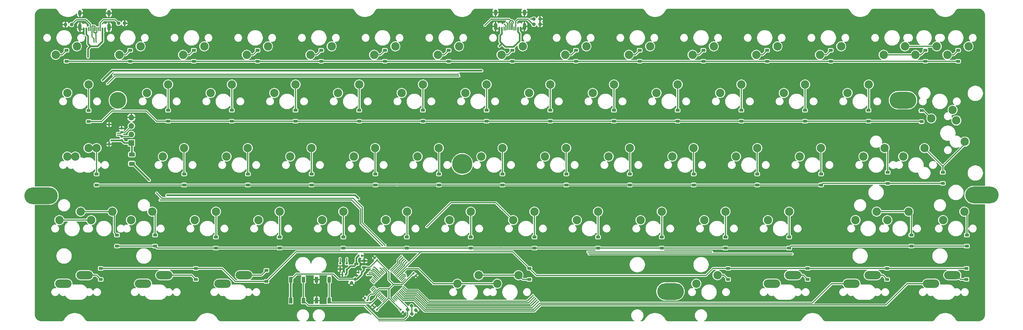
<source format=gbl>
G04 #@! TF.GenerationSoftware,KiCad,Pcbnew,8.0.4*
G04 #@! TF.CreationDate,2024-08-26T00:00:45+02:00*
G04 #@! TF.ProjectId,keyboard,6b657962-6f61-4726-942e-6b696361645f,rev?*
G04 #@! TF.SameCoordinates,Original*
G04 #@! TF.FileFunction,Copper,L2,Bot*
G04 #@! TF.FilePolarity,Positive*
%FSLAX46Y46*%
G04 Gerber Fmt 4.6, Leading zero omitted, Abs format (unit mm)*
G04 Created by KiCad (PCBNEW 8.0.4) date 2024-08-26 00:00:45*
%MOMM*%
%LPD*%
G01*
G04 APERTURE LIST*
G04 Aperture macros list*
%AMRoundRect*
0 Rectangle with rounded corners*
0 $1 Rounding radius*
0 $2 $3 $4 $5 $6 $7 $8 $9 X,Y pos of 4 corners*
0 Add a 4 corners polygon primitive as box body*
4,1,4,$2,$3,$4,$5,$6,$7,$8,$9,$2,$3,0*
0 Add four circle primitives for the rounded corners*
1,1,$1+$1,$2,$3*
1,1,$1+$1,$4,$5*
1,1,$1+$1,$6,$7*
1,1,$1+$1,$8,$9*
0 Add four rect primitives between the rounded corners*
20,1,$1+$1,$2,$3,$4,$5,0*
20,1,$1+$1,$4,$5,$6,$7,0*
20,1,$1+$1,$6,$7,$8,$9,0*
20,1,$1+$1,$8,$9,$2,$3,0*%
G04 Aperture macros list end*
G04 #@! TA.AperFunction,SMDPad,CuDef*
%ADD10RoundRect,0.237500X-0.344715X0.008839X0.008839X-0.344715X0.344715X-0.008839X-0.008839X0.344715X0*%
G04 #@! TD*
G04 #@! TA.AperFunction,ComponentPad*
%ADD11C,2.500000*%
G04 #@! TD*
G04 #@! TA.AperFunction,ComponentPad*
%ADD12O,4.900000X2.500000*%
G04 #@! TD*
G04 #@! TA.AperFunction,SMDPad,CuDef*
%ADD13RoundRect,0.225000X-0.375000X0.225000X-0.375000X-0.225000X0.375000X-0.225000X0.375000X0.225000X0*%
G04 #@! TD*
G04 #@! TA.AperFunction,SMDPad,CuDef*
%ADD14RoundRect,0.225000X0.375000X-0.225000X0.375000X0.225000X-0.375000X0.225000X-0.375000X-0.225000X0*%
G04 #@! TD*
G04 #@! TA.AperFunction,SMDPad,CuDef*
%ADD15RoundRect,0.140000X0.219203X0.021213X0.021213X0.219203X-0.219203X-0.021213X-0.021213X-0.219203X0*%
G04 #@! TD*
G04 #@! TA.AperFunction,SMDPad,CuDef*
%ADD16RoundRect,0.140000X-0.219203X-0.021213X-0.021213X-0.219203X0.219203X0.021213X0.021213X0.219203X0*%
G04 #@! TD*
G04 #@! TA.AperFunction,ComponentPad*
%ADD17O,8.000000X5.000000*%
G04 #@! TD*
G04 #@! TA.AperFunction,ComponentPad*
%ADD18O,10.000000X5.000000*%
G04 #@! TD*
G04 #@! TA.AperFunction,SMDPad,CuDef*
%ADD19RoundRect,0.237500X-0.250000X-0.237500X0.250000X-0.237500X0.250000X0.237500X-0.250000X0.237500X0*%
G04 #@! TD*
G04 #@! TA.AperFunction,SMDPad,CuDef*
%ADD20RoundRect,0.140000X-0.140000X-0.170000X0.140000X-0.170000X0.140000X0.170000X-0.140000X0.170000X0*%
G04 #@! TD*
G04 #@! TA.AperFunction,SMDPad,CuDef*
%ADD21RoundRect,0.237500X0.250000X0.237500X-0.250000X0.237500X-0.250000X-0.237500X0.250000X-0.237500X0*%
G04 #@! TD*
G04 #@! TA.AperFunction,SMDPad,CuDef*
%ADD22RoundRect,0.250000X-0.625000X0.375000X-0.625000X-0.375000X0.625000X-0.375000X0.625000X0.375000X0*%
G04 #@! TD*
G04 #@! TA.AperFunction,ComponentPad*
%ADD23R,1.700000X1.700000*%
G04 #@! TD*
G04 #@! TA.AperFunction,ComponentPad*
%ADD24O,1.700000X1.700000*%
G04 #@! TD*
G04 #@! TA.AperFunction,SMDPad,CuDef*
%ADD25RoundRect,0.140000X0.140000X0.170000X-0.140000X0.170000X-0.140000X-0.170000X0.140000X-0.170000X0*%
G04 #@! TD*
G04 #@! TA.AperFunction,SMDPad,CuDef*
%ADD26RoundRect,0.075000X-0.415425X-0.521491X0.521491X0.415425X0.415425X0.521491X-0.521491X-0.415425X0*%
G04 #@! TD*
G04 #@! TA.AperFunction,SMDPad,CuDef*
%ADD27RoundRect,0.075000X0.415425X-0.521491X0.521491X-0.415425X-0.415425X0.521491X-0.521491X0.415425X0*%
G04 #@! TD*
G04 #@! TA.AperFunction,ComponentPad*
%ADD28C,5.000000*%
G04 #@! TD*
G04 #@! TA.AperFunction,SMDPad,CuDef*
%ADD29RoundRect,0.150000X0.275000X-0.150000X0.275000X0.150000X-0.275000X0.150000X-0.275000X-0.150000X0*%
G04 #@! TD*
G04 #@! TA.AperFunction,SMDPad,CuDef*
%ADD30RoundRect,0.175000X0.225000X-0.175000X0.225000X0.175000X-0.225000X0.175000X-0.225000X-0.175000X0*%
G04 #@! TD*
G04 #@! TA.AperFunction,SMDPad,CuDef*
%ADD31R,1.000000X1.700000*%
G04 #@! TD*
G04 #@! TA.AperFunction,SMDPad,CuDef*
%ADD32RoundRect,0.225000X-0.017678X0.335876X-0.335876X0.017678X0.017678X-0.335876X0.335876X-0.017678X0*%
G04 #@! TD*
G04 #@! TA.AperFunction,SMDPad,CuDef*
%ADD33R,0.600000X1.100000*%
G04 #@! TD*
G04 #@! TA.AperFunction,SMDPad,CuDef*
%ADD34R,0.300000X1.240000*%
G04 #@! TD*
G04 #@! TA.AperFunction,SMDPad,CuDef*
%ADD35R,0.300000X1.020000*%
G04 #@! TD*
G04 #@! TA.AperFunction,SMDPad,CuDef*
%ADD36R,0.300000X1.120000*%
G04 #@! TD*
G04 #@! TA.AperFunction,ComponentPad*
%ADD37O,1.000000X1.800000*%
G04 #@! TD*
G04 #@! TA.AperFunction,ComponentPad*
%ADD38O,1.000000X2.200000*%
G04 #@! TD*
G04 #@! TA.AperFunction,SMDPad,CuDef*
%ADD39RoundRect,0.150000X0.512500X0.150000X-0.512500X0.150000X-0.512500X-0.150000X0.512500X-0.150000X0*%
G04 #@! TD*
G04 #@! TA.AperFunction,ComponentPad*
%ADD40C,6.000000*%
G04 #@! TD*
G04 #@! TA.AperFunction,SMDPad,CuDef*
%ADD41RoundRect,0.175000X-0.175000X-0.325000X0.175000X-0.325000X0.175000X0.325000X-0.175000X0.325000X0*%
G04 #@! TD*
G04 #@! TA.AperFunction,SMDPad,CuDef*
%ADD42RoundRect,0.150000X-0.200000X-0.150000X0.200000X-0.150000X0.200000X0.150000X-0.200000X0.150000X0*%
G04 #@! TD*
G04 #@! TA.AperFunction,ViaPad*
%ADD43C,0.400000*%
G04 #@! TD*
G04 #@! TA.AperFunction,ViaPad*
%ADD44C,0.500000*%
G04 #@! TD*
G04 #@! TA.AperFunction,Conductor*
%ADD45C,0.300000*%
G04 #@! TD*
G04 #@! TA.AperFunction,Conductor*
%ADD46C,0.500000*%
G04 #@! TD*
G04 APERTURE END LIST*
D10*
X103900000Y-80300000D03*
X105190470Y-81590470D03*
X102754765Y-81454765D03*
X104045235Y-82745235D03*
D11*
X120015000Y-16510000D03*
X126365000Y-13970000D03*
X177165000Y-16510000D03*
X183515000Y-13970000D03*
X175260000Y-2540000D03*
X168910000Y-5080000D03*
D12*
X211683750Y-73660000D03*
D11*
X212883750Y-73660000D03*
D12*
X218033750Y-71120000D03*
D11*
X219233750Y-71120000D03*
X99060000Y-2540000D03*
X92710000Y-5080000D03*
D12*
X235496250Y-73660000D03*
D11*
X236696250Y-73660000D03*
D12*
X241846250Y-71120000D03*
D11*
X243046250Y-71120000D03*
X251460000Y-2540000D03*
X245110000Y-5080000D03*
X41910000Y-2540000D03*
X35560000Y-5080000D03*
X22860000Y-2540000D03*
X16510000Y-5080000D03*
X262890000Y-54610000D03*
X269240000Y-52070000D03*
X215265000Y-16510000D03*
X221615000Y-13970000D03*
X200977500Y-35560000D03*
X207327500Y-33020000D03*
X137160000Y-2540000D03*
X130810000Y-5080000D03*
X156210000Y-2540000D03*
X149860000Y-5080000D03*
D12*
X259308750Y-73660000D03*
D11*
X260508750Y-73660000D03*
D12*
X265658750Y-71120000D03*
D11*
X266858750Y-71120000D03*
X29527500Y-35560000D03*
X35877500Y-33020000D03*
X239090000Y-35560000D03*
X245440000Y-33020000D03*
X3810000Y-2540000D03*
X-2540000Y-5080000D03*
X-1430000Y-54610000D03*
X4920000Y-52070000D03*
X196215000Y-16510000D03*
X202565000Y-13970000D03*
X250983750Y-35560000D03*
X257333750Y-33020000D03*
X153352500Y-54610000D03*
X159702500Y-52070000D03*
X96202500Y-54610000D03*
X102552500Y-52070000D03*
X118110000Y-2540000D03*
X111760000Y-5080000D03*
X194310000Y-2540000D03*
X187960000Y-5080000D03*
X261010000Y-2540000D03*
X254660000Y-5080000D03*
X234315000Y-16510000D03*
X240665000Y-13970000D03*
X100965000Y-16510000D03*
X107315000Y-13970000D03*
X266860000Y-24760000D03*
X269400000Y-31110000D03*
X124777500Y-35560000D03*
X131127500Y-33020000D03*
X162877500Y-35560000D03*
X169227500Y-33020000D03*
D12*
X-228750Y-73660000D03*
D11*
X971250Y-73660000D03*
D12*
X6121250Y-71120000D03*
D11*
X7321250Y-71120000D03*
X143827500Y-35560000D03*
X150177500Y-33020000D03*
X24765000Y-16510000D03*
X31115000Y-13970000D03*
X232410000Y-2540000D03*
X226060000Y-5080000D03*
X19990000Y-54610000D03*
X26340000Y-52070000D03*
X77152500Y-54610000D03*
X83502500Y-52070000D03*
X181927500Y-35560000D03*
X188277500Y-33020000D03*
X189071250Y-73660000D03*
X195421250Y-71120000D03*
D12*
X47396250Y-73660000D03*
D11*
X48596250Y-73660000D03*
D12*
X53746250Y-71120000D03*
D11*
X54946250Y-71120000D03*
X117633750Y-73660000D03*
X123983750Y-71120000D03*
X139065000Y-16510000D03*
X145415000Y-13970000D03*
X67627500Y-35560000D03*
X73977500Y-33020000D03*
X246221250Y-54610000D03*
X252571250Y-52070000D03*
X158115000Y-16510000D03*
X164465000Y-13970000D03*
X115252500Y-54610000D03*
X121602500Y-52070000D03*
X105727500Y-35560000D03*
X112077500Y-33020000D03*
X58102500Y-54610000D03*
X64452500Y-52070000D03*
X213360000Y-2540000D03*
X207010000Y-5080000D03*
X210502500Y-54610000D03*
X216852500Y-52070000D03*
X172402500Y-54610000D03*
X178752500Y-52070000D03*
X270510000Y-2540000D03*
X264160000Y-5080000D03*
X80010000Y-2540000D03*
X73660000Y-5080000D03*
X62865000Y-16510000D03*
X69215000Y-13970000D03*
X265747500Y-21590000D03*
X259397500Y-24130000D03*
X48577500Y-35560000D03*
X54927500Y-33020000D03*
X236690000Y-54610000D03*
X243040000Y-52070000D03*
X8096250Y-54610000D03*
X14446250Y-52070000D03*
X191452500Y-54610000D03*
X197802500Y-52070000D03*
X134302500Y-54610000D03*
X140652500Y-52070000D03*
X60960000Y-2540000D03*
X54610000Y-5080000D03*
X220027500Y-35560000D03*
X226377500Y-33020000D03*
X952500Y-35560000D03*
X7302500Y-33020000D03*
X86677500Y-35560000D03*
X93027500Y-33020000D03*
X39052500Y-54610000D03*
X45402500Y-52070000D03*
X952500Y-16510000D03*
X7302500Y-13970000D03*
D12*
X23590000Y-73660000D03*
D11*
X24790000Y-73660000D03*
D12*
X29940000Y-71120000D03*
D11*
X31140000Y-71120000D03*
X3333750Y-35560000D03*
X9683750Y-33020000D03*
X43815000Y-16510000D03*
X50165000Y-13970000D03*
X81915000Y-16510000D03*
X88265000Y-13970000D03*
X129540000Y-73661270D03*
X135890000Y-71121270D03*
D13*
X246150000Y-69099999D03*
X246150000Y-72399999D03*
D14*
X126350000Y-25000000D03*
X126350000Y-21700000D03*
X207300000Y-44100000D03*
X207300000Y-40800000D03*
X115000000Y-7025000D03*
X115000000Y-3725000D03*
X240600000Y-25000000D03*
X240600000Y-21700000D03*
D15*
X93553372Y-66611236D03*
X92874550Y-65932414D03*
D14*
X60500000Y-73000000D03*
X60500000Y-69700000D03*
X95950000Y-7025000D03*
X95950000Y-3725000D03*
D16*
X91450000Y-79400000D03*
X92128822Y-80078822D03*
D14*
X226400000Y-44100000D03*
X226400000Y-40800000D03*
X159700000Y-63000000D03*
X159700000Y-59700000D03*
D16*
X100652725Y-81488764D03*
X101331547Y-82167586D03*
D14*
X102500000Y-63000000D03*
X102500000Y-59700000D03*
X191200000Y-7025000D03*
X191200000Y-3725000D03*
X267400000Y-7025000D03*
X267400000Y-3725000D03*
D17*
X181350000Y-76000000D03*
D14*
X57850000Y-7025000D03*
X57850000Y-3725000D03*
D18*
X274500000Y-47100000D03*
D19*
X140512500Y5625000D03*
X142337500Y5625000D03*
D20*
X88089999Y-65300000D03*
X89049999Y-65300000D03*
D14*
X50150000Y-25000000D03*
X50150000Y-21700000D03*
D21*
X142337500Y4050000D03*
X140512500Y4050000D03*
D22*
X20250000Y-34950000D03*
X20250000Y-37750000D03*
D14*
X121600000Y-63000000D03*
X121600000Y-59700000D03*
X172150000Y-7025000D03*
X172150000Y-3725000D03*
D13*
X198600000Y-69099999D03*
X198600000Y-72399999D03*
D14*
X38800000Y-7025000D03*
X38800000Y-3725000D03*
X169200000Y-44100000D03*
X169200000Y-40800000D03*
X253400000Y-62400000D03*
X253400000Y-59100000D03*
X150200000Y-44100000D03*
X150200000Y-40800000D03*
D23*
X20125000Y-31475000D03*
D24*
X20125000Y-28935000D03*
X20125000Y-26395000D03*
X20125000Y-23855000D03*
D14*
X246300000Y-43600000D03*
X246300000Y-40300000D03*
D15*
X90724945Y-78689411D03*
X90046123Y-78010589D03*
D25*
X89050000Y-70300000D03*
X88090000Y-70300000D03*
D14*
X31100000Y-25000000D03*
X31100000Y-21700000D03*
X153100000Y-7025000D03*
X153100000Y-3725000D03*
X188300000Y-44100000D03*
X188300000Y-40800000D03*
D26*
X96104260Y-78937876D03*
X95750706Y-78584322D03*
X95397153Y-78230769D03*
X95043599Y-77877215D03*
X94690046Y-77523662D03*
X94336493Y-77170109D03*
X93982939Y-76816555D03*
X93629386Y-76463002D03*
X93275833Y-76109449D03*
X92922279Y-75755895D03*
X92568726Y-75402342D03*
X92215172Y-75048788D03*
D27*
X92215172Y-73051212D03*
X92568726Y-72697658D03*
X92922279Y-72344105D03*
X93275833Y-71990551D03*
X93629386Y-71636998D03*
X93982939Y-71283445D03*
X94336493Y-70929891D03*
X94690046Y-70576338D03*
X95043599Y-70222785D03*
X95397153Y-69869231D03*
X95750706Y-69515678D03*
X96104260Y-69162124D03*
D26*
X98101836Y-69162124D03*
X98455390Y-69515678D03*
X98808943Y-69869231D03*
X99162497Y-70222785D03*
X99516050Y-70576338D03*
X99869603Y-70929891D03*
X100223157Y-71283445D03*
X100576710Y-71636998D03*
X100930263Y-71990551D03*
X101283817Y-72344105D03*
X101637370Y-72697658D03*
X101990924Y-73051212D03*
D27*
X101990924Y-75048788D03*
X101637370Y-75402342D03*
X101283817Y-75755895D03*
X100930263Y-76109449D03*
X100576710Y-76463002D03*
X100223157Y-76816555D03*
X99869603Y-77170109D03*
X99516050Y-77523662D03*
X99162497Y-77877215D03*
X98808943Y-78230769D03*
X98455390Y-78584322D03*
X98101836Y-78937876D03*
D14*
X140700000Y-63000000D03*
X140700000Y-59700000D03*
D21*
X18087500Y4375000D03*
X16262500Y4375000D03*
D28*
X16050000Y-18700000D03*
D14*
X54950000Y-44100000D03*
X54950000Y-40800000D03*
D13*
X139170000Y-69100000D03*
X139170000Y-72400000D03*
D16*
X104500000Y-70550000D03*
X105178822Y-71228822D03*
D21*
X2212500Y3975000D03*
X387500Y3975000D03*
D14*
X19750000Y-7025000D03*
X19750000Y-3725000D03*
D29*
X17200000Y-30725000D03*
X17200000Y-29525000D03*
X17200000Y-28325000D03*
X17200000Y-27125000D03*
D30*
X13425000Y-31875000D03*
X13425000Y-25975000D03*
D14*
X93100000Y-44100000D03*
X93100000Y-40800000D03*
D13*
X269900000Y-69099999D03*
X269900000Y-72399999D03*
X39370000Y-69099999D03*
X39370000Y-72399999D03*
D14*
X9700000Y-44100000D03*
X9700000Y-40800000D03*
X45400000Y-63000000D03*
X45400000Y-59700000D03*
X262800000Y-43600000D03*
X262800000Y-40300000D03*
X74000000Y-44100000D03*
X74000000Y-40800000D03*
D31*
X67800000Y-72450000D03*
X67800000Y-78750000D03*
X71600000Y-72450000D03*
X71600000Y-78750000D03*
D14*
X221600000Y-25000000D03*
X221600000Y-21700000D03*
D15*
X93550000Y-81500000D03*
X92871178Y-80821178D03*
D13*
X222400000Y-69099999D03*
X222400000Y-72399999D03*
D14*
X69200000Y-25000000D03*
X69200000Y-21700000D03*
X183500000Y-25000000D03*
X183500000Y-21700000D03*
X35900000Y-44100000D03*
X35900000Y-40800000D03*
D32*
X87046016Y-72303984D03*
X85950000Y-73400000D03*
D14*
X83500000Y-63000000D03*
X83500000Y-59700000D03*
D25*
X84180000Y-70950000D03*
X83220000Y-70950000D03*
D14*
X216850000Y-63000000D03*
X216850000Y-59700000D03*
D17*
X250900000Y-18700000D03*
D14*
X197800000Y-63000000D03*
X197800000Y-59700000D03*
D18*
X-6900000Y-47300000D03*
D14*
X107300000Y-25000000D03*
X107300000Y-21700000D03*
D33*
X130150000Y2725000D03*
X130950000Y2725000D03*
D34*
X132100000Y2800000D03*
D35*
X133100000Y2910000D03*
X133600000Y2910000D03*
D34*
X134600000Y2800000D03*
D33*
X135750000Y2725000D03*
X136550000Y2725000D03*
X136550000Y2725000D03*
X135750000Y2725000D03*
D34*
X135100000Y2800000D03*
D36*
X134100000Y2860000D03*
X132600000Y2860000D03*
D34*
X131600000Y2800000D03*
D33*
X130950000Y2725000D03*
X130150000Y2725000D03*
D37*
X129030000Y7600000D03*
D38*
X129030000Y3400000D03*
D37*
X137670000Y7600000D03*
D38*
X137670000Y3400000D03*
D39*
X89707499Y-66825000D03*
X89707499Y-68725000D03*
X87432499Y-67775000D03*
D14*
X27200000Y-62400000D03*
X27200000Y-59100000D03*
D31*
X79300000Y-78750000D03*
X79300000Y-72450000D03*
X75500000Y-78750000D03*
X75500000Y-72450000D03*
D40*
X119050000Y-37800000D03*
D14*
X15800000Y-62400000D03*
X15800000Y-59100000D03*
D33*
X5850000Y2525000D03*
X6650000Y2525000D03*
D34*
X7800000Y2600000D03*
X8800000Y2600000D03*
X9300000Y2600000D03*
X10300000Y2600000D03*
D33*
X11450000Y2525000D03*
X12250000Y2525000D03*
X12250000Y2525000D03*
X11450000Y2525000D03*
D34*
X10800000Y2600000D03*
X9800000Y2600000D03*
X8300000Y2600000D03*
X7300000Y2600000D03*
D33*
X6650000Y2525000D03*
X5850000Y2525000D03*
D37*
X4730000Y7400000D03*
D38*
X4730000Y3200000D03*
D37*
X13370000Y7400000D03*
D38*
X13370000Y3200000D03*
D14*
X7350000Y-25075000D03*
X7350000Y-21775000D03*
X700000Y-7025000D03*
X700000Y-3725000D03*
X270000000Y-62400000D03*
X270000000Y-59100000D03*
D13*
X10920000Y-69099999D03*
X10920000Y-72399999D03*
D14*
X64450000Y-63000000D03*
X64450000Y-59700000D03*
X202550000Y-25000000D03*
X202550000Y-21700000D03*
X164450000Y-25000000D03*
X164450000Y-21700000D03*
X178750000Y-63000000D03*
X178750000Y-59700000D03*
X256450000Y-25100000D03*
X256450000Y-21800000D03*
X88250000Y-25000000D03*
X88250000Y-21700000D03*
X229300000Y-7025000D03*
X229300000Y-3725000D03*
X145400000Y-25000000D03*
X145400000Y-21700000D03*
X76900000Y-7025000D03*
X76900000Y-3725000D03*
D41*
X82550000Y-69300000D03*
D42*
X82550000Y-67600000D03*
X84550000Y-67600000D03*
X84550000Y-69500000D03*
D14*
X134050000Y-7025000D03*
X134050000Y-3725000D03*
X131100000Y-44100000D03*
X131100000Y-40800000D03*
X210250000Y-7025000D03*
X210250000Y-3725000D03*
X257600000Y-7025000D03*
X257600000Y-3725000D03*
X112100000Y-44100000D03*
X112100000Y-40800000D03*
D43*
X90650000Y-71000000D03*
X91200000Y-70450000D03*
X91750000Y-69900000D03*
X92200000Y-69350000D03*
X92600000Y-68800000D03*
X94550000Y-69050000D03*
X110490000Y-73660000D03*
X102118351Y-66718434D03*
X108450000Y-56600000D03*
X140200000Y-77200000D03*
X140600000Y-77700000D03*
X141025000Y-78125000D03*
X141391702Y-78599903D03*
X193700000Y-64150000D03*
X156650000Y-64150000D03*
X141821648Y-79018412D03*
X217750000Y-64750000D03*
X157000000Y-64750000D03*
X98750000Y-72100000D03*
X99150000Y-75500000D03*
X95950000Y-76300000D03*
X73700000Y-76000000D03*
D44*
X92150000Y-77800000D03*
D43*
X96250000Y-72000000D03*
D44*
X5500000Y1500000D03*
X137400000Y1350000D03*
X129550000Y1450000D03*
D43*
X94350000Y-73600000D03*
D44*
X12800000Y1300000D03*
X93650000Y-79350000D03*
D43*
X103875000Y-73625000D03*
X9600000Y-1240116D03*
X102150000Y-71400000D03*
X88250000Y-49850000D03*
X117874763Y-10850972D03*
X125850000Y3750000D03*
X14848591Y-11073591D03*
X84550000Y-66150000D03*
X27650000Y-46500000D03*
X95987132Y-62162868D03*
X15950000Y-28600000D03*
X87923223Y-50576777D03*
X118078554Y-11425000D03*
X28700000Y-48650000D03*
X133800000Y4600000D03*
X8950000Y-1290116D03*
X132400000Y4600000D03*
X12950000Y-13750000D03*
X95237868Y-62262132D03*
X101936653Y-70835528D03*
X82550000Y-66150000D03*
X15950000Y-29200000D03*
D44*
X88050000Y-48150000D03*
X25450000Y-42700000D03*
X7150000Y-5750000D03*
X85650000Y-68400000D03*
X14109683Y-30740317D03*
X11500000Y-12675000D03*
X30750000Y-47200000D03*
D43*
X131700000Y4050000D03*
X139600000Y5625000D03*
X98900000Y-7025000D03*
X100900000Y-65400000D03*
X101260002Y-65880002D03*
X97600000Y-25000000D03*
X101695033Y-66293222D03*
X99500000Y-44100000D03*
X106685317Y-63000000D03*
X102542663Y-67142654D03*
X130150000Y-2525000D03*
X124900000Y-9850000D03*
D45*
X71600000Y-78749999D02*
X71600000Y-72450001D01*
X89850000Y-80150000D02*
X73000001Y-80150000D01*
X94000000Y-84300000D02*
X89850000Y-80150000D01*
X73000001Y-80150000D02*
X71600000Y-78749999D01*
X101800000Y-84300000D02*
X94000000Y-84300000D01*
X102754765Y-83345235D02*
X101800000Y-84300000D01*
X102754765Y-81454765D02*
X102754765Y-83345235D01*
X104045235Y-80445235D02*
X103900000Y-80300000D01*
X104045235Y-82745235D02*
X104045235Y-80445235D01*
X102754765Y-80762377D02*
X102754765Y-81454765D01*
X99516050Y-77523662D02*
X102754765Y-80762377D01*
D46*
X25450000Y-42650000D02*
X20550000Y-37750000D01*
X20550000Y-37750000D02*
X20250000Y-37750000D01*
X25450000Y-42700000D02*
X25450000Y-42650000D01*
X14109683Y-30740317D02*
X17184683Y-30740317D01*
X17184683Y-30740317D02*
X17200000Y-30725000D01*
X11500000Y-12675000D02*
X14325000Y-9850000D01*
X14325000Y-9850000D02*
X124900000Y-9850000D01*
X7150000Y-3299998D02*
X7150000Y-5750000D01*
X7899998Y-2550000D02*
X7150000Y-3299998D01*
D45*
X-2540000Y-5080000D02*
X-655000Y-5080000D01*
X-655000Y-5080000D02*
X700000Y-3725000D01*
X18395000Y-5080000D02*
X19750000Y-3725000D01*
X16510000Y-5080000D02*
X18395000Y-5080000D01*
X-1430000Y-54610000D02*
X8096250Y-54610000D01*
X93275833Y-71990551D02*
X92285282Y-71000000D01*
X3333750Y-35560000D02*
X952500Y-35560000D01*
X92285282Y-71000000D02*
X90650000Y-71000000D01*
X93629386Y-71636998D02*
X92946194Y-70953806D01*
X92442388Y-70450000D02*
X91200000Y-70450000D01*
X92946194Y-70953806D02*
X92442388Y-70450000D01*
X93982939Y-71283445D02*
X92599494Y-69900000D01*
X92599494Y-69900000D02*
X91750000Y-69900000D01*
X92756602Y-69350000D02*
X92200000Y-69350000D01*
X94336493Y-70929891D02*
X92756602Y-69350000D01*
X94690046Y-70576338D02*
X94131855Y-70018145D01*
X94131855Y-70018145D02*
X92913710Y-68800000D01*
X92913710Y-68800000D02*
X92600000Y-68800000D01*
X94577922Y-69050000D02*
X95397153Y-69869231D01*
X94577922Y-69050000D02*
X94550000Y-69050000D01*
X117633750Y-73660000D02*
X117790000Y-73660000D01*
X117791270Y-73661270D02*
X129540000Y-73661270D01*
X105980000Y-69150000D02*
X110490000Y-73660000D01*
X100223157Y-71283445D02*
X102356602Y-69150000D01*
X102356602Y-69150000D02*
X105980000Y-69150000D01*
X110490000Y-73660000D02*
X117633750Y-73660000D01*
X117790000Y-73660000D02*
X117791270Y-73661270D01*
X115650000Y-49400000D02*
X129092500Y-49400000D01*
X108450000Y-56600000D02*
X115650000Y-49400000D01*
X102118351Y-66718434D02*
X101300000Y-67536785D01*
X129092500Y-49400000D02*
X134302500Y-54610000D01*
X101300000Y-67536785D02*
X101300000Y-68085282D01*
X101300000Y-68085282D02*
X99162497Y-70222785D01*
X140200000Y-77200000D02*
X138500000Y-78900000D01*
X102585331Y-75643195D02*
X101990924Y-75048788D01*
X109050000Y-78900000D02*
X105793195Y-75643195D01*
X105793195Y-75643195D02*
X102585331Y-75643195D01*
X138500000Y-78900000D02*
X109050000Y-78900000D01*
X140600000Y-77700000D02*
X138900000Y-79400000D01*
X105592894Y-76150000D02*
X102385028Y-76150000D01*
X108842894Y-79400000D02*
X105592894Y-76150000D01*
X138900000Y-79400000D02*
X108842894Y-79400000D01*
X102385028Y-76150000D02*
X101637370Y-75402342D01*
X105385788Y-76650000D02*
X102177921Y-76650000D01*
X102177921Y-76650000D02*
X101885028Y-76357107D01*
X108635788Y-79900000D02*
X105385788Y-76650000D01*
X139250000Y-79900000D02*
X108635788Y-79900000D01*
X141025000Y-78125000D02*
X139250000Y-79900000D01*
X101885028Y-76357107D02*
X101283817Y-75755895D01*
X101970814Y-77150000D02*
X100930263Y-76109449D01*
X141391702Y-78608298D02*
X139600000Y-80400000D01*
X139600000Y-80400000D02*
X108428681Y-80400000D01*
X108135788Y-80107106D02*
X105178682Y-77150000D01*
X156650000Y-64150000D02*
X193700000Y-64150000D01*
X108428681Y-80400000D02*
X108135788Y-80107107D01*
X108135788Y-80107107D02*
X108135788Y-80107106D01*
X141391702Y-78599903D02*
X141391702Y-78608298D01*
X105178682Y-77150000D02*
X101970814Y-77150000D01*
X106610788Y-79289214D02*
X106610788Y-79289212D01*
X101763707Y-77650000D02*
X100576710Y-76463003D01*
X217750000Y-64750000D02*
X157000000Y-64750000D01*
X141821648Y-79028352D02*
X139950000Y-80900000D01*
X106610788Y-79289212D02*
X104971576Y-77650000D01*
X139950000Y-80900000D02*
X108221574Y-80900000D01*
X108221574Y-80900000D02*
X106610788Y-79289214D01*
X100576710Y-76463003D02*
X100576710Y-76463002D01*
X104971576Y-77650000D02*
X101763707Y-77650000D01*
X141821648Y-79018412D02*
X141821648Y-79028352D01*
X142300000Y-79500000D02*
X223750000Y-79500000D01*
X104764470Y-78150000D02*
X105632235Y-79017765D01*
X108014467Y-81400000D02*
X140400000Y-81400000D01*
X229590000Y-73660000D02*
X234315000Y-73660000D01*
X101556601Y-78150000D02*
X104764470Y-78150000D01*
X107721574Y-81107107D02*
X108014467Y-81400000D01*
X100223157Y-76816555D02*
X100296380Y-76889779D01*
X223750000Y-79500000D02*
X229590000Y-73660000D01*
X261010000Y-2540000D02*
X251460000Y-2540000D01*
X100296380Y-76889779D02*
X101556601Y-78150000D01*
X140400000Y-81400000D02*
X142300000Y-79500000D01*
X105632235Y-79017765D02*
X105632235Y-79017767D01*
X105632235Y-79017767D02*
X107721574Y-81107107D01*
X101349494Y-78650000D02*
X99869603Y-77170109D01*
X142550000Y-80050000D02*
X140700000Y-81900000D01*
X252190000Y-73660000D02*
X245800000Y-80050000D01*
X104557362Y-78650000D02*
X101349494Y-78650000D01*
X258127500Y-73660000D02*
X252190000Y-73660000D01*
X140700000Y-81900000D02*
X107807360Y-81900000D01*
X105778681Y-79871321D02*
X105778681Y-79871319D01*
X245800000Y-80050000D02*
X142550000Y-80050000D01*
X105778681Y-79871319D02*
X104557362Y-78650000D01*
X107807360Y-81900000D02*
X105778681Y-79871321D01*
X35560000Y-5080000D02*
X37445000Y-5080000D01*
X37445000Y-5080000D02*
X38800000Y-3725000D01*
X56495000Y-5080000D02*
X57850000Y-3725000D01*
X54610000Y-5080000D02*
X56495000Y-5080000D01*
X75545000Y-5080000D02*
X76900000Y-3725000D01*
X73660000Y-5080000D02*
X75545000Y-5080000D01*
X92710000Y-5080000D02*
X94595000Y-5080000D01*
X94595000Y-5080000D02*
X95950000Y-3725000D01*
X113645000Y-5080000D02*
X115000000Y-3725000D01*
X111760000Y-5080000D02*
X113645000Y-5080000D01*
X130810000Y-5080000D02*
X132695000Y-5080000D01*
X132695000Y-5080000D02*
X134050000Y-3725000D01*
X151745000Y-5080000D02*
X153100000Y-3725000D01*
X149860000Y-5080000D02*
X151745000Y-5080000D01*
X170795000Y-5080000D02*
X172150000Y-3725000D01*
X168910000Y-5080000D02*
X170795000Y-5080000D01*
X187960000Y-5080000D02*
X189845000Y-5080000D01*
X189845000Y-5080000D02*
X191200000Y-3725000D01*
X208895000Y-5080000D02*
X210250000Y-3725000D01*
X207010000Y-5080000D02*
X208895000Y-5080000D01*
X226060000Y-5080000D02*
X227945000Y-5080000D01*
X227945000Y-5080000D02*
X229300000Y-3725000D01*
X256245000Y-5080000D02*
X257600000Y-3725000D01*
X245110000Y-5080000D02*
X256245000Y-5080000D01*
X266045000Y-5080000D02*
X267400000Y-3725000D01*
X264160000Y-5080000D02*
X266045000Y-5080000D01*
X7350000Y-21775000D02*
X7350000Y-14017500D01*
X7350000Y-14017500D02*
X7302500Y-13970000D01*
X31115000Y-13970000D02*
X31115000Y-21685000D01*
X31115000Y-21685000D02*
X31100000Y-21700000D01*
X50165000Y-21685000D02*
X50150000Y-21700000D01*
X50165000Y-13970000D02*
X50165000Y-21685000D01*
X69215000Y-21685000D02*
X69200000Y-21700000D01*
X69215000Y-13970000D02*
X69215000Y-21685000D01*
X88265000Y-21685000D02*
X88250000Y-21700000D01*
X88265000Y-13970000D02*
X88265000Y-21685000D01*
X107315000Y-13970000D02*
X107315000Y-21685000D01*
X107315000Y-21685000D02*
X107300000Y-21700000D01*
X126365000Y-21685000D02*
X126350000Y-21700000D01*
X126365000Y-13970000D02*
X126365000Y-21685000D01*
X145415000Y-13970000D02*
X145415000Y-21685000D01*
X145415000Y-21685000D02*
X145400000Y-21700000D01*
X164465000Y-21685000D02*
X164450000Y-21700000D01*
X164465000Y-13970000D02*
X164465000Y-21685000D01*
X183515000Y-21685000D02*
X183500000Y-21700000D01*
X183515000Y-13970000D02*
X183515000Y-21685000D01*
X202565000Y-21685000D02*
X202550000Y-21700000D01*
X202565000Y-13970000D02*
X202565000Y-21685000D01*
X221615000Y-13970000D02*
X221615000Y-21685000D01*
X221615000Y-21685000D02*
X221600000Y-21700000D01*
X240665000Y-21635000D02*
X240600000Y-21700000D01*
X240665000Y-13970000D02*
X240665000Y-21635000D01*
X256450000Y-21800000D02*
X257067500Y-21800000D01*
X257067500Y-21800000D02*
X259397500Y-24130000D01*
X9683750Y-33020000D02*
X7302500Y-33020000D01*
X9683750Y-40783750D02*
X9700000Y-40800000D01*
X9683750Y-33020000D02*
X9683750Y-40783750D01*
X35877500Y-40777500D02*
X35900000Y-40800000D01*
X35877500Y-33020000D02*
X35877500Y-40777500D01*
X54927500Y-40777500D02*
X54950000Y-40800000D01*
X54927500Y-33020000D02*
X54927500Y-40777500D01*
X73977500Y-33020000D02*
X73977500Y-40777500D01*
X73977500Y-40777500D02*
X74000000Y-40800000D01*
X93027500Y-40727500D02*
X93100000Y-40800000D01*
X93027500Y-33020000D02*
X93027500Y-40727500D01*
X112077500Y-33020000D02*
X112077500Y-40777500D01*
X112077500Y-40777500D02*
X112100000Y-40800000D01*
X131127500Y-33020000D02*
X131127500Y-40772500D01*
X131127500Y-40772500D02*
X131100000Y-40800000D01*
X150177500Y-40777500D02*
X150200000Y-40800000D01*
X150177500Y-33020000D02*
X150177500Y-40777500D01*
X169227500Y-33020000D02*
X169227500Y-40772500D01*
X169227500Y-40772500D02*
X169200000Y-40800000D01*
X188277500Y-33020000D02*
X188277500Y-40777500D01*
X188277500Y-40777500D02*
X188300000Y-40800000D01*
X207327500Y-40772500D02*
X207300000Y-40800000D01*
X207327500Y-33020000D02*
X207327500Y-40772500D01*
X226377500Y-40777500D02*
X226400000Y-40800000D01*
X226377500Y-33020000D02*
X226377500Y-40777500D01*
X246300000Y-33880000D02*
X246300000Y-40300000D01*
X245440000Y-33020000D02*
X246300000Y-33880000D01*
X26340000Y-52070000D02*
X27200000Y-52930000D01*
X27200000Y-52930000D02*
X27200000Y-59100000D01*
X45402500Y-59697500D02*
X45400000Y-59700000D01*
X45402500Y-52070000D02*
X45402500Y-59697500D01*
X64452500Y-59697500D02*
X64450000Y-59700000D01*
X64452500Y-52070000D02*
X64452500Y-59697500D01*
X83502500Y-59697500D02*
X83500000Y-59700000D01*
X83502500Y-52070000D02*
X83502500Y-59697500D01*
X102552500Y-59647500D02*
X102500000Y-59700000D01*
X102552500Y-52070000D02*
X102552500Y-59647500D01*
X121602500Y-59697500D02*
X121600000Y-59700000D01*
X121602500Y-52070000D02*
X121602500Y-59697500D01*
X140652500Y-52070000D02*
X140652500Y-59652500D01*
X140652500Y-59652500D02*
X140700000Y-59700000D01*
X159700000Y-57855000D02*
X159700000Y-59700000D01*
X159702500Y-57852500D02*
X159700000Y-57855000D01*
X159702500Y-52070000D02*
X159702500Y-57852500D01*
X178752500Y-59697500D02*
X178750000Y-59700000D01*
X178752500Y-52070000D02*
X178752500Y-59697500D01*
X197802500Y-59697500D02*
X197800000Y-59700000D01*
X197802500Y-52070000D02*
X197802500Y-59697500D01*
X216852500Y-52070000D02*
X216852500Y-59697500D01*
X216852500Y-59697500D02*
X216850000Y-59700000D01*
X252571250Y-52070000D02*
X253400000Y-52898750D01*
X252571250Y-52070000D02*
X243040000Y-52070000D01*
X253400000Y-52898750D02*
X253400000Y-59100000D01*
X7321250Y-71120000D02*
X9640001Y-71120000D01*
X9640001Y-71120000D02*
X10920000Y-72399999D01*
X31145000Y-71125000D02*
X31140000Y-71120000D01*
X38095001Y-71125000D02*
X31145000Y-71125000D01*
X39370000Y-72399999D02*
X38095001Y-71125000D01*
X54946250Y-71120000D02*
X59080000Y-71120000D01*
X59080000Y-71120000D02*
X60500000Y-69700000D01*
X137168730Y-72400000D02*
X135890000Y-71121270D01*
X135890000Y-71121270D02*
X123985020Y-71121270D01*
X123985020Y-71121270D02*
X123983750Y-71120000D01*
X139170000Y-72400000D02*
X137168730Y-72400000D01*
X195421250Y-71120000D02*
X197320001Y-71120000D01*
X197320001Y-71120000D02*
X198600000Y-72399999D01*
X219233750Y-71120000D02*
X221120001Y-71120000D01*
X216852500Y-71120000D02*
X219233750Y-71120000D01*
X221120001Y-71120000D02*
X222400000Y-72399999D01*
X243046250Y-71120000D02*
X240665000Y-71120000D01*
X244870001Y-71120000D02*
X246150000Y-72399999D01*
X243046250Y-71120000D02*
X244870001Y-71120000D01*
X266858750Y-71120000D02*
X264477500Y-71120000D01*
X268138749Y-72399999D02*
X266858750Y-71120000D01*
X269900000Y-72399999D02*
X268138749Y-72399999D01*
X95450000Y-75800000D02*
X95950000Y-76300000D01*
X96345114Y-71904886D02*
X96250000Y-72000000D01*
X95750706Y-69515678D02*
X96345114Y-70110086D01*
X93629386Y-76463002D02*
X94292388Y-75800000D01*
X101637370Y-72697658D02*
X101042964Y-73292066D01*
D46*
X136550000Y2725000D02*
X136550000Y2200000D01*
D45*
X99942066Y-73292066D02*
X98750000Y-72100000D01*
X101042964Y-73292066D02*
X99942066Y-73292066D01*
X93629386Y-76463002D02*
X93629385Y-76463002D01*
D46*
X12250000Y1850000D02*
X12800000Y1300000D01*
D45*
X96345114Y-70110086D02*
X96345114Y-71904886D01*
D46*
X136550000Y2200000D02*
X137400000Y1350000D01*
D45*
X97850000Y-76800000D02*
X99150000Y-75500000D01*
D46*
X5850000Y2525000D02*
X5850000Y1850000D01*
D45*
X97860982Y-77989916D02*
X97850000Y-77978934D01*
D46*
X136995000Y2725000D02*
X137670000Y3400000D01*
D45*
X96250000Y-72000000D02*
X94650000Y-73600000D01*
D46*
X130150000Y2050000D02*
X129550000Y1450000D01*
D45*
X94292388Y-75800000D02*
X95450000Y-75800000D01*
X92292388Y-77800000D02*
X92150000Y-77800000D01*
X94650000Y-73600000D02*
X94350000Y-73600000D01*
D46*
X5850000Y1850000D02*
X5500000Y1500000D01*
D45*
X98455390Y-78584322D02*
X97860982Y-77989916D01*
D46*
X136550000Y2725000D02*
X136995000Y2725000D01*
X130150000Y2725000D02*
X130150000Y2050000D01*
D45*
X97850000Y-77978934D02*
X97850000Y-76800000D01*
D46*
X12250000Y2525000D02*
X12250000Y1850000D01*
D45*
X93629386Y-76463002D02*
X92292388Y-77800000D01*
X88250000Y-49850000D02*
X86500000Y-48100000D01*
X9350000Y1400000D02*
X9550000Y1200000D01*
X89200000Y-55400000D02*
X89200000Y-50800000D01*
X134027818Y5150000D02*
X134350000Y4827818D01*
X125850000Y3750000D02*
X127700000Y5600000D01*
X127700000Y5600000D02*
X133122182Y5600000D01*
X17200000Y-28325000D02*
X18195001Y-28325000D01*
X102146144Y-71396144D02*
X102150000Y-71400000D01*
X8800000Y2600000D02*
X8800000Y1630000D01*
X16925000Y-28600000D02*
X17200000Y-28325000D01*
X29250000Y-48100000D02*
X27650000Y-46500000D01*
X134350000Y4827818D02*
X134350000Y4372182D01*
X15950000Y-28600000D02*
X16925000Y-28600000D01*
X133100000Y2800000D02*
X133100000Y4677818D01*
X9550000Y1200000D02*
X9550000Y-1190116D01*
X86500000Y-48100000D02*
X29250000Y-48100000D01*
X8800000Y1630000D02*
X9350000Y1630000D01*
X9800000Y1630000D02*
X9800000Y2600000D01*
X84550000Y-66150000D02*
X84550000Y-67600000D01*
X100930263Y-71990551D02*
X100930264Y-71990551D01*
X100930263Y-71990551D02*
X101524670Y-71396144D01*
X95987132Y-62162868D02*
X95962868Y-62162868D01*
X18195001Y-28325000D02*
X20125000Y-26395001D01*
X117825735Y-10900000D02*
X15022182Y-10900000D01*
X9350000Y1630000D02*
X9350000Y1400000D01*
X117874763Y-10850972D02*
X117825735Y-10900000D01*
X133122182Y5600000D02*
X133572182Y5150000D01*
X133386091Y4963909D02*
X133572182Y5150000D01*
X9550000Y-1190116D02*
X9600000Y-1240116D01*
X89200000Y-50800000D02*
X88250000Y-49850000D01*
X9350000Y1630000D02*
X9800000Y1630000D01*
X101524670Y-71396144D02*
X102146144Y-71396144D01*
X134350000Y4372182D02*
X134100000Y4122182D01*
X133572182Y5150000D02*
X134027818Y5150000D01*
X95962868Y-62162868D02*
X89200000Y-55400000D01*
X15022182Y-10900000D02*
X14848591Y-11073591D01*
X133100000Y4677818D02*
X133386091Y4963909D01*
X134100000Y4122182D02*
X134100000Y2800000D01*
X88700000Y-51353554D02*
X87923223Y-50576777D01*
X8950000Y-300000D02*
X8950000Y-1290116D01*
X19535000Y-29525000D02*
X20125000Y-28935000D01*
X82550000Y-66150000D02*
X82550000Y-67600000D01*
X133800000Y4600000D02*
X133600000Y4400000D01*
X9130000Y3570000D02*
X9300000Y3400000D01*
X28700000Y-48650000D02*
X85996446Y-48650000D01*
X85996446Y-48650000D02*
X87923223Y-50576777D01*
X15275000Y-11425000D02*
X12950000Y-13750000D01*
X16875000Y-29200000D02*
X17200000Y-29525000D01*
X100576710Y-71636998D02*
X101378180Y-70835528D01*
X8350000Y3570000D02*
X9130000Y3570000D01*
X8300000Y2600000D02*
X8300000Y350000D01*
X8300000Y350000D02*
X8950000Y-300000D01*
X100576710Y-71636998D02*
X100576710Y-71636997D01*
X101378180Y-70835528D02*
X101936653Y-70835528D01*
X132600000Y2800000D02*
X132600000Y4400000D01*
X15950000Y-29200000D02*
X16875000Y-29200000D01*
X95237868Y-62262132D02*
X95212132Y-62262132D01*
X95212132Y-62262132D02*
X88700000Y-55750000D01*
X17200000Y-29525000D02*
X19535000Y-29525000D01*
X8300000Y2600000D02*
X8300000Y3520000D01*
X132600000Y4400000D02*
X132400000Y4600000D01*
X8300000Y3520000D02*
X8350000Y3570000D01*
X9300000Y3400000D02*
X9300000Y2600000D01*
X118078554Y-11425000D02*
X15275000Y-11425000D01*
X88700000Y-55750000D02*
X88700000Y-51353554D01*
X133600000Y4400000D02*
X133600000Y2800000D01*
X92585282Y-76800000D02*
X93275833Y-76109449D01*
X100652725Y-81488764D02*
X98101837Y-78937876D01*
X94185282Y-75200000D02*
X95450000Y-75200000D01*
X98500000Y-73900000D02*
X97150000Y-72550000D01*
X97150000Y-70207864D02*
X96104260Y-69162124D01*
X101990924Y-73051212D02*
X101142136Y-73900000D01*
X97150000Y-72550000D02*
X97150000Y-70207864D01*
D46*
X89707499Y-68724999D02*
X89707499Y-69642501D01*
D45*
X91439609Y-68724999D02*
X93553372Y-66611236D01*
X67800000Y-72450001D02*
X69500001Y-70750000D01*
X97150000Y-77900000D02*
X97150000Y-77986040D01*
X89707499Y-68724999D02*
X91439609Y-68724999D01*
X96112124Y-78937876D02*
X97150000Y-77900000D01*
X98101837Y-78937876D02*
X98101836Y-78937876D01*
X93553372Y-66611236D02*
X96104260Y-69162124D01*
X80500000Y-70750000D02*
X82100000Y-72350000D01*
X91000000Y-78385281D02*
X91000000Y-77550000D01*
X93275833Y-76109449D02*
X94185282Y-75200000D01*
X82100000Y-72350000D02*
X87000000Y-72350000D01*
X98500000Y-73900000D02*
X99850000Y-73900000D01*
D46*
X89050000Y-70861768D02*
X89050000Y-70300000D01*
D45*
X90724945Y-78660336D02*
X91000000Y-78385281D01*
X95450000Y-75200000D02*
X97150000Y-75200000D01*
X95450000Y-75200000D02*
X97200000Y-75200000D01*
X97150000Y-75200000D02*
X97150000Y-77900000D01*
D46*
X89707499Y-69642501D02*
X89050000Y-70300000D01*
X87046016Y-72303984D02*
X87607784Y-72303984D01*
D45*
X97150000Y-77986040D02*
X98101836Y-78937876D01*
X97200000Y-75200000D02*
X98500000Y-73900000D01*
X91750000Y-76800000D02*
X92585282Y-76800000D01*
X96104260Y-78937876D02*
X93553372Y-81488764D01*
X87000000Y-72350000D02*
X87046016Y-72303984D01*
D46*
X87607784Y-72303984D02*
X89050000Y-70861768D01*
D45*
X91000000Y-77550000D02*
X91750000Y-76800000D01*
D46*
X67800000Y-78749999D02*
X67800000Y-72450001D01*
D45*
X101990924Y-73051212D02*
X104541812Y-70500324D01*
X101142136Y-73900000D02*
X99850000Y-73900000D01*
X69500001Y-70750000D02*
X80500000Y-70750000D01*
X96104260Y-78937876D02*
X96112124Y-78937876D01*
D46*
X87432499Y-65957500D02*
X88089999Y-65300000D01*
X30750000Y-47200000D02*
X87100000Y-47200000D01*
X87432499Y-67775000D02*
X87432499Y-65957500D01*
X86807499Y-68400000D02*
X87432499Y-67775000D01*
X87100000Y-47200000D02*
X88050000Y-48150000D01*
X84550000Y-70580000D02*
X84180000Y-70950000D01*
X85650000Y-68400000D02*
X86807499Y-68400000D01*
X85650000Y-68400000D02*
X84550000Y-69500000D01*
X84550000Y-69500000D02*
X84550000Y-70580000D01*
D45*
X91882557Y-79367443D02*
X91432052Y-79367443D01*
X93982939Y-76816555D02*
X93388532Y-77410962D01*
X93388532Y-77861468D02*
X91882557Y-79367443D01*
X79300000Y-72450001D02*
X79300000Y-78749999D01*
X93388532Y-77410962D02*
X93388532Y-77861468D01*
X91450000Y-79400000D02*
X91400000Y-79450000D01*
X91400000Y-79450000D02*
X80000001Y-79450000D01*
X80000001Y-79450000D02*
X79300000Y-78749999D01*
X135100000Y2800000D02*
X135100000Y4950000D01*
X135750000Y5600000D02*
X138650000Y5600000D01*
X138650000Y5600000D02*
X140200000Y4050000D01*
X140200000Y4050000D02*
X140512500Y4050000D01*
X135100000Y4950000D02*
X135750000Y5600000D01*
X132100000Y3650000D02*
X131700000Y4050000D01*
X132100000Y2800000D02*
X132100000Y3650000D01*
X139600000Y5625000D02*
X140512500Y5625000D01*
X99800000Y-67450000D02*
X98101836Y-69148164D01*
X153100000Y-7025000D02*
X172150000Y-7025000D01*
X98900000Y-7025000D02*
X115000000Y-7025000D01*
X99800000Y-66500000D02*
X99800000Y-67450000D01*
X57850000Y-7025000D02*
X76900000Y-7025000D01*
X700000Y-7025000D02*
X19750000Y-7025000D01*
X211875000Y-7025000D02*
X211900000Y-7000000D01*
X191200000Y-7025000D02*
X210250000Y-7025000D01*
X19750000Y-7025000D02*
X38800000Y-7025000D01*
X210250000Y-7025000D02*
X211875000Y-7025000D01*
X76900000Y-7025000D02*
X95950000Y-7025000D01*
X267400000Y-7025000D02*
X267675000Y-7025000D01*
X211900000Y-7000000D02*
X211925000Y-7025000D01*
X229300000Y-7025000D02*
X257600000Y-7025000D01*
X98101836Y-69148164D02*
X98101836Y-69162124D01*
X38800000Y-7025000D02*
X57850000Y-7025000D01*
X100900000Y-65400000D02*
X99800000Y-66500000D01*
X172150000Y-7025000D02*
X191200000Y-7025000D01*
X267675000Y-7025000D02*
X267800000Y-6900000D01*
X95950000Y-7025000D02*
X98900000Y-7025000D01*
X115000000Y-7025000D02*
X134050000Y-7025000D01*
X134050000Y-7025000D02*
X153100000Y-7025000D01*
X257600000Y-7025000D02*
X267400000Y-7025000D01*
X211925000Y-7025000D02*
X229300000Y-7025000D01*
X107300000Y-25000000D02*
X126350000Y-25000000D01*
X14350000Y-21950000D02*
X24600000Y-21950000D01*
X164450000Y-25000000D02*
X183500000Y-25000000D01*
X24600000Y-21950000D02*
X27650000Y-25000000D01*
X50150000Y-25000000D02*
X69200000Y-25000000D01*
X183500000Y-25000000D02*
X202550000Y-25000000D01*
X101260002Y-65880002D02*
X100300000Y-66840004D01*
X31100000Y-25000000D02*
X50150000Y-25000000D01*
X221600000Y-25000000D02*
X240600000Y-25000000D01*
X100300000Y-66840004D02*
X100300000Y-67671068D01*
X145400000Y-25000000D02*
X164450000Y-25000000D01*
X11225000Y-25075000D02*
X14350000Y-21950000D01*
X240600000Y-25000000D02*
X256350000Y-25000000D01*
X88250000Y-25000000D02*
X107300000Y-25000000D01*
X256350000Y-25000000D02*
X256450000Y-25100000D01*
X202550000Y-25000000D02*
X221600000Y-25000000D01*
X27650000Y-25000000D02*
X31100000Y-25000000D01*
X69200000Y-25000000D02*
X88250000Y-25000000D01*
X7350000Y-25075000D02*
X11225000Y-25075000D01*
X126350000Y-25000000D02*
X145400000Y-25000000D01*
X100300000Y-67671068D02*
X98455390Y-69515678D01*
X226400000Y-44100000D02*
X226900000Y-43600000D01*
X54950000Y-44100000D02*
X74000000Y-44100000D01*
X93100000Y-44100000D02*
X112100000Y-44100000D01*
X101695033Y-66293222D02*
X100800000Y-67188255D01*
X246300000Y-43600000D02*
X262800000Y-43600000D01*
X35900000Y-44100000D02*
X54950000Y-44100000D01*
X131100000Y-44100000D02*
X150200000Y-44100000D01*
X9700000Y-44100000D02*
X35900000Y-44100000D01*
X100800000Y-67188255D02*
X100800000Y-67878174D01*
X226900000Y-43600000D02*
X246300000Y-43600000D01*
X74000000Y-44100000D02*
X93100000Y-44100000D01*
X150200000Y-44100000D02*
X169200000Y-44100000D01*
X169200000Y-44100000D02*
X188300000Y-44100000D01*
X112100000Y-44100000D02*
X131100000Y-44100000D01*
X188300000Y-44100000D02*
X207300000Y-44100000D01*
X100800000Y-67878174D02*
X98808943Y-69869231D01*
X207300000Y-44100000D02*
X226400000Y-44100000D01*
X216850000Y-63000000D02*
X217450000Y-62400000D01*
X64450000Y-63000000D02*
X83500000Y-63000000D01*
X253400000Y-62400000D02*
X270000000Y-62400000D01*
X101800000Y-67885317D02*
X101800000Y-68292389D01*
X102542663Y-67142654D02*
X101800000Y-67885317D01*
X99516051Y-70576338D02*
X99516050Y-70576338D01*
X130600000Y-62950000D02*
X130650000Y-63000000D01*
X178750000Y-63000000D02*
X197800000Y-63000000D01*
X130650000Y-63000000D02*
X159700000Y-63000000D01*
X130550000Y-63000000D02*
X130600000Y-62950000D01*
X121600000Y-63000000D02*
X130550000Y-63000000D01*
X64450000Y-63000000D02*
X45400000Y-63000000D01*
X27200000Y-62400000D02*
X15800000Y-62400000D01*
X83500000Y-63000000D02*
X102500000Y-63000000D01*
X102500000Y-63000000D02*
X106685317Y-63000000D01*
X217450000Y-62400000D02*
X253400000Y-62400000D01*
X101800000Y-68292389D02*
X99516051Y-70576338D01*
X45400000Y-63000000D02*
X27800000Y-63000000D01*
X27800000Y-63000000D02*
X27200000Y-62400000D01*
X197800000Y-63000000D02*
X216850000Y-63000000D01*
X106685317Y-63000000D02*
X121600000Y-63000000D01*
X159700000Y-63000000D02*
X178750000Y-63000000D01*
X134170000Y-64100000D02*
X139170000Y-69100000D01*
X198600000Y-69099999D02*
X194050001Y-69099999D01*
X106900000Y-64100000D02*
X107200000Y-64100000D01*
X60500000Y-73000000D02*
X69400000Y-64100000D01*
X107200000Y-64100000D02*
X106699494Y-64100000D01*
X107200000Y-64100000D02*
X134170000Y-64100000D01*
X51150000Y-73000000D02*
X47249999Y-69099999D01*
X246150000Y-69099999D02*
X269900000Y-69099999D01*
X39370000Y-69099999D02*
X10920000Y-69099999D01*
X106699494Y-64100000D02*
X99869603Y-70929891D01*
X191950000Y-71200000D02*
X141270000Y-71200000D01*
X246150000Y-69099999D02*
X222400000Y-69099999D01*
X141270000Y-71200000D02*
X139170000Y-69100000D01*
X198600000Y-69099999D02*
X222400000Y-69099999D01*
X60500000Y-73000000D02*
X51150000Y-73000000D01*
X47249999Y-69099999D02*
X39370000Y-69099999D01*
X69400000Y-64100000D02*
X106900000Y-64100000D01*
X194050001Y-69099999D02*
X191950000Y-71200000D01*
X6500000Y5450000D02*
X3687500Y5450000D01*
X3687500Y5450000D02*
X2212500Y3975000D01*
X7800000Y2600000D02*
X7800000Y4150000D01*
X7800000Y4150000D02*
X6500000Y5450000D01*
X15237500Y5400000D02*
X16262500Y4375000D01*
X10800000Y4475000D02*
X11725000Y5400000D01*
X10800000Y2527500D02*
X10800000Y4475000D01*
X11725000Y5400000D02*
X15237500Y5400000D01*
X15000000Y-58300000D02*
X15000000Y-52623750D01*
X14446250Y-52070000D02*
X4920000Y-52070000D01*
X15000000Y-52623750D02*
X14446250Y-52070000D01*
X15800000Y-59100000D02*
X15000000Y-58300000D01*
X269240000Y-52070000D02*
X270000000Y-52830000D01*
X270000000Y-52830000D02*
X270000000Y-59100000D01*
X269240000Y-52070000D02*
X269175950Y-52134050D01*
X262763750Y-38450000D02*
X262800000Y-38450000D01*
X257333750Y-33020000D02*
X262763750Y-38450000D01*
X262800000Y-38486250D02*
X262800000Y-40300000D01*
X269400000Y-31850000D02*
X262800000Y-38450000D01*
X269400000Y-31110000D02*
X269400000Y-31850000D01*
D46*
X17950000Y-31475000D02*
X17200000Y-30725000D01*
X20125000Y-31475000D02*
X17950000Y-31475000D01*
X10000000Y-2550000D02*
X7899998Y-2550000D01*
X11450000Y2525000D02*
X11450000Y-1100000D01*
X7150000Y525000D02*
X7150000Y-1800002D01*
X7899998Y-2550000D02*
X7150000Y-1800002D01*
X6650000Y2525000D02*
X6650000Y1025000D01*
X11450000Y-1100000D02*
X10000000Y-2550000D01*
X6650000Y1025000D02*
X7150000Y525000D01*
X130950000Y2725000D02*
X130950000Y1206245D01*
X123499999Y-9850000D02*
X124900000Y-9850000D01*
X130950000Y1206245D02*
X130450000Y706245D01*
X130925000Y-1750000D02*
X130925000Y-1675000D01*
X136250000Y1275000D02*
X135750000Y1775000D01*
X135750000Y1775000D02*
X135750000Y2725000D01*
X136250000Y-900000D02*
X136250000Y1275000D01*
X130150000Y-2525000D02*
X130925000Y-1750000D01*
X132000000Y-2750000D02*
X134400000Y-2750000D01*
X130450000Y-1200000D02*
X130925000Y-1675000D01*
X134400000Y-2750000D02*
X136250000Y-900000D01*
X130450000Y706245D02*
X130450000Y-1200000D01*
X130925000Y-1675000D02*
X132000000Y-2750000D01*
X20250000Y-31600000D02*
X20125000Y-31475000D01*
X20250000Y-34950000D02*
X20250000Y-31600000D01*
G04 #@! TA.AperFunction,Conductor*
G36*
X136691169Y3361993D02*
G01*
X136737858Y3310013D01*
X136750000Y3256499D01*
X136750000Y2649000D01*
X136730315Y2581961D01*
X136677511Y2536206D01*
X136626000Y2525000D01*
X136424500Y2525000D01*
X136357461Y2544685D01*
X136311706Y2597489D01*
X136300500Y2649000D01*
X136300500Y2824138D01*
X136320185Y2891177D01*
X136336819Y2911819D01*
X136350000Y2925000D01*
X136350000Y3185672D01*
X136369685Y3252711D01*
X136422489Y3298466D01*
X136426547Y3300233D01*
X136536282Y3345687D01*
X136536293Y3345693D01*
X136557112Y3359603D01*
X136623789Y3380479D01*
X136691169Y3361993D01*
G37*
G04 #@! TD.AperFunction*
G04 #@! TA.AperFunction,Conductor*
G36*
X259372757Y8749279D02*
G01*
X259372833Y8749273D01*
X259422126Y8749277D01*
X259431769Y8748902D01*
X259611099Y8734929D01*
X259630162Y8731938D01*
X259800445Y8691432D01*
X259818813Y8685519D01*
X259980751Y8619085D01*
X259997979Y8610395D01*
X260147648Y8519643D01*
X260163319Y8508385D01*
X260297096Y8395514D01*
X260310831Y8381961D01*
X260425479Y8249700D01*
X260436945Y8234180D01*
X260532053Y8081943D01*
X260536813Y8073625D01*
X260616547Y7920871D01*
X260616557Y7920853D01*
X260811523Y7626167D01*
X260811528Y7626160D01*
X261035997Y7353250D01*
X261036002Y7353245D01*
X261287533Y7105081D01*
X261563449Y6884305D01*
X261860738Y6693326D01*
X261860747Y6693320D01*
X262176236Y6534175D01*
X262176251Y6534168D01*
X262506524Y6408580D01*
X262848039Y6317894D01*
X262848059Y6317890D01*
X263197113Y6263088D01*
X263197134Y6263086D01*
X263550013Y6244753D01*
X263902895Y6263088D01*
X263902906Y6263090D01*
X264251969Y6317896D01*
X264251999Y6317902D01*
X264593493Y6408586D01*
X264593499Y6408588D01*
X264593502Y6408589D01*
X264708239Y6452220D01*
X264923778Y6534182D01*
X264923795Y6534189D01*
X265239278Y6693335D01*
X265239284Y6693339D01*
X265239627Y6693559D01*
X265354695Y6767481D01*
X265536575Y6884323D01*
X265812485Y7105098D01*
X266064012Y7353263D01*
X266064019Y7353270D01*
X266288484Y7626177D01*
X266483457Y7920877D01*
X266539632Y8028500D01*
X266539778Y8028727D01*
X266544880Y8038511D01*
X266562986Y8073233D01*
X266567770Y8081594D01*
X266567905Y8081809D01*
X266663101Y8234147D01*
X266674564Y8249661D01*
X266674751Y8249877D01*
X266789232Y8381925D01*
X266802963Y8395472D01*
X266803221Y8395689D01*
X266925765Y8499073D01*
X266936750Y8508340D01*
X266952418Y8519595D01*
X267102095Y8610349D01*
X267119320Y8619038D01*
X267281259Y8685475D01*
X267299622Y8691387D01*
X267469918Y8731905D01*
X267488976Y8734896D01*
X267659054Y8748163D01*
X267668525Y8748902D01*
X267678168Y8749278D01*
X267725917Y8749278D01*
X267725949Y8749280D01*
X273445929Y8749499D01*
X273454044Y8749234D01*
X273702883Y8732925D01*
X273718964Y8730807D01*
X273959535Y8682954D01*
X273975202Y8678756D01*
X274207479Y8599909D01*
X274222465Y8593702D01*
X274442460Y8485212D01*
X274456507Y8477102D01*
X274660460Y8340825D01*
X274673328Y8330951D01*
X274857749Y8169218D01*
X274869218Y8157749D01*
X275030951Y7973328D01*
X275040825Y7960460D01*
X275177102Y7756507D01*
X275185212Y7742460D01*
X275293702Y7522465D01*
X275299909Y7507479D01*
X275378756Y7275202D01*
X275382954Y7259535D01*
X275430807Y7018964D01*
X275432925Y7002883D01*
X275449235Y6754043D01*
X275449500Y6745933D01*
X275449500Y-44225500D01*
X275429815Y-44292539D01*
X275377011Y-44338294D01*
X275325500Y-44349500D01*
X271845528Y-44349500D01*
X271538562Y-44384086D01*
X271538544Y-44384089D01*
X271237364Y-44452831D01*
X271237352Y-44452835D01*
X270945777Y-44554862D01*
X270945763Y-44554868D01*
X270667437Y-44688903D01*
X270405858Y-44853264D01*
X270164326Y-45045879D01*
X269945879Y-45264326D01*
X269753264Y-45505858D01*
X269588903Y-45767437D01*
X269454868Y-46045763D01*
X269454862Y-46045777D01*
X269352835Y-46337352D01*
X269352831Y-46337364D01*
X269284089Y-46638544D01*
X269284086Y-46638562D01*
X269249500Y-46945528D01*
X269249500Y-47254471D01*
X269284086Y-47561437D01*
X269284089Y-47561455D01*
X269352831Y-47862635D01*
X269352835Y-47862647D01*
X269454862Y-48154222D01*
X269454868Y-48154236D01*
X269588903Y-48432562D01*
X269588905Y-48432565D01*
X269753265Y-48694143D01*
X269945880Y-48935674D01*
X270164326Y-49154120D01*
X270405857Y-49346735D01*
X270667435Y-49511095D01*
X270945771Y-49645135D01*
X270945777Y-49645137D01*
X271237352Y-49747164D01*
X271237364Y-49747168D01*
X271538548Y-49815911D01*
X271538554Y-49815911D01*
X271538562Y-49815913D01*
X271724112Y-49836819D01*
X271845529Y-49850499D01*
X271845532Y-49850500D01*
X271845535Y-49850500D01*
X275325500Y-49850500D01*
X275392539Y-49870185D01*
X275438294Y-49922989D01*
X275449500Y-49974500D01*
X275449500Y-82945933D01*
X275449235Y-82954043D01*
X275432925Y-83202883D01*
X275430807Y-83218964D01*
X275382954Y-83459535D01*
X275378756Y-83475202D01*
X275299909Y-83707479D01*
X275293702Y-83722465D01*
X275185212Y-83942460D01*
X275177102Y-83956507D01*
X275040825Y-84160460D01*
X275030951Y-84173328D01*
X274869218Y-84357749D01*
X274857749Y-84369218D01*
X274673328Y-84530951D01*
X274660460Y-84540825D01*
X274456507Y-84677102D01*
X274442460Y-84685212D01*
X274222465Y-84793702D01*
X274207479Y-84799909D01*
X273975202Y-84878756D01*
X273959536Y-84882954D01*
X273744632Y-84925701D01*
X273718964Y-84930807D01*
X273702883Y-84932925D01*
X273454042Y-84949233D01*
X273445933Y-84949498D01*
X267728427Y-84949495D01*
X267728382Y-84949491D01*
X267677919Y-84949494D01*
X267668275Y-84949119D01*
X267488933Y-84935138D01*
X267469872Y-84932146D01*
X267299578Y-84891634D01*
X267281213Y-84885723D01*
X267119270Y-84819288D01*
X267102045Y-84810599D01*
X266952363Y-84719846D01*
X266936693Y-84708590D01*
X266936668Y-84708569D01*
X266802903Y-84595718D01*
X266789175Y-84582174D01*
X266726061Y-84509375D01*
X266674509Y-84449911D01*
X266663043Y-84434394D01*
X266588557Y-84315193D01*
X266568023Y-84282331D01*
X266563146Y-84273791D01*
X266549316Y-84247173D01*
X266549184Y-84247031D01*
X266548629Y-84245967D01*
X266544769Y-84238563D01*
X266544768Y-84238562D01*
X266539793Y-84229020D01*
X266539641Y-84228783D01*
X266483437Y-84121104D01*
X266483428Y-84121090D01*
X266483427Y-84121088D01*
X266288460Y-83826397D01*
X266245360Y-83773995D01*
X266063999Y-83553493D01*
X266063997Y-83553490D01*
X265906358Y-83397960D01*
X265812459Y-83305317D01*
X265812452Y-83305311D01*
X265812443Y-83305303D01*
X265536563Y-83084552D01*
X265536558Y-83084548D01*
X265267420Y-82911651D01*
X265239259Y-82893560D01*
X265157895Y-82852516D01*
X264923778Y-82734415D01*
X264923761Y-82734408D01*
X264593491Y-82608818D01*
X264593486Y-82608816D01*
X264348667Y-82543806D01*
X264251965Y-82518127D01*
X264251950Y-82518124D01*
X263902896Y-82463320D01*
X263902882Y-82463318D01*
X263550001Y-82444984D01*
X263197119Y-82463318D01*
X263197105Y-82463320D01*
X262848051Y-82518123D01*
X262848018Y-82518130D01*
X262506524Y-82608813D01*
X262506513Y-82608817D01*
X262176240Y-82734407D01*
X262176223Y-82734414D01*
X261860742Y-82893559D01*
X261860736Y-82893563D01*
X261563446Y-83084545D01*
X261313040Y-83284913D01*
X261287543Y-83305315D01*
X261221315Y-83370657D01*
X261036007Y-83553485D01*
X260811540Y-83826396D01*
X260616572Y-84121088D01*
X260616568Y-84121095D01*
X260560022Y-84229424D01*
X260559875Y-84229656D01*
X260537044Y-84273439D01*
X260532253Y-84281815D01*
X260436924Y-84434366D01*
X260425459Y-84449881D01*
X260310797Y-84582138D01*
X260297064Y-84595688D01*
X260163269Y-84708565D01*
X260147607Y-84719815D01*
X260067030Y-84768673D01*
X259997928Y-84810572D01*
X259980703Y-84819260D01*
X259818764Y-84885699D01*
X259800402Y-84891611D01*
X259630109Y-84932131D01*
X259611051Y-84935123D01*
X259431677Y-84949119D01*
X259422031Y-84949495D01*
X259382725Y-84949495D01*
X227965429Y-84949498D01*
X227955784Y-84949122D01*
X227776447Y-84935131D01*
X227757389Y-84932139D01*
X227587101Y-84891621D01*
X227568737Y-84885709D01*
X227406796Y-84819269D01*
X227389572Y-84810581D01*
X227239891Y-84719824D01*
X227224223Y-84708569D01*
X227090430Y-84595694D01*
X227076698Y-84582145D01*
X226962034Y-84449887D01*
X226950574Y-84434379D01*
X226855440Y-84282141D01*
X226850373Y-84273232D01*
X226810712Y-84196245D01*
X226807807Y-84191741D01*
X226770935Y-84121100D01*
X226686640Y-83993689D01*
X226575962Y-83826400D01*
X226575956Y-83826393D01*
X226452192Y-83675919D01*
X226351498Y-83553493D01*
X226340838Y-83542976D01*
X226099960Y-83305318D01*
X226099959Y-83305316D01*
X225824064Y-83084553D01*
X225824059Y-83084549D01*
X225586387Y-82931866D01*
X225526760Y-82893561D01*
X225525592Y-82892972D01*
X225211278Y-82734415D01*
X225211261Y-82734408D01*
X224880991Y-82608818D01*
X224880986Y-82608816D01*
X224636167Y-82543806D01*
X224539465Y-82518127D01*
X224539450Y-82518124D01*
X224190395Y-82463320D01*
X224190381Y-82463318D01*
X223837500Y-82444984D01*
X223484618Y-82463318D01*
X223484604Y-82463320D01*
X223135549Y-82518124D01*
X223135534Y-82518127D01*
X223018937Y-82549089D01*
X222794014Y-82608816D01*
X222794010Y-82608817D01*
X222794008Y-82608818D01*
X222463738Y-82734408D01*
X222463721Y-82734415D01*
X222148239Y-82893561D01*
X222148233Y-82893565D01*
X221850940Y-83084549D01*
X221850935Y-83084553D01*
X221575040Y-83305316D01*
X221575039Y-83305318D01*
X221323508Y-83553486D01*
X221323494Y-83553502D01*
X221099040Y-83826396D01*
X221099040Y-83826397D01*
X220904069Y-84121093D01*
X220847774Y-84228944D01*
X220847638Y-84229158D01*
X220824541Y-84273447D01*
X220819752Y-84281820D01*
X220724423Y-84434372D01*
X220712957Y-84449888D01*
X220598294Y-84582145D01*
X220584566Y-84595690D01*
X220540659Y-84632732D01*
X220450777Y-84708562D01*
X220435109Y-84719817D01*
X220285425Y-84810576D01*
X220268201Y-84819264D01*
X220106261Y-84885704D01*
X220087897Y-84891616D01*
X219917610Y-84932134D01*
X219898552Y-84935126D01*
X219719163Y-84949122D01*
X219709518Y-84949498D01*
X191557777Y-84949496D01*
X191490738Y-84929811D01*
X191444983Y-84877007D01*
X191435039Y-84807849D01*
X191464064Y-84744293D01*
X191495778Y-84718109D01*
X191495780Y-84718108D01*
X191515813Y-84706542D01*
X191705558Y-84560945D01*
X191874675Y-84391828D01*
X192020272Y-84202083D01*
X192139856Y-83994957D01*
X192231381Y-83773995D01*
X192293283Y-83542976D01*
X192324500Y-83305854D01*
X192324500Y-83066686D01*
X192293283Y-82829564D01*
X192231381Y-82598545D01*
X192230946Y-82597496D01*
X192204078Y-82532629D01*
X192139856Y-82377583D01*
X192020272Y-82170457D01*
X191948256Y-82076604D01*
X191874676Y-81980713D01*
X191874670Y-81980706D01*
X191705563Y-81811599D01*
X191705556Y-81811593D01*
X191515817Y-81666001D01*
X191515816Y-81666000D01*
X191515813Y-81665998D01*
X191308687Y-81546414D01*
X191308680Y-81546411D01*
X191087729Y-81454890D01*
X190929551Y-81412506D01*
X190856706Y-81392987D01*
X190856705Y-81392986D01*
X190856702Y-81392986D01*
X190619585Y-81361770D01*
X190619584Y-81361770D01*
X190380416Y-81361770D01*
X190380415Y-81361770D01*
X190143297Y-81392986D01*
X189912270Y-81454890D01*
X189691319Y-81546411D01*
X189691310Y-81546415D01*
X189484182Y-81666001D01*
X189294443Y-81811593D01*
X189294436Y-81811599D01*
X189125329Y-81980706D01*
X189125323Y-81980713D01*
X188979731Y-82170452D01*
X188860145Y-82377580D01*
X188860141Y-82377589D01*
X188768620Y-82598540D01*
X188706716Y-82829567D01*
X188675500Y-83066685D01*
X188675500Y-83305854D01*
X188706549Y-83541706D01*
X188706717Y-83542976D01*
X188712081Y-83562996D01*
X188768620Y-83773999D01*
X188853167Y-83978113D01*
X188860144Y-83994957D01*
X188979728Y-84202083D01*
X188979730Y-84202086D01*
X188979731Y-84202087D01*
X189125323Y-84391826D01*
X189125329Y-84391833D01*
X189294436Y-84560940D01*
X189294443Y-84560946D01*
X189456389Y-84685212D01*
X189484187Y-84706542D01*
X189504222Y-84718109D01*
X189552437Y-84768673D01*
X189565661Y-84837280D01*
X189539694Y-84902145D01*
X189482781Y-84942674D01*
X189442222Y-84949495D01*
X180877931Y-84949495D01*
X180868286Y-84949119D01*
X180688941Y-84935127D01*
X180669884Y-84932135D01*
X180499590Y-84891617D01*
X180481228Y-84885706D01*
X180319278Y-84819267D01*
X180302054Y-84810579D01*
X180152370Y-84719825D01*
X180136703Y-84708572D01*
X180002903Y-84595700D01*
X179989170Y-84582152D01*
X179960020Y-84548532D01*
X179874491Y-84449888D01*
X179863030Y-84434379D01*
X179863023Y-84434368D01*
X179768087Y-84282465D01*
X179763260Y-84274021D01*
X179741910Y-84233017D01*
X179741733Y-84232748D01*
X179739847Y-84229132D01*
X179739716Y-84228927D01*
X179683432Y-84121096D01*
X179488460Y-83826397D01*
X179445360Y-83773995D01*
X179263999Y-83553493D01*
X179263997Y-83553490D01*
X179106358Y-83397960D01*
X179012459Y-83305317D01*
X179012452Y-83305311D01*
X179012443Y-83305303D01*
X178736563Y-83084552D01*
X178736558Y-83084548D01*
X178467420Y-82911651D01*
X178439259Y-82893560D01*
X178357895Y-82852516D01*
X178123778Y-82734415D01*
X178123761Y-82734408D01*
X177793491Y-82608818D01*
X177793486Y-82608816D01*
X177548667Y-82543806D01*
X177451965Y-82518127D01*
X177451950Y-82518124D01*
X177102896Y-82463320D01*
X177102882Y-82463318D01*
X176750001Y-82444984D01*
X176397119Y-82463318D01*
X176397105Y-82463320D01*
X176048051Y-82518123D01*
X176048018Y-82518130D01*
X175706524Y-82608813D01*
X175706513Y-82608817D01*
X175376240Y-82734407D01*
X175376223Y-82734414D01*
X175060742Y-82893559D01*
X175060736Y-82893563D01*
X174763446Y-83084545D01*
X174513040Y-83284913D01*
X174487543Y-83305315D01*
X174421315Y-83370657D01*
X174236007Y-83553485D01*
X174011540Y-83826396D01*
X173816572Y-84121088D01*
X173816568Y-84121095D01*
X173760022Y-84229424D01*
X173759875Y-84229656D01*
X173737044Y-84273439D01*
X173732253Y-84281815D01*
X173636924Y-84434366D01*
X173625459Y-84449881D01*
X173510797Y-84582138D01*
X173497064Y-84595688D01*
X173363269Y-84708565D01*
X173347607Y-84719815D01*
X173267030Y-84768673D01*
X173197928Y-84810572D01*
X173180703Y-84819260D01*
X173018764Y-84885699D01*
X173000402Y-84891611D01*
X172830109Y-84932131D01*
X172811051Y-84935123D01*
X172631677Y-84949119D01*
X172622031Y-84949495D01*
X172499329Y-84949495D01*
X172432290Y-84929810D01*
X172386535Y-84877006D01*
X172376591Y-84807848D01*
X172405616Y-84744292D01*
X172437330Y-84718108D01*
X172437332Y-84718107D01*
X172459563Y-84705272D01*
X172649308Y-84559675D01*
X172818425Y-84390558D01*
X172964022Y-84200813D01*
X173083606Y-83993687D01*
X173175131Y-83772725D01*
X173237033Y-83541706D01*
X173268250Y-83304584D01*
X173268250Y-83065416D01*
X173262352Y-83020619D01*
X173253121Y-82950498D01*
X173237033Y-82828294D01*
X173175131Y-82597275D01*
X173083606Y-82376313D01*
X172964022Y-82169187D01*
X172880425Y-82060242D01*
X172818426Y-81979443D01*
X172818420Y-81979436D01*
X172649313Y-81810329D01*
X172649306Y-81810323D01*
X172459567Y-81664731D01*
X172459566Y-81664730D01*
X172459563Y-81664728D01*
X172255886Y-81547135D01*
X172252439Y-81545145D01*
X172252430Y-81545141D01*
X172031479Y-81453620D01*
X171852648Y-81405702D01*
X171800456Y-81391717D01*
X171800455Y-81391716D01*
X171800452Y-81391716D01*
X171563335Y-81360500D01*
X171563334Y-81360500D01*
X171324166Y-81360500D01*
X171324165Y-81360500D01*
X171087047Y-81391716D01*
X170856020Y-81453620D01*
X170635069Y-81545141D01*
X170635060Y-81545145D01*
X170427932Y-81664731D01*
X170238193Y-81810323D01*
X170238186Y-81810329D01*
X170069079Y-81979436D01*
X170069073Y-81979443D01*
X169923481Y-82169182D01*
X169803895Y-82376310D01*
X169803891Y-82376319D01*
X169712370Y-82597270D01*
X169650466Y-82828297D01*
X169619250Y-83065415D01*
X169619250Y-83304584D01*
X169645595Y-83504704D01*
X169650467Y-83541706D01*
X169653624Y-83553488D01*
X169712370Y-83772729D01*
X169797443Y-83978113D01*
X169803894Y-83993687D01*
X169923478Y-84200813D01*
X169923480Y-84200816D01*
X169923481Y-84200817D01*
X170069073Y-84390556D01*
X170069079Y-84390563D01*
X170238186Y-84559670D01*
X170238193Y-84559676D01*
X170427935Y-84705271D01*
X170433653Y-84708572D01*
X170450166Y-84718106D01*
X170450170Y-84718108D01*
X170498386Y-84768674D01*
X170511610Y-84837281D01*
X170485642Y-84902146D01*
X170428728Y-84942675D01*
X170388171Y-84949495D01*
X94077958Y-84949495D01*
X94068305Y-84949119D01*
X94055562Y-84948124D01*
X93990259Y-84923280D01*
X93948753Y-84867075D01*
X93944223Y-84797352D01*
X93978108Y-84736249D01*
X94039648Y-84703164D01*
X94065215Y-84700500D01*
X101852725Y-84700500D01*
X101852727Y-84700500D01*
X101954588Y-84673207D01*
X102045913Y-84620480D01*
X102990468Y-83675922D01*
X102990473Y-83675919D01*
X103000676Y-83665715D01*
X103000678Y-83665715D01*
X103075245Y-83591148D01*
X103127972Y-83499822D01*
X103136494Y-83468019D01*
X103136630Y-83467510D01*
X103136630Y-83467509D01*
X103155266Y-83397962D01*
X103155266Y-83292508D01*
X103155266Y-83284913D01*
X103155265Y-83284895D01*
X103155265Y-83180640D01*
X103174950Y-83113601D01*
X103227754Y-83067846D01*
X103296912Y-83057902D01*
X103360468Y-83086927D01*
X103366946Y-83092959D01*
X103742001Y-83468014D01*
X103742005Y-83468017D01*
X103742009Y-83468021D01*
X103778425Y-83497366D01*
X103787530Y-83504704D01*
X103915170Y-83562996D01*
X103915173Y-83562996D01*
X103915174Y-83562997D01*
X104054074Y-83582967D01*
X104192974Y-83562997D01*
X104192975Y-83562996D01*
X104192977Y-83562996D01*
X104232443Y-83544971D01*
X104320619Y-83504703D01*
X104366138Y-83468021D01*
X104768021Y-83066138D01*
X104804703Y-83020619D01*
X104854467Y-82911653D01*
X104862996Y-82892977D01*
X104862997Y-82892972D01*
X104882967Y-82754074D01*
X104873300Y-82686837D01*
X104883244Y-82617682D01*
X104928999Y-82564878D01*
X104996038Y-82545193D01*
X105026876Y-82549089D01*
X105118772Y-82572684D01*
X105118778Y-82572685D01*
X105279840Y-82572685D01*
X105279845Y-82572684D01*
X105435849Y-82532629D01*
X105435857Y-82532626D01*
X105576996Y-82455034D01*
X105604566Y-82431488D01*
X105676605Y-82359447D01*
X104995308Y-81678150D01*
X104961823Y-81616827D01*
X104966807Y-81547135D01*
X104995308Y-81502787D01*
X105102789Y-81395307D01*
X105164112Y-81361823D01*
X105233804Y-81366807D01*
X105278151Y-81395308D01*
X105959447Y-82076604D01*
X106031485Y-82004567D01*
X106031494Y-82004557D01*
X106055028Y-81977005D01*
X106132627Y-81835853D01*
X106132629Y-81835849D01*
X106172684Y-81679845D01*
X106172685Y-81679839D01*
X106172685Y-81518778D01*
X106172684Y-81518772D01*
X106132629Y-81362768D01*
X106132626Y-81362760D01*
X106055034Y-81221621D01*
X106031490Y-81194053D01*
X106031485Y-81194048D01*
X105586903Y-80749467D01*
X105586879Y-80749445D01*
X105559327Y-80725911D01*
X105418175Y-80648312D01*
X105418171Y-80648310D01*
X105262167Y-80608255D01*
X105101094Y-80608255D01*
X104945090Y-80648310D01*
X104945082Y-80648313D01*
X104847290Y-80702075D01*
X104779059Y-80717122D01*
X104713526Y-80692891D01*
X104671495Y-80637077D01*
X104666312Y-80567400D01*
X104674759Y-80541901D01*
X104683297Y-80523207D01*
X104717762Y-80447739D01*
X104737732Y-80308839D01*
X104717762Y-80169939D01*
X104717761Y-80169938D01*
X104717761Y-80169935D01*
X104659469Y-80042295D01*
X104645222Y-80024616D01*
X104622786Y-79996774D01*
X104622782Y-79996770D01*
X104622779Y-79996766D01*
X104203233Y-79577220D01*
X104203229Y-79577217D01*
X104203227Y-79577215D01*
X104203226Y-79577214D01*
X104157706Y-79540532D01*
X104157707Y-79540532D01*
X104157704Y-79540530D01*
X104030064Y-79482238D01*
X104030059Y-79482237D01*
X103891161Y-79462268D01*
X103752262Y-79482237D01*
X103752257Y-79482238D01*
X103624619Y-79540530D01*
X103624617Y-79540531D01*
X103579096Y-79577215D01*
X103579089Y-79577221D01*
X103177221Y-79979089D01*
X103177215Y-79979096D01*
X103140531Y-80024617D01*
X103140530Y-80024619D01*
X103082238Y-80152257D01*
X103082237Y-80152261D01*
X103070831Y-80231598D01*
X103041806Y-80295154D01*
X102983028Y-80332928D01*
X102913158Y-80332928D01*
X102860412Y-80301632D01*
X101820961Y-79262181D01*
X101787476Y-79200858D01*
X101792460Y-79131166D01*
X101834332Y-79075233D01*
X101899796Y-79050816D01*
X101908642Y-79050500D01*
X104340107Y-79050500D01*
X104407146Y-79070185D01*
X104427788Y-79086819D01*
X105452813Y-80111844D01*
X105452836Y-80111870D01*
X106474821Y-81133854D01*
X107486879Y-82145912D01*
X107486880Y-82145913D01*
X107561447Y-82220480D01*
X107652773Y-82273207D01*
X107754633Y-82300500D01*
X107754635Y-82300500D01*
X140752725Y-82300500D01*
X140752727Y-82300500D01*
X140854588Y-82273207D01*
X140945913Y-82220480D01*
X142679574Y-80486819D01*
X142740897Y-80453334D01*
X142767255Y-80450500D01*
X245852725Y-80450500D01*
X245852727Y-80450500D01*
X245954588Y-80423207D01*
X246045913Y-80370480D01*
X252319573Y-74096818D01*
X252380896Y-74063334D01*
X252407254Y-74060500D01*
X256571070Y-74060500D01*
X256638109Y-74080185D01*
X256683864Y-74132989D01*
X256689000Y-74146179D01*
X256718182Y-74235992D01*
X256825407Y-74446433D01*
X256964233Y-74637510D01*
X256964235Y-74637512D01*
X257131240Y-74804517D01*
X257156320Y-74822739D01*
X257198985Y-74878070D01*
X257204963Y-74947683D01*
X257172356Y-75009478D01*
X257111517Y-75043834D01*
X257064035Y-75045529D01*
X257062841Y-75045340D01*
X257021720Y-75038827D01*
X256931264Y-75024500D01*
X256746236Y-75024500D01*
X256738218Y-75025770D01*
X256563484Y-75053445D01*
X256387517Y-75110619D01*
X256387514Y-75110620D01*
X256222653Y-75194622D01*
X256156487Y-75242695D01*
X256072963Y-75303379D01*
X256072961Y-75303381D01*
X256072960Y-75303381D01*
X255942131Y-75434210D01*
X255942131Y-75434211D01*
X255942129Y-75434213D01*
X255900995Y-75490829D01*
X255833372Y-75583903D01*
X255749370Y-75748764D01*
X255749369Y-75748767D01*
X255692195Y-75924734D01*
X255672278Y-76050487D01*
X255663250Y-76107486D01*
X255663250Y-76292514D01*
X255675475Y-76369696D01*
X255692195Y-76475265D01*
X255749369Y-76651232D01*
X255749370Y-76651235D01*
X255806138Y-76762647D01*
X255833372Y-76816096D01*
X255942129Y-76965787D01*
X256072963Y-77096621D01*
X256222654Y-77205378D01*
X256302984Y-77246308D01*
X256387514Y-77289379D01*
X256387517Y-77289380D01*
X256432800Y-77304093D01*
X256563486Y-77346555D01*
X256746236Y-77375500D01*
X256746237Y-77375500D01*
X256931263Y-77375500D01*
X256931264Y-77375500D01*
X257114014Y-77346555D01*
X257289985Y-77289379D01*
X257454846Y-77205378D01*
X257604537Y-77096621D01*
X257735371Y-76965787D01*
X257844128Y-76816096D01*
X257928129Y-76651235D01*
X257928130Y-76651232D01*
X257928265Y-76650968D01*
X257976240Y-76600172D01*
X258044061Y-76583377D01*
X258110196Y-76605914D01*
X258149235Y-76650968D01*
X258149370Y-76651232D01*
X258149371Y-76651235D01*
X258233372Y-76816096D01*
X258342129Y-76965787D01*
X258472963Y-77096621D01*
X258622654Y-77205378D01*
X258702984Y-77246308D01*
X258787514Y-77289379D01*
X258787517Y-77289380D01*
X258832800Y-77304093D01*
X258963486Y-77346555D01*
X259146236Y-77375500D01*
X259146237Y-77375500D01*
X259331263Y-77375500D01*
X259331264Y-77375500D01*
X259514014Y-77346555D01*
X259689985Y-77289379D01*
X259740704Y-77263535D01*
X259809372Y-77250639D01*
X259874113Y-77276915D01*
X259904386Y-77312020D01*
X260001849Y-77480831D01*
X260185429Y-77720078D01*
X260185435Y-77720085D01*
X260398664Y-77933314D01*
X260398671Y-77933320D01*
X260637918Y-78116900D01*
X260899078Y-78267681D01*
X260899079Y-78267681D01*
X260899082Y-78267683D01*
X261022200Y-78318680D01*
X261177689Y-78383086D01*
X261177690Y-78383086D01*
X261177692Y-78383087D01*
X261468982Y-78461138D01*
X261767967Y-78500500D01*
X261767974Y-78500500D01*
X264469526Y-78500500D01*
X264469533Y-78500500D01*
X264768518Y-78461138D01*
X265059808Y-78383087D01*
X265338418Y-78267683D01*
X265599582Y-78116900D01*
X265838830Y-77933319D01*
X266052069Y-77720080D01*
X266235650Y-77480832D01*
X266333114Y-77312018D01*
X266383679Y-77263805D01*
X266452286Y-77250581D01*
X266496794Y-77263535D01*
X266502654Y-77266521D01*
X266547510Y-77289377D01*
X266547517Y-77289380D01*
X266592800Y-77304093D01*
X266723486Y-77346555D01*
X266906236Y-77375500D01*
X266906237Y-77375500D01*
X267091263Y-77375500D01*
X267091264Y-77375500D01*
X267274014Y-77346555D01*
X267449985Y-77289379D01*
X267614846Y-77205378D01*
X267764537Y-77096621D01*
X267895371Y-76965787D01*
X268004128Y-76816096D01*
X268088129Y-76651235D01*
X268088130Y-76651232D01*
X268088265Y-76650968D01*
X268136240Y-76600172D01*
X268204061Y-76583377D01*
X268270196Y-76605914D01*
X268309235Y-76650968D01*
X268309370Y-76651232D01*
X268309371Y-76651235D01*
X268393372Y-76816096D01*
X268502129Y-76965787D01*
X268632963Y-77096621D01*
X268782654Y-77205378D01*
X268862984Y-77246308D01*
X268947514Y-77289379D01*
X268947517Y-77289380D01*
X268992800Y-77304093D01*
X269123486Y-77346555D01*
X269306236Y-77375500D01*
X269306237Y-77375500D01*
X269491263Y-77375500D01*
X269491264Y-77375500D01*
X269674014Y-77346555D01*
X269849985Y-77289379D01*
X270014846Y-77205378D01*
X270164537Y-77096621D01*
X270295371Y-76965787D01*
X270404128Y-76816096D01*
X270488129Y-76651235D01*
X270545305Y-76475264D01*
X270574250Y-76292514D01*
X270574250Y-76107486D01*
X270545305Y-75924736D01*
X270502854Y-75794084D01*
X270488130Y-75748767D01*
X270488129Y-75748764D01*
X270433366Y-75641287D01*
X270404128Y-75583904D01*
X270295371Y-75434213D01*
X270164537Y-75303379D01*
X270014846Y-75194622D01*
X269986812Y-75180338D01*
X269849985Y-75110620D01*
X269849982Y-75110619D01*
X269674015Y-75053445D01*
X269581720Y-75038827D01*
X269491264Y-75024500D01*
X269306236Y-75024500D01*
X269298218Y-75025770D01*
X269123484Y-75053445D01*
X268947517Y-75110619D01*
X268947514Y-75110620D01*
X268782653Y-75194622D01*
X268716487Y-75242695D01*
X268632963Y-75303379D01*
X268632961Y-75303381D01*
X268632960Y-75303381D01*
X268502131Y-75434210D01*
X268502131Y-75434211D01*
X268502129Y-75434213D01*
X268460995Y-75490829D01*
X268393372Y-75583903D01*
X268309235Y-75749031D01*
X268261260Y-75799827D01*
X268193439Y-75816622D01*
X268127304Y-75794084D01*
X268088265Y-75749031D01*
X268033366Y-75641287D01*
X268004128Y-75583904D01*
X267895371Y-75434213D01*
X267764537Y-75303379D01*
X267614846Y-75194622D01*
X267586812Y-75180338D01*
X267449985Y-75110620D01*
X267449982Y-75110619D01*
X267274015Y-75053445D01*
X267181720Y-75038827D01*
X267091264Y-75024500D01*
X266906236Y-75024500D01*
X266898218Y-75025770D01*
X266723484Y-75053445D01*
X266547517Y-75110619D01*
X266547508Y-75110623D01*
X266496793Y-75136464D01*
X266428124Y-75149360D01*
X266363384Y-75123083D01*
X266333115Y-75087983D01*
X266235650Y-74919168D01*
X266235649Y-74919166D01*
X266052070Y-74679921D01*
X266052064Y-74679914D01*
X265838835Y-74466685D01*
X265838828Y-74466679D01*
X265599581Y-74283099D01*
X265338421Y-74132318D01*
X265338411Y-74132314D01*
X265059810Y-74016913D01*
X264768516Y-73938861D01*
X264469543Y-73899501D01*
X264469538Y-73899500D01*
X264469533Y-73899500D01*
X264469526Y-73899500D01*
X262133250Y-73899500D01*
X262066211Y-73879815D01*
X262020456Y-73827011D01*
X262009250Y-73775500D01*
X262009250Y-73727189D01*
X262009674Y-73716948D01*
X262014393Y-73660004D01*
X262014393Y-73659995D01*
X262009674Y-73603050D01*
X262009250Y-73592809D01*
X262009250Y-73541909D01*
X262003465Y-73505387D01*
X262000235Y-73484995D01*
X261999132Y-73475841D01*
X261997926Y-73461282D01*
X261993858Y-73412179D01*
X261981477Y-73363291D01*
X261979214Y-73352267D01*
X261974844Y-73324676D01*
X261972303Y-73308632D01*
X261952415Y-73247424D01*
X261950150Y-73239582D01*
X261932813Y-73171119D01*
X261915262Y-73131109D01*
X261910887Y-73119617D01*
X261909553Y-73115512D01*
X261899318Y-73084008D01*
X261899317Y-73084006D01*
X261899315Y-73084001D01*
X261867050Y-73020679D01*
X261863978Y-73014192D01*
X261832927Y-72943401D01*
X261832924Y-72943395D01*
X261820769Y-72924791D01*
X261812706Y-72912449D01*
X261806032Y-72900926D01*
X261792093Y-72873567D01*
X261753307Y-72820184D01*
X261746369Y-72810634D01*
X261742878Y-72805569D01*
X261717846Y-72767254D01*
X261696914Y-72735215D01*
X261676436Y-72712970D01*
X261667357Y-72701884D01*
X261653267Y-72682490D01*
X261593532Y-72622755D01*
X261589984Y-72619057D01*
X261528497Y-72552265D01*
X261528492Y-72552261D01*
X261509961Y-72537837D01*
X261498442Y-72527665D01*
X261486261Y-72515484D01*
X261479493Y-72510567D01*
X261412456Y-72461861D01*
X261409180Y-72459396D01*
X261332264Y-72399530D01*
X261332265Y-72399530D01*
X261332259Y-72399526D01*
X261332255Y-72399524D01*
X261332251Y-72399521D01*
X261317533Y-72391556D01*
X261303672Y-72382824D01*
X261295186Y-72376659D01*
X261295176Y-72376653D01*
X261207928Y-72332197D01*
X261205207Y-72330768D01*
X261113563Y-72281173D01*
X261113552Y-72281169D01*
X261104096Y-72277922D01*
X261088078Y-72271131D01*
X261084746Y-72269433D01*
X260985229Y-72237098D01*
X260983285Y-72236448D01*
X260878366Y-72200429D01*
X260875153Y-72199893D01*
X260864893Y-72197385D01*
X260864846Y-72197582D01*
X260860112Y-72196445D01*
X260750187Y-72179035D01*
X260749176Y-72178871D01*
X260633085Y-72159500D01*
X260626842Y-72159500D01*
X257990658Y-72159500D01*
X257990653Y-72159500D01*
X257757381Y-72196446D01*
X257532753Y-72269433D01*
X257322316Y-72376657D01*
X257252763Y-72427191D01*
X257131240Y-72515483D01*
X257131238Y-72515485D01*
X257131237Y-72515485D01*
X256964235Y-72682487D01*
X256964235Y-72682488D01*
X256964233Y-72682490D01*
X256925003Y-72736485D01*
X256825407Y-72873566D01*
X256718183Y-73084005D01*
X256689001Y-73173818D01*
X256649563Y-73231494D01*
X256585205Y-73258692D01*
X256571070Y-73259500D01*
X252250339Y-73259500D01*
X252250323Y-73259499D01*
X252242727Y-73259499D01*
X252137273Y-73259499D01*
X252069366Y-73277695D01*
X252035412Y-73286793D01*
X251984354Y-73316272D01*
X251945475Y-73338719D01*
X251944084Y-73339522D01*
X245670426Y-79613181D01*
X245609103Y-79646666D01*
X245582745Y-79649500D01*
X224466255Y-79649500D01*
X224399216Y-79629815D01*
X224353461Y-79577011D01*
X224343517Y-79507853D01*
X224372542Y-79444297D01*
X224378574Y-79437819D01*
X229719574Y-74096819D01*
X229780897Y-74063334D01*
X229807255Y-74060500D01*
X232758570Y-74060500D01*
X232825609Y-74080185D01*
X232871364Y-74132989D01*
X232876500Y-74146179D01*
X232905682Y-74235992D01*
X233012907Y-74446433D01*
X233151733Y-74637510D01*
X233151735Y-74637512D01*
X233318740Y-74804517D01*
X233343820Y-74822739D01*
X233386485Y-74878070D01*
X233392463Y-74947683D01*
X233359856Y-75009478D01*
X233299017Y-75043834D01*
X233251535Y-75045529D01*
X233250341Y-75045340D01*
X233209220Y-75038827D01*
X233118764Y-75024500D01*
X232933736Y-75024500D01*
X232925718Y-75025770D01*
X232750984Y-75053445D01*
X232575017Y-75110619D01*
X232575014Y-75110620D01*
X232410153Y-75194622D01*
X232343987Y-75242695D01*
X232260463Y-75303379D01*
X232260461Y-75303381D01*
X232260460Y-75303381D01*
X232129631Y-75434210D01*
X232129631Y-75434211D01*
X232129629Y-75434213D01*
X232088495Y-75490829D01*
X232020872Y-75583903D01*
X231936870Y-75748764D01*
X231936869Y-75748767D01*
X231879695Y-75924734D01*
X231859778Y-76050487D01*
X231850750Y-76107486D01*
X231850750Y-76292514D01*
X231862975Y-76369696D01*
X231879695Y-76475265D01*
X231936869Y-76651232D01*
X231936870Y-76651235D01*
X231993638Y-76762647D01*
X232020872Y-76816096D01*
X232129629Y-76965787D01*
X232260463Y-77096621D01*
X232410154Y-77205378D01*
X232490484Y-77246308D01*
X232575014Y-77289379D01*
X232575017Y-77289380D01*
X232620300Y-77304093D01*
X232750986Y-77346555D01*
X232933736Y-77375500D01*
X232933737Y-77375500D01*
X233118763Y-77375500D01*
X233118764Y-77375500D01*
X233301514Y-77346555D01*
X233477485Y-77289379D01*
X233642346Y-77205378D01*
X233792037Y-77096621D01*
X233922871Y-76965787D01*
X234031628Y-76816096D01*
X234115629Y-76651235D01*
X234115630Y-76651232D01*
X234115765Y-76650968D01*
X234163740Y-76600172D01*
X234231561Y-76583377D01*
X234297696Y-76605914D01*
X234336735Y-76650968D01*
X234336870Y-76651232D01*
X234336871Y-76651235D01*
X234420872Y-76816096D01*
X234529629Y-76965787D01*
X234660463Y-77096621D01*
X234810154Y-77205378D01*
X234890484Y-77246308D01*
X234975014Y-77289379D01*
X234975017Y-77289380D01*
X235020300Y-77304093D01*
X235150986Y-77346555D01*
X235333736Y-77375500D01*
X235333737Y-77375500D01*
X235518763Y-77375500D01*
X235518764Y-77375500D01*
X235701514Y-77346555D01*
X235877485Y-77289379D01*
X235928204Y-77263535D01*
X235996872Y-77250639D01*
X236061613Y-77276915D01*
X236091886Y-77312020D01*
X236189349Y-77480831D01*
X236372929Y-77720078D01*
X236372935Y-77720085D01*
X236586164Y-77933314D01*
X236586171Y-77933320D01*
X236825418Y-78116900D01*
X237086578Y-78267681D01*
X237086579Y-78267681D01*
X237086582Y-78267683D01*
X237209700Y-78318680D01*
X237365189Y-78383086D01*
X237365190Y-78383086D01*
X237365192Y-78383087D01*
X237656482Y-78461138D01*
X237955467Y-78500500D01*
X237955474Y-78500500D01*
X240657026Y-78500500D01*
X240657033Y-78500500D01*
X240956018Y-78461138D01*
X241247308Y-78383087D01*
X241525918Y-78267683D01*
X241787082Y-78116900D01*
X242026330Y-77933319D01*
X242239569Y-77720080D01*
X242423150Y-77480832D01*
X242520614Y-77312018D01*
X242571179Y-77263805D01*
X242639786Y-77250581D01*
X242684294Y-77263535D01*
X242690154Y-77266521D01*
X242735010Y-77289377D01*
X242735017Y-77289380D01*
X242780300Y-77304093D01*
X242910986Y-77346555D01*
X243093736Y-77375500D01*
X243093737Y-77375500D01*
X243278763Y-77375500D01*
X243278764Y-77375500D01*
X243461514Y-77346555D01*
X243637485Y-77289379D01*
X243802346Y-77205378D01*
X243952037Y-77096621D01*
X244082871Y-76965787D01*
X244191628Y-76816096D01*
X244275629Y-76651235D01*
X244275630Y-76651232D01*
X244275765Y-76650968D01*
X244323740Y-76600172D01*
X244391561Y-76583377D01*
X244457696Y-76605914D01*
X244496735Y-76650968D01*
X244496870Y-76651232D01*
X244496871Y-76651235D01*
X244580872Y-76816096D01*
X244689629Y-76965787D01*
X244820463Y-77096621D01*
X244970154Y-77205378D01*
X245050484Y-77246308D01*
X245135014Y-77289379D01*
X245135017Y-77289380D01*
X245180300Y-77304093D01*
X245310986Y-77346555D01*
X245493736Y-77375500D01*
X245493737Y-77375500D01*
X245678763Y-77375500D01*
X245678764Y-77375500D01*
X245861514Y-77346555D01*
X246037485Y-77289379D01*
X246202346Y-77205378D01*
X246352037Y-77096621D01*
X246482871Y-76965787D01*
X246591628Y-76816096D01*
X246675629Y-76651235D01*
X246732805Y-76475264D01*
X246761750Y-76292514D01*
X246761750Y-76107486D01*
X246732805Y-75924736D01*
X246690354Y-75794084D01*
X246675630Y-75748767D01*
X246675629Y-75748764D01*
X246620866Y-75641287D01*
X246591628Y-75583904D01*
X246482871Y-75434213D01*
X246352037Y-75303379D01*
X246202346Y-75194622D01*
X246174312Y-75180338D01*
X246037485Y-75110620D01*
X246037482Y-75110619D01*
X245861515Y-75053445D01*
X245769220Y-75038827D01*
X245678764Y-75024500D01*
X245493736Y-75024500D01*
X245485718Y-75025770D01*
X245310984Y-75053445D01*
X245135017Y-75110619D01*
X245135014Y-75110620D01*
X244970153Y-75194622D01*
X244903987Y-75242695D01*
X244820463Y-75303379D01*
X244820461Y-75303381D01*
X244820460Y-75303381D01*
X244689631Y-75434210D01*
X244689631Y-75434211D01*
X244689629Y-75434213D01*
X244648495Y-75490829D01*
X244580872Y-75583903D01*
X244496735Y-75749031D01*
X244448760Y-75799827D01*
X244380939Y-75816622D01*
X244314804Y-75794084D01*
X244275765Y-75749031D01*
X244220866Y-75641287D01*
X244191628Y-75583904D01*
X244082871Y-75434213D01*
X243952037Y-75303379D01*
X243802346Y-75194622D01*
X243774312Y-75180338D01*
X243637485Y-75110620D01*
X243637482Y-75110619D01*
X243461515Y-75053445D01*
X243369220Y-75038827D01*
X243278764Y-75024500D01*
X243093736Y-75024500D01*
X243085718Y-75025770D01*
X242910984Y-75053445D01*
X242735017Y-75110619D01*
X242735008Y-75110623D01*
X242684293Y-75136464D01*
X242615624Y-75149360D01*
X242550884Y-75123083D01*
X242520615Y-75087983D01*
X242423150Y-74919168D01*
X242423149Y-74919166D01*
X242239570Y-74679921D01*
X242239564Y-74679914D01*
X242026335Y-74466685D01*
X242026328Y-74466679D01*
X241787081Y-74283099D01*
X241525921Y-74132318D01*
X241525911Y-74132314D01*
X241247310Y-74016913D01*
X240956016Y-73938861D01*
X240657043Y-73899501D01*
X240657038Y-73899500D01*
X240657033Y-73899500D01*
X240657026Y-73899500D01*
X238320750Y-73899500D01*
X238253711Y-73879815D01*
X238207956Y-73827011D01*
X238196750Y-73775500D01*
X238196750Y-73727189D01*
X238197174Y-73716948D01*
X238201893Y-73660004D01*
X238201893Y-73659995D01*
X238197174Y-73603050D01*
X238196750Y-73592809D01*
X238196750Y-73541909D01*
X238190965Y-73505387D01*
X238187735Y-73484995D01*
X238186632Y-73475841D01*
X238185426Y-73461282D01*
X238181358Y-73412179D01*
X238168977Y-73363291D01*
X238166714Y-73352267D01*
X238162344Y-73324676D01*
X238159803Y-73308632D01*
X238139915Y-73247424D01*
X238137650Y-73239582D01*
X238120313Y-73171119D01*
X238102762Y-73131109D01*
X238098387Y-73119617D01*
X238097053Y-73115512D01*
X238086818Y-73084008D01*
X238086817Y-73084006D01*
X238086815Y-73084001D01*
X238054550Y-73020679D01*
X238051478Y-73014192D01*
X238020427Y-72943401D01*
X238020424Y-72943395D01*
X238008269Y-72924791D01*
X238000206Y-72912449D01*
X237993532Y-72900926D01*
X237979593Y-72873567D01*
X237940807Y-72820184D01*
X237933869Y-72810634D01*
X237930378Y-72805569D01*
X237905346Y-72767254D01*
X237884414Y-72735215D01*
X237863936Y-72712970D01*
X237854857Y-72701884D01*
X237840767Y-72682490D01*
X237781032Y-72622755D01*
X237777484Y-72619057D01*
X237715997Y-72552265D01*
X237715992Y-72552261D01*
X237697461Y-72537837D01*
X237685942Y-72527665D01*
X237673761Y-72515484D01*
X237666993Y-72510567D01*
X237599956Y-72461861D01*
X237596680Y-72459396D01*
X237519764Y-72399530D01*
X237519765Y-72399530D01*
X237519759Y-72399526D01*
X237519755Y-72399524D01*
X237519751Y-72399521D01*
X237505033Y-72391556D01*
X237491172Y-72382824D01*
X237482686Y-72376659D01*
X237482676Y-72376653D01*
X237395428Y-72332197D01*
X237392707Y-72330768D01*
X237301063Y-72281173D01*
X237301052Y-72281169D01*
X237291596Y-72277922D01*
X237275578Y-72271131D01*
X237272246Y-72269433D01*
X237172729Y-72237098D01*
X237170785Y-72236448D01*
X237065866Y-72200429D01*
X237062653Y-72199893D01*
X237052393Y-72197385D01*
X237052346Y-72197582D01*
X237047612Y-72196445D01*
X236937687Y-72179035D01*
X236936676Y-72178871D01*
X236820585Y-72159500D01*
X236814342Y-72159500D01*
X234178158Y-72159500D01*
X234178153Y-72159500D01*
X233944881Y-72196446D01*
X233720253Y-72269433D01*
X233509816Y-72376657D01*
X233440263Y-72427191D01*
X233318740Y-72515483D01*
X233318738Y-72515485D01*
X233318737Y-72515485D01*
X233151735Y-72682487D01*
X233151735Y-72682488D01*
X233151733Y-72682490D01*
X233112503Y-72736485D01*
X233012907Y-72873566D01*
X232905683Y-73084005D01*
X232876501Y-73173818D01*
X232837063Y-73231494D01*
X232772705Y-73258692D01*
X232758570Y-73259500D01*
X229537273Y-73259500D01*
X229435410Y-73286793D01*
X229344087Y-73339520D01*
X229344084Y-73339522D01*
X223620426Y-79063181D01*
X223559103Y-79096666D01*
X223532745Y-79099500D01*
X142395886Y-79099500D01*
X142328847Y-79079815D01*
X142283092Y-79027011D01*
X142273148Y-78993146D01*
X142269881Y-78970425D01*
X142258345Y-78890186D01*
X142204530Y-78772349D01*
X142119697Y-78674445D01*
X142010717Y-78604408D01*
X142010713Y-78604406D01*
X142010712Y-78604406D01*
X141916750Y-78576817D01*
X141857972Y-78539044D01*
X141831070Y-78480139D01*
X141830899Y-78480190D01*
X141830548Y-78478997D01*
X141828947Y-78475490D01*
X141828399Y-78471677D01*
X141774584Y-78353840D01*
X141689751Y-78255936D01*
X141580771Y-78185899D01*
X141580770Y-78185898D01*
X141580769Y-78185898D01*
X141561299Y-78180181D01*
X141502521Y-78142406D01*
X141473497Y-78078852D01*
X141461697Y-77996774D01*
X141407882Y-77878937D01*
X141323049Y-77781033D01*
X141214069Y-77710996D01*
X141214068Y-77710995D01*
X141214064Y-77710993D01*
X141126241Y-77685207D01*
X141067462Y-77647433D01*
X141038437Y-77583877D01*
X141038437Y-77583875D01*
X141036698Y-77571778D01*
X141036696Y-77571772D01*
X141010694Y-77514837D01*
X140982882Y-77453937D01*
X140898049Y-77356033D01*
X140789069Y-77285996D01*
X140789065Y-77285994D01*
X140789064Y-77285994D01*
X140738601Y-77271177D01*
X140679823Y-77233403D01*
X140650798Y-77169850D01*
X140636697Y-77071774D01*
X140582882Y-76953937D01*
X140498049Y-76856033D01*
X140389069Y-76785996D01*
X140389065Y-76785994D01*
X140389064Y-76785994D01*
X140264774Y-76749500D01*
X140264772Y-76749500D01*
X140135228Y-76749500D01*
X140135226Y-76749500D01*
X140010935Y-76785994D01*
X140010932Y-76785995D01*
X140010931Y-76785996D01*
X139964094Y-76816096D01*
X139901950Y-76856033D01*
X139817118Y-76953937D01*
X139817116Y-76953939D01*
X139773829Y-77048721D01*
X139748717Y-77084888D01*
X138370426Y-78463181D01*
X138309103Y-78496666D01*
X138282745Y-78499500D01*
X134433123Y-78499500D01*
X134366084Y-78479815D01*
X134320329Y-78427011D01*
X134310385Y-78357853D01*
X134339410Y-78294297D01*
X134371123Y-78268113D01*
X134408151Y-78246735D01*
X134630832Y-78118170D01*
X134870080Y-77934589D01*
X135083319Y-77721350D01*
X135266900Y-77482102D01*
X135417683Y-77220938D01*
X135533087Y-76942328D01*
X135611138Y-76651038D01*
X135650500Y-76352053D01*
X135650500Y-76108756D01*
X137254500Y-76108756D01*
X137254500Y-76293784D01*
X137263150Y-76348395D01*
X137283445Y-76476535D01*
X137340619Y-76652502D01*
X137340620Y-76652505D01*
X137396741Y-76762647D01*
X137424622Y-76817366D01*
X137533379Y-76967057D01*
X137664213Y-77097891D01*
X137813904Y-77206648D01*
X137841950Y-77220938D01*
X137978764Y-77290649D01*
X137978767Y-77290650D01*
X138066750Y-77319237D01*
X138154736Y-77347825D01*
X138337486Y-77376770D01*
X138337487Y-77376770D01*
X138522513Y-77376770D01*
X138522514Y-77376770D01*
X138705264Y-77347825D01*
X138881235Y-77290649D01*
X139046096Y-77206648D01*
X139195787Y-77097891D01*
X139326621Y-76967057D01*
X139435378Y-76817366D01*
X139519379Y-76652505D01*
X139576555Y-76476534D01*
X139605500Y-76293784D01*
X139605500Y-76108756D01*
X139576555Y-75926006D01*
X139550406Y-75845528D01*
X177099500Y-75845528D01*
X177099500Y-76154471D01*
X177134086Y-76461437D01*
X177134089Y-76461455D01*
X177202831Y-76762635D01*
X177202835Y-76762647D01*
X177304862Y-77054222D01*
X177304868Y-77054236D01*
X177438903Y-77332562D01*
X177438905Y-77332565D01*
X177603265Y-77594143D01*
X177726431Y-77748588D01*
X177783497Y-77820147D01*
X177795880Y-77835674D01*
X178014326Y-78054120D01*
X178255857Y-78246735D01*
X178517435Y-78411095D01*
X178795771Y-78545135D01*
X178837324Y-78559675D01*
X179087352Y-78647164D01*
X179087364Y-78647168D01*
X179388548Y-78715911D01*
X179388554Y-78715911D01*
X179388562Y-78715913D01*
X179593206Y-78738970D01*
X179695529Y-78750499D01*
X179695532Y-78750500D01*
X179695535Y-78750500D01*
X183004468Y-78750500D01*
X183004469Y-78750499D01*
X183161356Y-78732822D01*
X183311437Y-78715913D01*
X183311442Y-78715912D01*
X183311452Y-78715911D01*
X183612636Y-78647168D01*
X183904229Y-78545135D01*
X184182565Y-78411095D01*
X184444143Y-78246735D01*
X184685674Y-78054120D01*
X184904120Y-77835674D01*
X185096735Y-77594143D01*
X185261095Y-77332565D01*
X185395135Y-77054229D01*
X185497168Y-76762636D01*
X185565911Y-76461452D01*
X185573795Y-76391484D01*
X185590719Y-76241276D01*
X185600500Y-76154465D01*
X185600500Y-76107486D01*
X186625750Y-76107486D01*
X186625750Y-76292514D01*
X186637975Y-76369696D01*
X186654695Y-76475265D01*
X186711869Y-76651232D01*
X186711870Y-76651235D01*
X186768638Y-76762647D01*
X186795872Y-76816096D01*
X186904629Y-76965787D01*
X187035463Y-77096621D01*
X187185154Y-77205378D01*
X187265484Y-77246308D01*
X187350014Y-77289379D01*
X187350017Y-77289380D01*
X187395300Y-77304093D01*
X187525986Y-77346555D01*
X187708736Y-77375500D01*
X187708737Y-77375500D01*
X187893763Y-77375500D01*
X187893764Y-77375500D01*
X188076514Y-77346555D01*
X188252485Y-77289379D01*
X188417346Y-77205378D01*
X188567037Y-77096621D01*
X188697871Y-76965787D01*
X188806628Y-76816096D01*
X188890629Y-76651235D01*
X188947805Y-76475264D01*
X188976750Y-76292514D01*
X188976750Y-76107486D01*
X188967522Y-76049223D01*
X190580750Y-76049223D01*
X190580750Y-76350776D01*
X190580751Y-76350793D01*
X190620111Y-76649766D01*
X190698163Y-76941060D01*
X190813564Y-77219661D01*
X190813568Y-77219671D01*
X190964349Y-77480831D01*
X191147929Y-77720078D01*
X191147935Y-77720085D01*
X191361164Y-77933314D01*
X191361171Y-77933320D01*
X191600418Y-78116900D01*
X191861578Y-78267681D01*
X191861579Y-78267681D01*
X191861582Y-78267683D01*
X191984700Y-78318680D01*
X192140189Y-78383086D01*
X192140190Y-78383086D01*
X192140192Y-78383087D01*
X192431482Y-78461138D01*
X192730467Y-78500500D01*
X192730474Y-78500500D01*
X193032026Y-78500500D01*
X193032033Y-78500500D01*
X193331018Y-78461138D01*
X193622308Y-78383087D01*
X193900918Y-78267683D01*
X194162082Y-78116900D01*
X194401330Y-77933319D01*
X194614569Y-77720080D01*
X194798150Y-77480832D01*
X194948933Y-77219668D01*
X195064337Y-76941058D01*
X195142388Y-76649768D01*
X195181750Y-76350783D01*
X195181750Y-76107486D01*
X196785750Y-76107486D01*
X196785750Y-76292514D01*
X196797975Y-76369696D01*
X196814695Y-76475265D01*
X196871869Y-76651232D01*
X196871870Y-76651235D01*
X196928638Y-76762647D01*
X196955872Y-76816096D01*
X197064629Y-76965787D01*
X197195463Y-77096621D01*
X197345154Y-77205378D01*
X197425484Y-77246308D01*
X197510014Y-77289379D01*
X197510017Y-77289380D01*
X197555300Y-77304093D01*
X197685986Y-77346555D01*
X197868736Y-77375500D01*
X197868737Y-77375500D01*
X198053763Y-77375500D01*
X198053764Y-77375500D01*
X198236514Y-77346555D01*
X198412485Y-77289379D01*
X198577346Y-77205378D01*
X198727037Y-77096621D01*
X198857871Y-76965787D01*
X198966628Y-76816096D01*
X199050629Y-76651235D01*
X199107805Y-76475264D01*
X199136750Y-76292514D01*
X199136750Y-76107486D01*
X208038250Y-76107486D01*
X208038250Y-76292514D01*
X208050475Y-76369696D01*
X208067195Y-76475265D01*
X208124369Y-76651232D01*
X208124370Y-76651235D01*
X208181138Y-76762647D01*
X208208372Y-76816096D01*
X208317129Y-76965787D01*
X208447963Y-77096621D01*
X208597654Y-77205378D01*
X208677984Y-77246308D01*
X208762514Y-77289379D01*
X208762517Y-77289380D01*
X208807800Y-77304093D01*
X208938486Y-77346555D01*
X209121236Y-77375500D01*
X209121237Y-77375500D01*
X209306263Y-77375500D01*
X209306264Y-77375500D01*
X209489014Y-77346555D01*
X209664985Y-77289379D01*
X209829846Y-77205378D01*
X209979537Y-77096621D01*
X210110371Y-76965787D01*
X210219128Y-76816096D01*
X210303129Y-76651235D01*
X210303130Y-76651232D01*
X210303265Y-76650968D01*
X210351240Y-76600172D01*
X210419061Y-76583377D01*
X210485196Y-76605914D01*
X210524235Y-76650968D01*
X210524370Y-76651232D01*
X210524371Y-76651235D01*
X210608372Y-76816096D01*
X210717129Y-76965787D01*
X210847963Y-77096621D01*
X210997654Y-77205378D01*
X211077984Y-77246308D01*
X211162514Y-77289379D01*
X211162517Y-77289380D01*
X211207800Y-77304093D01*
X211338486Y-77346555D01*
X211521236Y-77375500D01*
X211521237Y-77375500D01*
X211706263Y-77375500D01*
X211706264Y-77375500D01*
X211889014Y-77346555D01*
X212064985Y-77289379D01*
X212115704Y-77263535D01*
X212184372Y-77250639D01*
X212249113Y-77276915D01*
X212279386Y-77312020D01*
X212376849Y-77480831D01*
X212560429Y-77720078D01*
X212560435Y-77720085D01*
X212773664Y-77933314D01*
X212773671Y-77933320D01*
X213012918Y-78116900D01*
X213274078Y-78267681D01*
X213274079Y-78267681D01*
X213274082Y-78267683D01*
X213397200Y-78318680D01*
X213552689Y-78383086D01*
X213552690Y-78383086D01*
X213552692Y-78383087D01*
X213843982Y-78461138D01*
X214142967Y-78500500D01*
X214142974Y-78500500D01*
X216844526Y-78500500D01*
X216844533Y-78500500D01*
X217143518Y-78461138D01*
X217434808Y-78383087D01*
X217713418Y-78267683D01*
X217974582Y-78116900D01*
X218213830Y-77933319D01*
X218427069Y-77720080D01*
X218610650Y-77480832D01*
X218708114Y-77312018D01*
X218758679Y-77263805D01*
X218827286Y-77250581D01*
X218871794Y-77263535D01*
X218877654Y-77266521D01*
X218922510Y-77289377D01*
X218922517Y-77289380D01*
X218967800Y-77304093D01*
X219098486Y-77346555D01*
X219281236Y-77375500D01*
X219281237Y-77375500D01*
X219466263Y-77375500D01*
X219466264Y-77375500D01*
X219649014Y-77346555D01*
X219824985Y-77289379D01*
X219989846Y-77205378D01*
X220139537Y-77096621D01*
X220270371Y-76965787D01*
X220379128Y-76816096D01*
X220463129Y-76651235D01*
X220463130Y-76651232D01*
X220463265Y-76650968D01*
X220511240Y-76600172D01*
X220579061Y-76583377D01*
X220645196Y-76605914D01*
X220684235Y-76650968D01*
X220684370Y-76651232D01*
X220684371Y-76651235D01*
X220768372Y-76816096D01*
X220877129Y-76965787D01*
X221007963Y-77096621D01*
X221157654Y-77205378D01*
X221237984Y-77246308D01*
X221322514Y-77289379D01*
X221322517Y-77289380D01*
X221367800Y-77304093D01*
X221498486Y-77346555D01*
X221681236Y-77375500D01*
X221681237Y-77375500D01*
X221866263Y-77375500D01*
X221866264Y-77375500D01*
X222049014Y-77346555D01*
X222224985Y-77289379D01*
X222389846Y-77205378D01*
X222539537Y-77096621D01*
X222670371Y-76965787D01*
X222779128Y-76816096D01*
X222863129Y-76651235D01*
X222920305Y-76475264D01*
X222949250Y-76292514D01*
X222949250Y-76107486D01*
X222920305Y-75924736D01*
X222877854Y-75794084D01*
X222863130Y-75748767D01*
X222863129Y-75748764D01*
X222808366Y-75641287D01*
X222779128Y-75583904D01*
X222670371Y-75434213D01*
X222539537Y-75303379D01*
X222389846Y-75194622D01*
X222361812Y-75180338D01*
X222224985Y-75110620D01*
X222224982Y-75110619D01*
X222049015Y-75053445D01*
X221956720Y-75038827D01*
X221866264Y-75024500D01*
X221681236Y-75024500D01*
X221673218Y-75025770D01*
X221498484Y-75053445D01*
X221322517Y-75110619D01*
X221322514Y-75110620D01*
X221157653Y-75194622D01*
X221091487Y-75242695D01*
X221007963Y-75303379D01*
X221007961Y-75303381D01*
X221007960Y-75303381D01*
X220877131Y-75434210D01*
X220877131Y-75434211D01*
X220877129Y-75434213D01*
X220835995Y-75490829D01*
X220768372Y-75583903D01*
X220684235Y-75749031D01*
X220636260Y-75799827D01*
X220568439Y-75816622D01*
X220502304Y-75794084D01*
X220463265Y-75749031D01*
X220408366Y-75641287D01*
X220379128Y-75583904D01*
X220270371Y-75434213D01*
X220139537Y-75303379D01*
X219989846Y-75194622D01*
X219961812Y-75180338D01*
X219824985Y-75110620D01*
X219824982Y-75110619D01*
X219649015Y-75053445D01*
X219556720Y-75038827D01*
X219466264Y-75024500D01*
X219281236Y-75024500D01*
X219273218Y-75025770D01*
X219098484Y-75053445D01*
X218922517Y-75110619D01*
X218922508Y-75110623D01*
X218871793Y-75136464D01*
X218803124Y-75149360D01*
X218738384Y-75123083D01*
X218708115Y-75087983D01*
X218610650Y-74919168D01*
X218610649Y-74919166D01*
X218427070Y-74679921D01*
X218427064Y-74679914D01*
X218213835Y-74466685D01*
X218213828Y-74466679D01*
X217974581Y-74283099D01*
X217713421Y-74132318D01*
X217713411Y-74132314D01*
X217434810Y-74016913D01*
X217143516Y-73938861D01*
X216844543Y-73899501D01*
X216844538Y-73899500D01*
X216844533Y-73899500D01*
X216844526Y-73899500D01*
X214508250Y-73899500D01*
X214441211Y-73879815D01*
X214395456Y-73827011D01*
X214384250Y-73775500D01*
X214384250Y-73727189D01*
X214384674Y-73716948D01*
X214389393Y-73660004D01*
X214389393Y-73659995D01*
X214384674Y-73603050D01*
X214384250Y-73592809D01*
X214384250Y-73541909D01*
X214378465Y-73505387D01*
X214375235Y-73484995D01*
X214374132Y-73475841D01*
X214372926Y-73461282D01*
X214368858Y-73412179D01*
X214356477Y-73363291D01*
X214354214Y-73352267D01*
X214349844Y-73324676D01*
X214347303Y-73308632D01*
X214327415Y-73247424D01*
X214325150Y-73239582D01*
X214307813Y-73171119D01*
X214290262Y-73131109D01*
X214285887Y-73119617D01*
X214284553Y-73115512D01*
X214274318Y-73084008D01*
X214274317Y-73084006D01*
X214274315Y-73084001D01*
X214242050Y-73020679D01*
X214238978Y-73014192D01*
X214207927Y-72943401D01*
X214207924Y-72943395D01*
X214195769Y-72924791D01*
X214187706Y-72912449D01*
X214181032Y-72900926D01*
X214167093Y-72873567D01*
X214128307Y-72820184D01*
X214121369Y-72810634D01*
X214117878Y-72805569D01*
X214092846Y-72767254D01*
X214071914Y-72735215D01*
X214051436Y-72712970D01*
X214042357Y-72701884D01*
X214028267Y-72682490D01*
X213968532Y-72622755D01*
X213964984Y-72619057D01*
X213903497Y-72552265D01*
X213903492Y-72552261D01*
X213884961Y-72537837D01*
X213873442Y-72527665D01*
X213861261Y-72515484D01*
X213854493Y-72510567D01*
X213787456Y-72461861D01*
X213784180Y-72459396D01*
X213707264Y-72399530D01*
X213707265Y-72399530D01*
X213707259Y-72399526D01*
X213707255Y-72399524D01*
X213707251Y-72399521D01*
X213692533Y-72391556D01*
X213678672Y-72382824D01*
X213670186Y-72376659D01*
X213670176Y-72376653D01*
X213582928Y-72332197D01*
X213580207Y-72330768D01*
X213488563Y-72281173D01*
X213488552Y-72281169D01*
X213479096Y-72277922D01*
X213463078Y-72271131D01*
X213459746Y-72269433D01*
X213360229Y-72237098D01*
X213358285Y-72236448D01*
X213253366Y-72200429D01*
X213250153Y-72199893D01*
X213239893Y-72197385D01*
X213239846Y-72197582D01*
X213235112Y-72196445D01*
X213125187Y-72179035D01*
X213124176Y-72178871D01*
X213008085Y-72159500D01*
X213001842Y-72159500D01*
X210365658Y-72159500D01*
X210365653Y-72159500D01*
X210132381Y-72196446D01*
X209907753Y-72269433D01*
X209697316Y-72376657D01*
X209627763Y-72427191D01*
X209506240Y-72515483D01*
X209506238Y-72515485D01*
X209506237Y-72515485D01*
X209339235Y-72682487D01*
X209339235Y-72682488D01*
X209339233Y-72682490D01*
X209300003Y-72736485D01*
X209200407Y-72873566D01*
X209093183Y-73084003D01*
X209020196Y-73308631D01*
X208983250Y-73541902D01*
X208983250Y-73778097D01*
X209020196Y-74011368D01*
X209093183Y-74235996D01*
X209192121Y-74430171D01*
X209200407Y-74446433D01*
X209339233Y-74637510D01*
X209339235Y-74637512D01*
X209506240Y-74804517D01*
X209531320Y-74822739D01*
X209573985Y-74878070D01*
X209579963Y-74947683D01*
X209547356Y-75009478D01*
X209486517Y-75043834D01*
X209439035Y-75045529D01*
X209437841Y-75045340D01*
X209396720Y-75038827D01*
X209306264Y-75024500D01*
X209121236Y-75024500D01*
X209113218Y-75025770D01*
X208938484Y-75053445D01*
X208762517Y-75110619D01*
X208762514Y-75110620D01*
X208597653Y-75194622D01*
X208531487Y-75242695D01*
X208447963Y-75303379D01*
X208447961Y-75303381D01*
X208447960Y-75303381D01*
X208317131Y-75434210D01*
X208317131Y-75434211D01*
X208317129Y-75434213D01*
X208275995Y-75490829D01*
X208208372Y-75583903D01*
X208124370Y-75748764D01*
X208124369Y-75748767D01*
X208067195Y-75924734D01*
X208047278Y-76050487D01*
X208038250Y-76107486D01*
X199136750Y-76107486D01*
X199107805Y-75924736D01*
X199065354Y-75794084D01*
X199050630Y-75748767D01*
X199050629Y-75748764D01*
X198995866Y-75641287D01*
X198966628Y-75583904D01*
X198857871Y-75434213D01*
X198727037Y-75303379D01*
X198577346Y-75194622D01*
X198549312Y-75180338D01*
X198412485Y-75110620D01*
X198412482Y-75110619D01*
X198236515Y-75053445D01*
X198144220Y-75038827D01*
X198053764Y-75024500D01*
X197868736Y-75024500D01*
X197860718Y-75025770D01*
X197685984Y-75053445D01*
X197510017Y-75110619D01*
X197510014Y-75110620D01*
X197345153Y-75194622D01*
X197278987Y-75242695D01*
X197195463Y-75303379D01*
X197195461Y-75303381D01*
X197195460Y-75303381D01*
X197064631Y-75434210D01*
X197064631Y-75434211D01*
X197064629Y-75434213D01*
X197023495Y-75490829D01*
X196955872Y-75583903D01*
X196871870Y-75748764D01*
X196871869Y-75748767D01*
X196814695Y-75924734D01*
X196794778Y-76050487D01*
X196785750Y-76107486D01*
X195181750Y-76107486D01*
X195181750Y-76049217D01*
X195142388Y-75750232D01*
X195064337Y-75458942D01*
X195054094Y-75434214D01*
X195007910Y-75322715D01*
X194948933Y-75180332D01*
X194945975Y-75175209D01*
X194798150Y-74919168D01*
X194614570Y-74679921D01*
X194614564Y-74679914D01*
X194401335Y-74466685D01*
X194401328Y-74466679D01*
X194162081Y-74283099D01*
X193900921Y-74132318D01*
X193900911Y-74132314D01*
X193622310Y-74016913D01*
X193331016Y-73938861D01*
X193032043Y-73899501D01*
X193032038Y-73899500D01*
X193032033Y-73899500D01*
X192730467Y-73899500D01*
X192730461Y-73899500D01*
X192730456Y-73899501D01*
X192431483Y-73938861D01*
X192140189Y-74016913D01*
X191861588Y-74132314D01*
X191861578Y-74132318D01*
X191600418Y-74283099D01*
X191361171Y-74466679D01*
X191361164Y-74466685D01*
X191147935Y-74679914D01*
X191147929Y-74679921D01*
X190964349Y-74919168D01*
X190813568Y-75180328D01*
X190813564Y-75180338D01*
X190698163Y-75458939D01*
X190620111Y-75750233D01*
X190580751Y-76049206D01*
X190580750Y-76049223D01*
X188967522Y-76049223D01*
X188947805Y-75924736D01*
X188905354Y-75794084D01*
X188890630Y-75748767D01*
X188890629Y-75748764D01*
X188835866Y-75641287D01*
X188806628Y-75583904D01*
X188697871Y-75434213D01*
X188593153Y-75329495D01*
X188559668Y-75268172D01*
X188564652Y-75198480D01*
X188606524Y-75142547D01*
X188671988Y-75118130D01*
X188701244Y-75119505D01*
X188701632Y-75119569D01*
X188701636Y-75119571D01*
X188946915Y-75160500D01*
X188946916Y-75160500D01*
X189195585Y-75160500D01*
X189440864Y-75119571D01*
X189676060Y-75038828D01*
X189894759Y-74920474D01*
X190090994Y-74767738D01*
X190259414Y-74584785D01*
X190395423Y-74376607D01*
X190495313Y-74148881D01*
X190556358Y-73907821D01*
X190556942Y-73900771D01*
X190576893Y-73660005D01*
X190576893Y-73659994D01*
X190556359Y-73412187D01*
X190556357Y-73412175D01*
X190495313Y-73171118D01*
X190395423Y-72943393D01*
X190259416Y-72735217D01*
X190208192Y-72679573D01*
X190090994Y-72552262D01*
X189894759Y-72399526D01*
X189894757Y-72399525D01*
X189894756Y-72399524D01*
X189676061Y-72281172D01*
X189676052Y-72281169D01*
X189440866Y-72200429D01*
X189195585Y-72159500D01*
X188946915Y-72159500D01*
X188701633Y-72200429D01*
X188466447Y-72281169D01*
X188466438Y-72281172D01*
X188247743Y-72399524D01*
X188051507Y-72552261D01*
X187883083Y-72735217D01*
X187747076Y-72943393D01*
X187647186Y-73171118D01*
X187586142Y-73412175D01*
X187586140Y-73412187D01*
X187565607Y-73659994D01*
X187565607Y-73660005D01*
X187586140Y-73907812D01*
X187586142Y-73907824D01*
X187647186Y-74148881D01*
X187747076Y-74376606D01*
X187883083Y-74584782D01*
X187892131Y-74594611D01*
X188051506Y-74767738D01*
X188126165Y-74825847D01*
X188166977Y-74882557D01*
X188170652Y-74952330D01*
X188136021Y-75013013D01*
X188074079Y-75045340D01*
X188030605Y-75046173D01*
X187893764Y-75024500D01*
X187708736Y-75024500D01*
X187700718Y-75025770D01*
X187525984Y-75053445D01*
X187350017Y-75110619D01*
X187350014Y-75110620D01*
X187185153Y-75194622D01*
X187118987Y-75242695D01*
X187035463Y-75303379D01*
X187035461Y-75303381D01*
X187035460Y-75303381D01*
X186904631Y-75434210D01*
X186904631Y-75434211D01*
X186904629Y-75434213D01*
X186863495Y-75490829D01*
X186795872Y-75583903D01*
X186711870Y-75748764D01*
X186711869Y-75748767D01*
X186654695Y-75924734D01*
X186634778Y-76050487D01*
X186625750Y-76107486D01*
X185600500Y-76107486D01*
X185600500Y-75845535D01*
X185582342Y-75684376D01*
X185565913Y-75538562D01*
X185565910Y-75538544D01*
X185563676Y-75528758D01*
X185497168Y-75237364D01*
X185475420Y-75175213D01*
X185395137Y-74945777D01*
X185395135Y-74945771D01*
X185267108Y-74679921D01*
X185261096Y-74667437D01*
X185242293Y-74637512D01*
X185096735Y-74405857D01*
X184904120Y-74164326D01*
X184685674Y-73945880D01*
X184682481Y-73943334D01*
X184602831Y-73879815D01*
X184444143Y-73753265D01*
X184244205Y-73627636D01*
X184182562Y-73588903D01*
X183904236Y-73454868D01*
X183904222Y-73454862D01*
X183612647Y-73352835D01*
X183612635Y-73352831D01*
X183311455Y-73284089D01*
X183311437Y-73284086D01*
X183004471Y-73249500D01*
X183004465Y-73249500D01*
X179695535Y-73249500D01*
X179695528Y-73249500D01*
X179388562Y-73284086D01*
X179388544Y-73284089D01*
X179087364Y-73352831D01*
X179087352Y-73352835D01*
X178795777Y-73454862D01*
X178795763Y-73454868D01*
X178517437Y-73588903D01*
X178255858Y-73753264D01*
X178014326Y-73945879D01*
X177795879Y-74164326D01*
X177603264Y-74405858D01*
X177438903Y-74667437D01*
X177304868Y-74945763D01*
X177304862Y-74945777D01*
X177202835Y-75237352D01*
X177202831Y-75237364D01*
X177134089Y-75538544D01*
X177134086Y-75538562D01*
X177099500Y-75845528D01*
X139550406Y-75845528D01*
X139529465Y-75781076D01*
X139519380Y-75750037D01*
X139519379Y-75750034D01*
X139476577Y-75666033D01*
X139435378Y-75585174D01*
X139326621Y-75435483D01*
X139195787Y-75304649D01*
X139046096Y-75195892D01*
X138881235Y-75111890D01*
X138881232Y-75111889D01*
X138705265Y-75054715D01*
X138604952Y-75038827D01*
X138522514Y-75025770D01*
X138337486Y-75025770D01*
X138276569Y-75035418D01*
X138154734Y-75054715D01*
X137978767Y-75111889D01*
X137978764Y-75111890D01*
X137813903Y-75195892D01*
X137749485Y-75242695D01*
X137664213Y-75304649D01*
X137664211Y-75304651D01*
X137664210Y-75304651D01*
X137533381Y-75435480D01*
X137533381Y-75435481D01*
X137533379Y-75435483D01*
X137510296Y-75467254D01*
X137424622Y-75585173D01*
X137340620Y-75750034D01*
X137340619Y-75750037D01*
X137283445Y-75926004D01*
X137263932Y-76049206D01*
X137254500Y-76108756D01*
X135650500Y-76108756D01*
X135650500Y-76050487D01*
X135611138Y-75751502D01*
X135533087Y-75460212D01*
X135510970Y-75406818D01*
X135488335Y-75352172D01*
X135417683Y-75181602D01*
X135416953Y-75180338D01*
X135266900Y-74920438D01*
X135083320Y-74681191D01*
X135083314Y-74681184D01*
X134870085Y-74467955D01*
X134870078Y-74467949D01*
X134630831Y-74284369D01*
X134369671Y-74133588D01*
X134369661Y-74133584D01*
X134091060Y-74018183D01*
X133799766Y-73940131D01*
X133500793Y-73900771D01*
X133500788Y-73900770D01*
X133500783Y-73900770D01*
X133199217Y-73900770D01*
X133199211Y-73900770D01*
X133199206Y-73900771D01*
X132900233Y-73940131D01*
X132608939Y-74018183D01*
X132330338Y-74133584D01*
X132330328Y-74133588D01*
X132069168Y-74284369D01*
X131829921Y-74467949D01*
X131829914Y-74467955D01*
X131616685Y-74681184D01*
X131616679Y-74681191D01*
X131433099Y-74920438D01*
X131282318Y-75181598D01*
X131282314Y-75181608D01*
X131166913Y-75460209D01*
X131088861Y-75751503D01*
X131049501Y-76050476D01*
X131049500Y-76050493D01*
X131049500Y-76352046D01*
X131049501Y-76352063D01*
X131088861Y-76651036D01*
X131166913Y-76942330D01*
X131282314Y-77220931D01*
X131282318Y-77220941D01*
X131433099Y-77482101D01*
X131616679Y-77721348D01*
X131616685Y-77721355D01*
X131829914Y-77934584D01*
X131829921Y-77934590D01*
X132069168Y-78118170D01*
X132328877Y-78268113D01*
X132377093Y-78318680D01*
X132390316Y-78387287D01*
X132364348Y-78452152D01*
X132307434Y-78492680D01*
X132266877Y-78499500D01*
X122524673Y-78499500D01*
X122457634Y-78479815D01*
X122411879Y-78427011D01*
X122401935Y-78357853D01*
X122430960Y-78294297D01*
X122462673Y-78268113D01*
X122499701Y-78246735D01*
X122724582Y-78116900D01*
X122963830Y-77933319D01*
X123177069Y-77720080D01*
X123360650Y-77480832D01*
X123511433Y-77219668D01*
X123626837Y-76941058D01*
X123704888Y-76649768D01*
X123744250Y-76350783D01*
X123744250Y-76049217D01*
X123704888Y-75750232D01*
X123626837Y-75458942D01*
X123616594Y-75434214D01*
X123570410Y-75322715D01*
X123511433Y-75180332D01*
X123508475Y-75175209D01*
X123360650Y-74919168D01*
X123177070Y-74679921D01*
X123177064Y-74679914D01*
X122963835Y-74466685D01*
X122963828Y-74466679D01*
X122772912Y-74320185D01*
X122725944Y-74284145D01*
X122684742Y-74227718D01*
X122680587Y-74157972D01*
X122714799Y-74097052D01*
X122776516Y-74064299D01*
X122801431Y-74061770D01*
X127997061Y-74061770D01*
X128064100Y-74081455D01*
X128109855Y-74134259D01*
X128114341Y-74145503D01*
X128115936Y-74150150D01*
X128215826Y-74377876D01*
X128351833Y-74586052D01*
X128351836Y-74586055D01*
X128520256Y-74769008D01*
X128594915Y-74827117D01*
X128635727Y-74883827D01*
X128639402Y-74953600D01*
X128604771Y-75014283D01*
X128542829Y-75046610D01*
X128499355Y-75047443D01*
X128362514Y-75025770D01*
X128177486Y-75025770D01*
X128116569Y-75035418D01*
X127994734Y-75054715D01*
X127818767Y-75111889D01*
X127818764Y-75111890D01*
X127653903Y-75195892D01*
X127589485Y-75242695D01*
X127504213Y-75304649D01*
X127504211Y-75304651D01*
X127504210Y-75304651D01*
X127485191Y-75323671D01*
X127423868Y-75357156D01*
X127354176Y-75352172D01*
X127309829Y-75323671D01*
X127289539Y-75303381D01*
X127289537Y-75303379D01*
X127139846Y-75194622D01*
X127111812Y-75180338D01*
X126974985Y-75110620D01*
X126974982Y-75110619D01*
X126799015Y-75053445D01*
X126706720Y-75038827D01*
X126616264Y-75024500D01*
X126431236Y-75024500D01*
X126423218Y-75025770D01*
X126248484Y-75053445D01*
X126072517Y-75110619D01*
X126072514Y-75110620D01*
X125907653Y-75194622D01*
X125841487Y-75242695D01*
X125757963Y-75303379D01*
X125757961Y-75303381D01*
X125757960Y-75303381D01*
X125627131Y-75434210D01*
X125627131Y-75434211D01*
X125627129Y-75434213D01*
X125585995Y-75490829D01*
X125518372Y-75583903D01*
X125434370Y-75748764D01*
X125434369Y-75748767D01*
X125377195Y-75924734D01*
X125357278Y-76050487D01*
X125348250Y-76107486D01*
X125348250Y-76292514D01*
X125360475Y-76369696D01*
X125377195Y-76475265D01*
X125434369Y-76651232D01*
X125434370Y-76651235D01*
X125491138Y-76762647D01*
X125518372Y-76816096D01*
X125627129Y-76965787D01*
X125757963Y-77096621D01*
X125907654Y-77205378D01*
X125987984Y-77246308D01*
X126072514Y-77289379D01*
X126072517Y-77289380D01*
X126117800Y-77304093D01*
X126248486Y-77346555D01*
X126431236Y-77375500D01*
X126431237Y-77375500D01*
X126616263Y-77375500D01*
X126616264Y-77375500D01*
X126799014Y-77346555D01*
X126974985Y-77289379D01*
X127139846Y-77205378D01*
X127289537Y-77096621D01*
X127308559Y-77077599D01*
X127369882Y-77044114D01*
X127439574Y-77049098D01*
X127483921Y-77077599D01*
X127504213Y-77097891D01*
X127653904Y-77206648D01*
X127681950Y-77220938D01*
X127818764Y-77290649D01*
X127818767Y-77290650D01*
X127906750Y-77319237D01*
X127994736Y-77347825D01*
X128177486Y-77376770D01*
X128177487Y-77376770D01*
X128362513Y-77376770D01*
X128362514Y-77376770D01*
X128545264Y-77347825D01*
X128721235Y-77290649D01*
X128886096Y-77206648D01*
X129035787Y-77097891D01*
X129166621Y-76967057D01*
X129275378Y-76817366D01*
X129359379Y-76652505D01*
X129416555Y-76476534D01*
X129445500Y-76293784D01*
X129445500Y-76108756D01*
X129416555Y-75926006D01*
X129369465Y-75781076D01*
X129359380Y-75750037D01*
X129359379Y-75750034D01*
X129316577Y-75666033D01*
X129275378Y-75585174D01*
X129166621Y-75435483D01*
X129061903Y-75330765D01*
X129028418Y-75269442D01*
X129033402Y-75199750D01*
X129075274Y-75143817D01*
X129140738Y-75119400D01*
X129169994Y-75120775D01*
X129170382Y-75120839D01*
X129170386Y-75120841D01*
X129415665Y-75161770D01*
X129415666Y-75161770D01*
X129664335Y-75161770D01*
X129909614Y-75120841D01*
X130144810Y-75040098D01*
X130363509Y-74921744D01*
X130559744Y-74769008D01*
X130728164Y-74586055D01*
X130864173Y-74377877D01*
X130964063Y-74150151D01*
X131025108Y-73909091D01*
X131025359Y-73906061D01*
X131045643Y-73661275D01*
X131045643Y-73661264D01*
X131025109Y-73413457D01*
X131025107Y-73413445D01*
X130964063Y-73172388D01*
X130864173Y-72944663D01*
X130728166Y-72736487D01*
X130698702Y-72704481D01*
X130559744Y-72553532D01*
X130363509Y-72400796D01*
X130363507Y-72400795D01*
X130363506Y-72400794D01*
X130144811Y-72282442D01*
X130144802Y-72282439D01*
X129909616Y-72201699D01*
X129664335Y-72160770D01*
X129415665Y-72160770D01*
X129170383Y-72201699D01*
X128935197Y-72282439D01*
X128935188Y-72282442D01*
X128716493Y-72400794D01*
X128520257Y-72553531D01*
X128351833Y-72736487D01*
X128215826Y-72944663D01*
X128115936Y-73172389D01*
X128114341Y-73177037D01*
X128073953Y-73234051D01*
X128009153Y-73260179D01*
X127997061Y-73260770D01*
X119177029Y-73260770D01*
X119109990Y-73241085D01*
X119064235Y-73188281D01*
X119059860Y-73175842D01*
X119059480Y-73175973D01*
X119057814Y-73171122D01*
X119057812Y-73171118D01*
X118957923Y-72943393D01*
X118930178Y-72900926D01*
X118821916Y-72735217D01*
X118770692Y-72679573D01*
X118653494Y-72552262D01*
X118457259Y-72399526D01*
X118457257Y-72399525D01*
X118457256Y-72399524D01*
X118238561Y-72281172D01*
X118238552Y-72281169D01*
X118003366Y-72200429D01*
X117758085Y-72159500D01*
X117509415Y-72159500D01*
X117264133Y-72200429D01*
X117028947Y-72281169D01*
X117028938Y-72281172D01*
X116810243Y-72399524D01*
X116614007Y-72552261D01*
X116445583Y-72735217D01*
X116309576Y-72943393D01*
X116209686Y-73171119D01*
X116208091Y-73175767D01*
X116167703Y-73232781D01*
X116102903Y-73258909D01*
X116090811Y-73259500D01*
X110735614Y-73259500D01*
X110684103Y-73248294D01*
X110679073Y-73245996D01*
X110657506Y-73239664D01*
X110604761Y-73208368D01*
X108516387Y-71119994D01*
X122478107Y-71119994D01*
X122478107Y-71120005D01*
X122498640Y-71367812D01*
X122498642Y-71367824D01*
X122559686Y-71608881D01*
X122659576Y-71836606D01*
X122795583Y-72044782D01*
X122795586Y-72044785D01*
X122964006Y-72227738D01*
X123160241Y-72380474D01*
X123197789Y-72400794D01*
X123376066Y-72497273D01*
X123378940Y-72498828D01*
X123614136Y-72579571D01*
X123859415Y-72620500D01*
X124108085Y-72620500D01*
X124353364Y-72579571D01*
X124588560Y-72498828D01*
X124807259Y-72380474D01*
X125003494Y-72227738D01*
X125171914Y-72044785D01*
X125307923Y-71836607D01*
X125407813Y-71608881D01*
X125407815Y-71608869D01*
X125408968Y-71605516D01*
X125409811Y-71604324D01*
X125409873Y-71604185D01*
X125409901Y-71604197D01*
X125449350Y-71548497D01*
X125514147Y-71522362D01*
X125526252Y-71521770D01*
X134347061Y-71521770D01*
X134414100Y-71541455D01*
X134459855Y-71594259D01*
X134464341Y-71605503D01*
X134465936Y-71610150D01*
X134565826Y-71837876D01*
X134701833Y-72046052D01*
X134701836Y-72046055D01*
X134870256Y-72229008D01*
X135066491Y-72381744D01*
X135285190Y-72500098D01*
X135520386Y-72580841D01*
X135765665Y-72621770D01*
X136014335Y-72621770D01*
X136259614Y-72580841D01*
X136494810Y-72500098D01*
X136548210Y-72471199D01*
X136616538Y-72456603D01*
X136681910Y-72481265D01*
X136694909Y-72492572D01*
X136848249Y-72645912D01*
X136848250Y-72645913D01*
X136922817Y-72720480D01*
X137014143Y-72773207D01*
X137116003Y-72800500D01*
X138270334Y-72800500D01*
X138337373Y-72820185D01*
X138369601Y-72850189D01*
X138396688Y-72886373D01*
X138455313Y-72964687D01*
X138564774Y-73046628D01*
X138692886Y-73094412D01*
X138749515Y-73100500D01*
X139590484Y-73100499D01*
X139647114Y-73094412D01*
X139775226Y-73046628D01*
X139884687Y-72964687D01*
X139966628Y-72855226D01*
X140014412Y-72727114D01*
X140018060Y-72693181D01*
X140020499Y-72670501D01*
X140020499Y-72670494D01*
X140020500Y-72670485D01*
X140020499Y-72129516D01*
X140014412Y-72072886D01*
X140014411Y-72072884D01*
X139987040Y-71999500D01*
X139966628Y-71944774D01*
X139884687Y-71835313D01*
X139796708Y-71769453D01*
X139775228Y-71753373D01*
X139775226Y-71753372D01*
X139647114Y-71705588D01*
X139647112Y-71705587D01*
X139647110Y-71705587D01*
X139590493Y-71699500D01*
X138749518Y-71699500D01*
X138749509Y-71699501D01*
X138692885Y-71705587D01*
X138564773Y-71753372D01*
X138455313Y-71835313D01*
X138369601Y-71949811D01*
X138313667Y-71991682D01*
X138270334Y-71999500D01*
X137385985Y-71999500D01*
X137318946Y-71979815D01*
X137298304Y-71963181D01*
X137261526Y-71926403D01*
X137228041Y-71865080D01*
X137233025Y-71795388D01*
X137235651Y-71788912D01*
X137246836Y-71763414D01*
X137314063Y-71610151D01*
X137375108Y-71369091D01*
X137375699Y-71361958D01*
X137395643Y-71121275D01*
X137395643Y-71121264D01*
X137375109Y-70873457D01*
X137375107Y-70873445D01*
X137314063Y-70632388D01*
X137214173Y-70404663D01*
X137078166Y-70196487D01*
X137051658Y-70167692D01*
X136909744Y-70013532D01*
X136713509Y-69860796D01*
X136713507Y-69860795D01*
X136713506Y-69860794D01*
X136494811Y-69742442D01*
X136494802Y-69742439D01*
X136259616Y-69661699D01*
X136014335Y-69620770D01*
X135765665Y-69620770D01*
X135520383Y-69661699D01*
X135285197Y-69742439D01*
X135285188Y-69742442D01*
X135066493Y-69860794D01*
X134871884Y-70012265D01*
X134870256Y-70013532D01*
X134859452Y-70025267D01*
X134701833Y-70196487D01*
X134565826Y-70404663D01*
X134465936Y-70632389D01*
X134464341Y-70637037D01*
X134423953Y-70694051D01*
X134359153Y-70720179D01*
X134347061Y-70720770D01*
X125527029Y-70720770D01*
X125459990Y-70701085D01*
X125414235Y-70648281D01*
X125409860Y-70635842D01*
X125409480Y-70635973D01*
X125407814Y-70631122D01*
X125407812Y-70631118D01*
X125307923Y-70403393D01*
X125291866Y-70378816D01*
X125171916Y-70195217D01*
X125135103Y-70155228D01*
X125003494Y-70012262D01*
X124807259Y-69859526D01*
X124807257Y-69859525D01*
X124807256Y-69859524D01*
X124588561Y-69741172D01*
X124588552Y-69741169D01*
X124353366Y-69660429D01*
X124108085Y-69619500D01*
X123859415Y-69619500D01*
X123614133Y-69660429D01*
X123378947Y-69741169D01*
X123378938Y-69741172D01*
X123160243Y-69859524D01*
X122964011Y-70012258D01*
X122964006Y-70012262D01*
X122962838Y-70013531D01*
X122795583Y-70195217D01*
X122659576Y-70403393D01*
X122559686Y-70631118D01*
X122498642Y-70872175D01*
X122498640Y-70872187D01*
X122478107Y-71119994D01*
X108516387Y-71119994D01*
X106225915Y-68829522D01*
X106225913Y-68829520D01*
X106174783Y-68800000D01*
X106134589Y-68776793D01*
X106083657Y-68763146D01*
X106032727Y-68749500D01*
X106032726Y-68749500D01*
X102915749Y-68749500D01*
X102848710Y-68729815D01*
X102802955Y-68677011D01*
X102793011Y-68607853D01*
X102822036Y-68544297D01*
X102828068Y-68537819D01*
X106829068Y-64536819D01*
X106890391Y-64503334D01*
X106916749Y-64500500D01*
X107147273Y-64500500D01*
X133952745Y-64500500D01*
X134019784Y-64520185D01*
X134040426Y-64536819D01*
X138283181Y-68779574D01*
X138316666Y-68840897D01*
X138319500Y-68867255D01*
X138319500Y-69370481D01*
X138319501Y-69370490D01*
X138325587Y-69427114D01*
X138359212Y-69517262D01*
X138373372Y-69555226D01*
X138455313Y-69664687D01*
X138513698Y-69708393D01*
X138562990Y-69745293D01*
X138564774Y-69746628D01*
X138692886Y-69794412D01*
X138749515Y-69800500D01*
X139252744Y-69800499D01*
X139319783Y-69820183D01*
X139340425Y-69836818D01*
X140949519Y-71445912D01*
X140949520Y-71445913D01*
X141024087Y-71520480D01*
X141115413Y-71573207D01*
X141217273Y-71600500D01*
X141217275Y-71600500D01*
X192002725Y-71600500D01*
X192002727Y-71600500D01*
X192104588Y-71573207D01*
X192195913Y-71520480D01*
X194179575Y-69536818D01*
X194240898Y-69503333D01*
X194267256Y-69500499D01*
X194774405Y-69500499D01*
X194841444Y-69520184D01*
X194887199Y-69572988D01*
X194897143Y-69642146D01*
X194868118Y-69705702D01*
X194820560Y-69737803D01*
X194821135Y-69739113D01*
X194816438Y-69741172D01*
X194597743Y-69859524D01*
X194401511Y-70012258D01*
X194401506Y-70012262D01*
X194400338Y-70013531D01*
X194233083Y-70195217D01*
X194097076Y-70403393D01*
X193997186Y-70631118D01*
X193936142Y-70872175D01*
X193936140Y-70872187D01*
X193915607Y-71119994D01*
X193915607Y-71120005D01*
X193936140Y-71367812D01*
X193936142Y-71367824D01*
X193997186Y-71608881D01*
X194097076Y-71836606D01*
X194233083Y-72044782D01*
X194233086Y-72044785D01*
X194401506Y-72227738D01*
X194597741Y-72380474D01*
X194635289Y-72400794D01*
X194813566Y-72497273D01*
X194816440Y-72498828D01*
X195051636Y-72579571D01*
X195296915Y-72620500D01*
X195545585Y-72620500D01*
X195790864Y-72579571D01*
X196026060Y-72498828D01*
X196244759Y-72380474D01*
X196440994Y-72227738D01*
X196609414Y-72044785D01*
X196745423Y-71836607D01*
X196845313Y-71608881D01*
X196845313Y-71608877D01*
X196846909Y-71604233D01*
X196887297Y-71547219D01*
X196952097Y-71521091D01*
X196964189Y-71520500D01*
X197102746Y-71520500D01*
X197169785Y-71540185D01*
X197190427Y-71556819D01*
X197713181Y-72079573D01*
X197746666Y-72140896D01*
X197749500Y-72167254D01*
X197749500Y-72670480D01*
X197749501Y-72670489D01*
X197755587Y-72727113D01*
X197797315Y-72838987D01*
X197803372Y-72855225D01*
X197885313Y-72964686D01*
X197973177Y-73030460D01*
X197991248Y-73043988D01*
X197994774Y-73046627D01*
X198122886Y-73094411D01*
X198179515Y-73100499D01*
X199020484Y-73100498D01*
X199077114Y-73094411D01*
X199205226Y-73046627D01*
X199314687Y-72964686D01*
X199396628Y-72855225D01*
X199444412Y-72727113D01*
X199446687Y-72705943D01*
X199450499Y-72670500D01*
X199450499Y-72670489D01*
X199450500Y-72670484D01*
X199450499Y-72129515D01*
X199444412Y-72072885D01*
X199444196Y-72072307D01*
X199414124Y-71991681D01*
X199396628Y-71944773D01*
X199314687Y-71835312D01*
X199248911Y-71786073D01*
X199205228Y-71753372D01*
X199205226Y-71753371D01*
X199077114Y-71705587D01*
X199077112Y-71705586D01*
X199077110Y-71705586D01*
X199020501Y-71699499D01*
X199020485Y-71699499D01*
X198517255Y-71699499D01*
X198450216Y-71679814D01*
X198429574Y-71663180D01*
X197565916Y-70799522D01*
X197565914Y-70799520D01*
X197502974Y-70763181D01*
X197474590Y-70746793D01*
X197420753Y-70732368D01*
X197372728Y-70719500D01*
X197372727Y-70719500D01*
X196964189Y-70719500D01*
X196897150Y-70699815D01*
X196851395Y-70647011D01*
X196846909Y-70635767D01*
X196845313Y-70631119D01*
X196745423Y-70403393D01*
X196609416Y-70195217D01*
X196572603Y-70155228D01*
X196440994Y-70012262D01*
X196244759Y-69859526D01*
X196244757Y-69859525D01*
X196244756Y-69859524D01*
X196026061Y-69741172D01*
X196021365Y-69739113D01*
X196022005Y-69737653D01*
X195970817Y-69701395D01*
X195944686Y-69636596D01*
X195957737Y-69567956D01*
X196005825Y-69517268D01*
X196068095Y-69500499D01*
X197700334Y-69500499D01*
X197767373Y-69520184D01*
X197799601Y-69550188D01*
X197803373Y-69555227D01*
X197885313Y-69664686D01*
X197994774Y-69746627D01*
X198122886Y-69794411D01*
X198179515Y-69800499D01*
X199020484Y-69800498D01*
X199077114Y-69794411D01*
X199205226Y-69746627D01*
X199314687Y-69664686D01*
X199396627Y-69555227D01*
X199400399Y-69550188D01*
X199456333Y-69508317D01*
X199499666Y-69500499D01*
X216190566Y-69500499D01*
X216257605Y-69520184D01*
X216303360Y-69572988D01*
X216313304Y-69642146D01*
X216284279Y-69705702D01*
X216246861Y-69734984D01*
X216047316Y-69836657D01*
X215976179Y-69888342D01*
X215856240Y-69975483D01*
X215856238Y-69975485D01*
X215856237Y-69975485D01*
X215689235Y-70142487D01*
X215689235Y-70142488D01*
X215689233Y-70142490D01*
X215644589Y-70203937D01*
X215550407Y-70333566D01*
X215443183Y-70544003D01*
X215370196Y-70768631D01*
X215333250Y-71001902D01*
X215333250Y-71238097D01*
X215370196Y-71471368D01*
X215443183Y-71695996D01*
X215536467Y-71879075D01*
X215550407Y-71906433D01*
X215689233Y-72097510D01*
X215856240Y-72264517D01*
X216047317Y-72403343D01*
X216110062Y-72435313D01*
X216257753Y-72510566D01*
X216257755Y-72510566D01*
X216257758Y-72510568D01*
X216358232Y-72543214D01*
X216482381Y-72583553D01*
X216715653Y-72620500D01*
X216715658Y-72620500D01*
X219358083Y-72620500D01*
X219358085Y-72620500D01*
X219474282Y-72601109D01*
X219474967Y-72600997D01*
X219585118Y-72583553D01*
X219585129Y-72583549D01*
X219589860Y-72582414D01*
X219589907Y-72582612D01*
X219600164Y-72580104D01*
X219603364Y-72579571D01*
X219708438Y-72543497D01*
X219710110Y-72542939D01*
X219809742Y-72510568D01*
X219813071Y-72508871D01*
X219829105Y-72502074D01*
X219831019Y-72501416D01*
X219838560Y-72498828D01*
X219930274Y-72449194D01*
X219932867Y-72447831D01*
X220020183Y-72403343D01*
X220028666Y-72397178D01*
X220042530Y-72388444D01*
X220057259Y-72380474D01*
X220134215Y-72320575D01*
X220137430Y-72318156D01*
X220211260Y-72264517D01*
X220223449Y-72252327D01*
X220234960Y-72242162D01*
X220253494Y-72227738D01*
X220314984Y-72160940D01*
X220318484Y-72157291D01*
X220378267Y-72097510D01*
X220392354Y-72078119D01*
X220401445Y-72067019D01*
X220406005Y-72062066D01*
X220421914Y-72044785D01*
X220467889Y-71974412D01*
X220471361Y-71969374D01*
X220517093Y-71906433D01*
X220531035Y-71879066D01*
X220537712Y-71867541D01*
X220557921Y-71836610D01*
X220557923Y-71836607D01*
X220588990Y-71765777D01*
X220592036Y-71759345D01*
X220624318Y-71695992D01*
X220635886Y-71660383D01*
X220640263Y-71648890D01*
X220653611Y-71618460D01*
X220657813Y-71608881D01*
X220657814Y-71608876D01*
X220659412Y-71604226D01*
X220699803Y-71547214D01*
X220764605Y-71521090D01*
X220776689Y-71520500D01*
X220902746Y-71520500D01*
X220969785Y-71540185D01*
X220990427Y-71556819D01*
X221513181Y-72079573D01*
X221546666Y-72140896D01*
X221549500Y-72167254D01*
X221549500Y-72670480D01*
X221549501Y-72670489D01*
X221555587Y-72727113D01*
X221597315Y-72838987D01*
X221603372Y-72855225D01*
X221685313Y-72964686D01*
X221773177Y-73030460D01*
X221791248Y-73043988D01*
X221794774Y-73046627D01*
X221922886Y-73094411D01*
X221979515Y-73100499D01*
X222820484Y-73100498D01*
X222877114Y-73094411D01*
X223005226Y-73046627D01*
X223114687Y-72964686D01*
X223196628Y-72855225D01*
X223244412Y-72727113D01*
X223246687Y-72705943D01*
X223250499Y-72670500D01*
X223250499Y-72670489D01*
X223250500Y-72670484D01*
X223250499Y-72129515D01*
X223244412Y-72072885D01*
X223244196Y-72072307D01*
X223214124Y-71991681D01*
X223196628Y-71944773D01*
X223114687Y-71835312D01*
X223048911Y-71786073D01*
X223005228Y-71753372D01*
X223005226Y-71753371D01*
X222877114Y-71705587D01*
X222877112Y-71705586D01*
X222877110Y-71705586D01*
X222820501Y-71699499D01*
X222820485Y-71699499D01*
X222317255Y-71699499D01*
X222250216Y-71679814D01*
X222229574Y-71663180D01*
X221365916Y-70799522D01*
X221365914Y-70799520D01*
X221302974Y-70763181D01*
X221274590Y-70746793D01*
X221220753Y-70732368D01*
X221172728Y-70719500D01*
X221172727Y-70719500D01*
X220776688Y-70719500D01*
X220709649Y-70699815D01*
X220663894Y-70647011D01*
X220659403Y-70635752D01*
X220657814Y-70631125D01*
X220657813Y-70631119D01*
X220640262Y-70591109D01*
X220635887Y-70579617D01*
X220630524Y-70563111D01*
X220624318Y-70544008D01*
X220624317Y-70544006D01*
X220624315Y-70544001D01*
X220592050Y-70480679D01*
X220588978Y-70474192D01*
X220557927Y-70403401D01*
X220557924Y-70403395D01*
X220557923Y-70403393D01*
X220537706Y-70372449D01*
X220531032Y-70360926D01*
X220529117Y-70357167D01*
X220517093Y-70333567D01*
X220476002Y-70277011D01*
X220471369Y-70270634D01*
X220467878Y-70265569D01*
X220433976Y-70213678D01*
X220421914Y-70195215D01*
X220401436Y-70172970D01*
X220392357Y-70161884D01*
X220378267Y-70142490D01*
X220318532Y-70082755D01*
X220314984Y-70079057D01*
X220253497Y-70012265D01*
X220253492Y-70012261D01*
X220234961Y-69997837D01*
X220223442Y-69987665D01*
X220211261Y-69975484D01*
X220203513Y-69969855D01*
X220137456Y-69921861D01*
X220134180Y-69919396D01*
X220057264Y-69859530D01*
X220057265Y-69859530D01*
X220057259Y-69859526D01*
X220057255Y-69859524D01*
X220057251Y-69859521D01*
X220042533Y-69851556D01*
X220028672Y-69842824D01*
X220020186Y-69836659D01*
X220020176Y-69836653D01*
X219932928Y-69792197D01*
X219930207Y-69790768D01*
X219838563Y-69741173D01*
X219833859Y-69739110D01*
X219834499Y-69737650D01*
X219783311Y-69701386D01*
X219757186Y-69636585D01*
X219770243Y-69567946D01*
X219818336Y-69517262D01*
X219880596Y-69500499D01*
X221500334Y-69500499D01*
X221567373Y-69520184D01*
X221599601Y-69550188D01*
X221603373Y-69555227D01*
X221685313Y-69664686D01*
X221794774Y-69746627D01*
X221922886Y-69794411D01*
X221979515Y-69800499D01*
X222820484Y-69800498D01*
X222877114Y-69794411D01*
X223005226Y-69746627D01*
X223114687Y-69664686D01*
X223196627Y-69555227D01*
X223200399Y-69550188D01*
X223256333Y-69508317D01*
X223299666Y-69500499D01*
X240003066Y-69500499D01*
X240070105Y-69520184D01*
X240115860Y-69572988D01*
X240125804Y-69642146D01*
X240096779Y-69705702D01*
X240059361Y-69734984D01*
X239859816Y-69836657D01*
X239788679Y-69888342D01*
X239668740Y-69975483D01*
X239668738Y-69975485D01*
X239668737Y-69975485D01*
X239501735Y-70142487D01*
X239501735Y-70142488D01*
X239501733Y-70142490D01*
X239457089Y-70203937D01*
X239362907Y-70333566D01*
X239255683Y-70544003D01*
X239182696Y-70768631D01*
X239145750Y-71001902D01*
X239145750Y-71238097D01*
X239182696Y-71471368D01*
X239255683Y-71695996D01*
X239348967Y-71879075D01*
X239362907Y-71906433D01*
X239501733Y-72097510D01*
X239668740Y-72264517D01*
X239859817Y-72403343D01*
X239922562Y-72435313D01*
X240070253Y-72510566D01*
X240070255Y-72510566D01*
X240070258Y-72510568D01*
X240170732Y-72543214D01*
X240294881Y-72583553D01*
X240528153Y-72620500D01*
X240528158Y-72620500D01*
X243170583Y-72620500D01*
X243170585Y-72620500D01*
X243286782Y-72601109D01*
X243287467Y-72600997D01*
X243397618Y-72583553D01*
X243397629Y-72583549D01*
X243402360Y-72582414D01*
X243402407Y-72582612D01*
X243412664Y-72580104D01*
X243415864Y-72579571D01*
X243520938Y-72543497D01*
X243522610Y-72542939D01*
X243622242Y-72510568D01*
X243625571Y-72508871D01*
X243641605Y-72502074D01*
X243643519Y-72501416D01*
X243651060Y-72498828D01*
X243742774Y-72449194D01*
X243745367Y-72447831D01*
X243832683Y-72403343D01*
X243841166Y-72397178D01*
X243855030Y-72388444D01*
X243869759Y-72380474D01*
X243946715Y-72320575D01*
X243949930Y-72318156D01*
X244023760Y-72264517D01*
X244035949Y-72252327D01*
X244047460Y-72242162D01*
X244065994Y-72227738D01*
X244127484Y-72160940D01*
X244130984Y-72157291D01*
X244190767Y-72097510D01*
X244204854Y-72078119D01*
X244213945Y-72067019D01*
X244218505Y-72062066D01*
X244234414Y-72044785D01*
X244280389Y-71974412D01*
X244283861Y-71969374D01*
X244329593Y-71906433D01*
X244343535Y-71879066D01*
X244350212Y-71867541D01*
X244370421Y-71836610D01*
X244370423Y-71836607D01*
X244401490Y-71765777D01*
X244404536Y-71759345D01*
X244436818Y-71695992D01*
X244448386Y-71660383D01*
X244452763Y-71648890D01*
X244466111Y-71618460D01*
X244470313Y-71608881D01*
X244470314Y-71608876D01*
X244471912Y-71604226D01*
X244512303Y-71547214D01*
X244577105Y-71521090D01*
X244589189Y-71520500D01*
X244652746Y-71520500D01*
X244719785Y-71540185D01*
X244740427Y-71556819D01*
X245263181Y-72079573D01*
X245296666Y-72140896D01*
X245299500Y-72167254D01*
X245299500Y-72670480D01*
X245299501Y-72670489D01*
X245305587Y-72727113D01*
X245347315Y-72838987D01*
X245353372Y-72855225D01*
X245435313Y-72964686D01*
X245523177Y-73030460D01*
X245541248Y-73043988D01*
X245544774Y-73046627D01*
X245672886Y-73094411D01*
X245729515Y-73100499D01*
X246570484Y-73100498D01*
X246627114Y-73094411D01*
X246755226Y-73046627D01*
X246864687Y-72964686D01*
X246946628Y-72855225D01*
X246994412Y-72727113D01*
X246996687Y-72705943D01*
X247000499Y-72670500D01*
X247000499Y-72670489D01*
X247000500Y-72670484D01*
X247000499Y-72129515D01*
X246994412Y-72072885D01*
X246994196Y-72072307D01*
X246964124Y-71991681D01*
X246946628Y-71944773D01*
X246864687Y-71835312D01*
X246798911Y-71786073D01*
X246755228Y-71753372D01*
X246755226Y-71753371D01*
X246627114Y-71705587D01*
X246627112Y-71705586D01*
X246627110Y-71705586D01*
X246570501Y-71699499D01*
X246570485Y-71699499D01*
X246067255Y-71699499D01*
X246000216Y-71679814D01*
X245979574Y-71663180D01*
X245115916Y-70799522D01*
X245115914Y-70799520D01*
X245052974Y-70763181D01*
X245024590Y-70746793D01*
X244970753Y-70732368D01*
X244922728Y-70719500D01*
X244922727Y-70719500D01*
X244589188Y-70719500D01*
X244522149Y-70699815D01*
X244476394Y-70647011D01*
X244471903Y-70635752D01*
X244470314Y-70631125D01*
X244470313Y-70631119D01*
X244452762Y-70591109D01*
X244448387Y-70579617D01*
X244443024Y-70563111D01*
X244436818Y-70544008D01*
X244436817Y-70544006D01*
X244436815Y-70544001D01*
X244404550Y-70480679D01*
X244401478Y-70474192D01*
X244370427Y-70403401D01*
X244370424Y-70403395D01*
X244370423Y-70403393D01*
X244350206Y-70372449D01*
X244343532Y-70360926D01*
X244341617Y-70357167D01*
X244329593Y-70333567D01*
X244288502Y-70277011D01*
X244283869Y-70270634D01*
X244280378Y-70265569D01*
X244246476Y-70213678D01*
X244234414Y-70195215D01*
X244213936Y-70172970D01*
X244204857Y-70161884D01*
X244190767Y-70142490D01*
X244131032Y-70082755D01*
X244127484Y-70079057D01*
X244065997Y-70012265D01*
X244065992Y-70012261D01*
X244047461Y-69997837D01*
X244035942Y-69987665D01*
X244023761Y-69975484D01*
X244016013Y-69969855D01*
X243949956Y-69921861D01*
X243946680Y-69919396D01*
X243869764Y-69859530D01*
X243869765Y-69859530D01*
X243869759Y-69859526D01*
X243869755Y-69859524D01*
X243869751Y-69859521D01*
X243855033Y-69851556D01*
X243841172Y-69842824D01*
X243832686Y-69836659D01*
X243832676Y-69836653D01*
X243745428Y-69792197D01*
X243742707Y-69790768D01*
X243651063Y-69741173D01*
X243646359Y-69739110D01*
X243646999Y-69737650D01*
X243595811Y-69701386D01*
X243569686Y-69636585D01*
X243582743Y-69567946D01*
X243630836Y-69517262D01*
X243693096Y-69500499D01*
X245250334Y-69500499D01*
X245317373Y-69520184D01*
X245349601Y-69550188D01*
X245353373Y-69555227D01*
X245435313Y-69664686D01*
X245544774Y-69746627D01*
X245672886Y-69794411D01*
X245729515Y-69800499D01*
X246570484Y-69800498D01*
X246627114Y-69794411D01*
X246755226Y-69746627D01*
X246864687Y-69664686D01*
X246946627Y-69555227D01*
X246950399Y-69550188D01*
X247006333Y-69508317D01*
X247049666Y-69500499D01*
X263815566Y-69500499D01*
X263882605Y-69520184D01*
X263928360Y-69572988D01*
X263938304Y-69642146D01*
X263909279Y-69705702D01*
X263871861Y-69734984D01*
X263672316Y-69836657D01*
X263601179Y-69888342D01*
X263481240Y-69975483D01*
X263481238Y-69975485D01*
X263481237Y-69975485D01*
X263314235Y-70142487D01*
X263314235Y-70142488D01*
X263314233Y-70142490D01*
X263269589Y-70203937D01*
X263175407Y-70333566D01*
X263068183Y-70544003D01*
X262995196Y-70768631D01*
X262958250Y-71001902D01*
X262958250Y-71238097D01*
X262995196Y-71471368D01*
X263068183Y-71695996D01*
X263161467Y-71879075D01*
X263175407Y-71906433D01*
X263314233Y-72097510D01*
X263481240Y-72264517D01*
X263672317Y-72403343D01*
X263735062Y-72435313D01*
X263882753Y-72510566D01*
X263882755Y-72510566D01*
X263882758Y-72510568D01*
X263983232Y-72543214D01*
X264107381Y-72583553D01*
X264340653Y-72620500D01*
X264340658Y-72620500D01*
X266983083Y-72620500D01*
X266983085Y-72620500D01*
X267099282Y-72601109D01*
X267099967Y-72600997D01*
X267210118Y-72583553D01*
X267210129Y-72583549D01*
X267214860Y-72582414D01*
X267214907Y-72582612D01*
X267225164Y-72580104D01*
X267228364Y-72579571D01*
X267333438Y-72543497D01*
X267335110Y-72542939D01*
X267434742Y-72510568D01*
X267438071Y-72508871D01*
X267454105Y-72502074D01*
X267456019Y-72501416D01*
X267463560Y-72498828D01*
X267516960Y-72469928D01*
X267585287Y-72455333D01*
X267650659Y-72479995D01*
X267663659Y-72491302D01*
X267892836Y-72720479D01*
X267971923Y-72766140D01*
X267979257Y-72770375D01*
X267984161Y-72773206D01*
X268086022Y-72800499D01*
X269000334Y-72800499D01*
X269067373Y-72820184D01*
X269099601Y-72850188D01*
X269117103Y-72873568D01*
X269185313Y-72964686D01*
X269273177Y-73030460D01*
X269291248Y-73043988D01*
X269294774Y-73046627D01*
X269422886Y-73094411D01*
X269479515Y-73100499D01*
X270320484Y-73100498D01*
X270377114Y-73094411D01*
X270505226Y-73046627D01*
X270614687Y-72964686D01*
X270696628Y-72855225D01*
X270744412Y-72727113D01*
X270746687Y-72705943D01*
X270750499Y-72670500D01*
X270750499Y-72670489D01*
X270750500Y-72670484D01*
X270750499Y-72129515D01*
X270744412Y-72072885D01*
X270744196Y-72072307D01*
X270714124Y-71991681D01*
X270696628Y-71944773D01*
X270614687Y-71835312D01*
X270548911Y-71786073D01*
X270505228Y-71753372D01*
X270505226Y-71753371D01*
X270377114Y-71705587D01*
X270377112Y-71705586D01*
X270377110Y-71705586D01*
X270320493Y-71699499D01*
X269479518Y-71699499D01*
X269479509Y-71699500D01*
X269422885Y-71705586D01*
X269294773Y-71753371D01*
X269185313Y-71835312D01*
X269099601Y-71949810D01*
X269043667Y-71991681D01*
X269000334Y-71999499D01*
X268356004Y-71999499D01*
X268288965Y-71979814D01*
X268268323Y-71963180D01*
X268230275Y-71925132D01*
X268196790Y-71863809D01*
X268201774Y-71794117D01*
X268204388Y-71787670D01*
X268213990Y-71765779D01*
X268217036Y-71759345D01*
X268249318Y-71695992D01*
X268260886Y-71660383D01*
X268265263Y-71648890D01*
X268278611Y-71618460D01*
X268282813Y-71608881D01*
X268300147Y-71540428D01*
X268302411Y-71532587D01*
X268322303Y-71471368D01*
X268329215Y-71427718D01*
X268331474Y-71416720D01*
X268343858Y-71367821D01*
X268349132Y-71304152D01*
X268350236Y-71294998D01*
X268353915Y-71271774D01*
X268359250Y-71238092D01*
X268359250Y-71187189D01*
X268359674Y-71176948D01*
X268360235Y-71170185D01*
X268361631Y-71153334D01*
X268364393Y-71120004D01*
X268364393Y-71119995D01*
X268359674Y-71063050D01*
X268359250Y-71052809D01*
X268359250Y-71001909D01*
X268358086Y-70994561D01*
X268350235Y-70944995D01*
X268349132Y-70935841D01*
X268343858Y-70872179D01*
X268331477Y-70823291D01*
X268329214Y-70812267D01*
X268326618Y-70795876D01*
X268322303Y-70768632D01*
X268302415Y-70707424D01*
X268300150Y-70699582D01*
X268282813Y-70631119D01*
X268265262Y-70591109D01*
X268260887Y-70579617D01*
X268255524Y-70563111D01*
X268249318Y-70544008D01*
X268249317Y-70544006D01*
X268249315Y-70544001D01*
X268217050Y-70480679D01*
X268213978Y-70474192D01*
X268182927Y-70403401D01*
X268182924Y-70403395D01*
X268182923Y-70403393D01*
X268162706Y-70372449D01*
X268156032Y-70360926D01*
X268154117Y-70357167D01*
X268142093Y-70333567D01*
X268101002Y-70277011D01*
X268096369Y-70270634D01*
X268092878Y-70265569D01*
X268058976Y-70213678D01*
X268046914Y-70195215D01*
X268026436Y-70172970D01*
X268017357Y-70161884D01*
X268003267Y-70142490D01*
X267943532Y-70082755D01*
X267939984Y-70079057D01*
X267878497Y-70012265D01*
X267878492Y-70012261D01*
X267859961Y-69997837D01*
X267848442Y-69987665D01*
X267836261Y-69975484D01*
X267828513Y-69969855D01*
X267762456Y-69921861D01*
X267759180Y-69919396D01*
X267682264Y-69859530D01*
X267682265Y-69859530D01*
X267682259Y-69859526D01*
X267682255Y-69859524D01*
X267682251Y-69859521D01*
X267667533Y-69851556D01*
X267653672Y-69842824D01*
X267645186Y-69836659D01*
X267645176Y-69836653D01*
X267557928Y-69792197D01*
X267555207Y-69790768D01*
X267463563Y-69741173D01*
X267458859Y-69739110D01*
X267459499Y-69737650D01*
X267408311Y-69701386D01*
X267382186Y-69636585D01*
X267395243Y-69567946D01*
X267443336Y-69517262D01*
X267505596Y-69500499D01*
X269000334Y-69500499D01*
X269067373Y-69520184D01*
X269099601Y-69550188D01*
X269103373Y-69555227D01*
X269185313Y-69664686D01*
X269294774Y-69746627D01*
X269422886Y-69794411D01*
X269479515Y-69800499D01*
X270320484Y-69800498D01*
X270377114Y-69794411D01*
X270505226Y-69746627D01*
X270614687Y-69664686D01*
X270696628Y-69555225D01*
X270744412Y-69427113D01*
X270746687Y-69405943D01*
X270750499Y-69370500D01*
X270750499Y-69370489D01*
X270750500Y-69370484D01*
X270750499Y-68829515D01*
X270744412Y-68772885D01*
X270728347Y-68729815D01*
X270711640Y-68685021D01*
X270696628Y-68644773D01*
X270614687Y-68535312D01*
X270523609Y-68467132D01*
X270505228Y-68453372D01*
X270505226Y-68453371D01*
X270377114Y-68405587D01*
X270377112Y-68405586D01*
X270377110Y-68405586D01*
X270320493Y-68399499D01*
X269479518Y-68399499D01*
X269479509Y-68399500D01*
X269422885Y-68405586D01*
X269294773Y-68453371D01*
X269185313Y-68535312D01*
X269099601Y-68649810D01*
X269043667Y-68691681D01*
X269000334Y-68699499D01*
X247049666Y-68699499D01*
X246982627Y-68679814D01*
X246950399Y-68649810D01*
X246912737Y-68599500D01*
X246864687Y-68535312D01*
X246773609Y-68467132D01*
X246755228Y-68453372D01*
X246755226Y-68453371D01*
X246627114Y-68405587D01*
X246627112Y-68405586D01*
X246627110Y-68405586D01*
X246570493Y-68399499D01*
X245729518Y-68399499D01*
X245729509Y-68399500D01*
X245672885Y-68405586D01*
X245544773Y-68453371D01*
X245435313Y-68535312D01*
X245349601Y-68649810D01*
X245293667Y-68691681D01*
X245250334Y-68699499D01*
X223299666Y-68699499D01*
X223232627Y-68679814D01*
X223200399Y-68649810D01*
X223162737Y-68599500D01*
X223114687Y-68535312D01*
X223023609Y-68467132D01*
X223005228Y-68453372D01*
X223005226Y-68453371D01*
X222877114Y-68405587D01*
X222877112Y-68405586D01*
X222877110Y-68405586D01*
X222820493Y-68399499D01*
X221979518Y-68399499D01*
X221979509Y-68399500D01*
X221922885Y-68405586D01*
X221794773Y-68453371D01*
X221685313Y-68535312D01*
X221599601Y-68649810D01*
X221543667Y-68691681D01*
X221500334Y-68699499D01*
X199499666Y-68699499D01*
X199432627Y-68679814D01*
X199400399Y-68649810D01*
X199362737Y-68599500D01*
X199314687Y-68535312D01*
X199223609Y-68467132D01*
X199205228Y-68453372D01*
X199205226Y-68453371D01*
X199077114Y-68405587D01*
X199077112Y-68405586D01*
X199077110Y-68405586D01*
X199020493Y-68399499D01*
X198179518Y-68399499D01*
X198179509Y-68399500D01*
X198122885Y-68405586D01*
X197994773Y-68453371D01*
X197885313Y-68535312D01*
X197799601Y-68649810D01*
X197743667Y-68691681D01*
X197700334Y-68699499D01*
X193997274Y-68699499D01*
X193895411Y-68726792D01*
X193804088Y-68779519D01*
X193804085Y-68779521D01*
X191820426Y-70763181D01*
X191759103Y-70796666D01*
X191732745Y-70799500D01*
X141487255Y-70799500D01*
X141420216Y-70779815D01*
X141399574Y-70763181D01*
X140056818Y-69420425D01*
X140023333Y-69359102D01*
X140020499Y-69332752D01*
X140020499Y-68829516D01*
X140014412Y-68772886D01*
X140014411Y-68772884D01*
X139992957Y-68715363D01*
X139966628Y-68644774D01*
X139884687Y-68535313D01*
X139810156Y-68479520D01*
X139775228Y-68453373D01*
X139775226Y-68453372D01*
X139647114Y-68405588D01*
X139647112Y-68405587D01*
X139647110Y-68405587D01*
X139590501Y-68399500D01*
X139590485Y-68399500D01*
X139087255Y-68399500D01*
X139020216Y-68379815D01*
X138999574Y-68363181D01*
X138461016Y-67824623D01*
X169149350Y-67824623D01*
X169149350Y-68125376D01*
X169149351Y-68125392D01*
X169188607Y-68423572D01*
X169266453Y-68714097D01*
X169381548Y-68991961D01*
X169381553Y-68991972D01*
X169531928Y-69252427D01*
X169531939Y-69252443D01*
X169715025Y-69491047D01*
X169715031Y-69491054D01*
X169927695Y-69703718D01*
X169927702Y-69703724D01*
X170045890Y-69794412D01*
X170166315Y-69886817D01*
X170166322Y-69886821D01*
X170426777Y-70037196D01*
X170426782Y-70037198D01*
X170426785Y-70037200D01*
X170527837Y-70079057D01*
X170696815Y-70149050D01*
X170704657Y-70152298D01*
X170995174Y-70230142D01*
X171293367Y-70269400D01*
X171293374Y-70269400D01*
X171594126Y-70269400D01*
X171594133Y-70269400D01*
X171892326Y-70230142D01*
X172182843Y-70152298D01*
X172460715Y-70037200D01*
X172721185Y-69886817D01*
X172959799Y-69703723D01*
X173172473Y-69491049D01*
X173355567Y-69252435D01*
X173505950Y-68991965D01*
X173621048Y-68714093D01*
X173698892Y-68423576D01*
X173738150Y-68125383D01*
X173738150Y-67825893D01*
X188205600Y-67825893D01*
X188205600Y-68126646D01*
X188205601Y-68126662D01*
X188244690Y-68423576D01*
X188244858Y-68424846D01*
X188275129Y-68537819D01*
X188322703Y-68715367D01*
X188437798Y-68993231D01*
X188437803Y-68993242D01*
X188588178Y-69253697D01*
X188588189Y-69253713D01*
X188771275Y-69492317D01*
X188771281Y-69492324D01*
X188983945Y-69704988D01*
X188983952Y-69704994D01*
X189082672Y-69780744D01*
X189222565Y-69888087D01*
X189222572Y-69888091D01*
X189483027Y-70038466D01*
X189483032Y-70038468D01*
X189483035Y-70038470D01*
X189581021Y-70079057D01*
X189749999Y-70149050D01*
X189760907Y-70153568D01*
X190051424Y-70231412D01*
X190349617Y-70270670D01*
X190349624Y-70270670D01*
X190650376Y-70270670D01*
X190650383Y-70270670D01*
X190948576Y-70231412D01*
X191239093Y-70153568D01*
X191516965Y-70038470D01*
X191777435Y-69888087D01*
X192016049Y-69704993D01*
X192228723Y-69492319D01*
X192411817Y-69253705D01*
X192562200Y-68993235D01*
X192677298Y-68715363D01*
X192755142Y-68424846D01*
X192794400Y-68126653D01*
X192794400Y-67825887D01*
X192755142Y-67527694D01*
X192677298Y-67237177D01*
X192672047Y-67224501D01*
X192619967Y-67098768D01*
X192562200Y-66959305D01*
X192562198Y-66959302D01*
X192562196Y-66959297D01*
X192411821Y-66698842D01*
X192411817Y-66698835D01*
X192328465Y-66590208D01*
X192228724Y-66460222D01*
X192228718Y-66460215D01*
X192016054Y-66247551D01*
X192016047Y-66247545D01*
X191777443Y-66064459D01*
X191777441Y-66064457D01*
X191777435Y-66064453D01*
X191777430Y-66064450D01*
X191777427Y-66064448D01*
X191516972Y-65914073D01*
X191516961Y-65914068D01*
X191239097Y-65798973D01*
X191004064Y-65735996D01*
X190948576Y-65721128D01*
X190948575Y-65721127D01*
X190948572Y-65721127D01*
X190650392Y-65681871D01*
X190650389Y-65681870D01*
X190650383Y-65681870D01*
X190349617Y-65681870D01*
X190349611Y-65681870D01*
X190349607Y-65681871D01*
X190051427Y-65721127D01*
X189760902Y-65798973D01*
X189483038Y-65914068D01*
X189483027Y-65914073D01*
X189222572Y-66064448D01*
X189222556Y-66064459D01*
X188983952Y-66247545D01*
X188983945Y-66247551D01*
X188771281Y-66460215D01*
X188771275Y-66460222D01*
X188588189Y-66698826D01*
X188588178Y-66698842D01*
X188437803Y-66959297D01*
X188437798Y-66959308D01*
X188322703Y-67237172D01*
X188244857Y-67527697D01*
X188205601Y-67825877D01*
X188205600Y-67825893D01*
X173738150Y-67825893D01*
X173738150Y-67824617D01*
X173698892Y-67526424D01*
X173621048Y-67235907D01*
X173616323Y-67224501D01*
X173556854Y-67080929D01*
X173505950Y-66958035D01*
X173505948Y-66958032D01*
X173505946Y-66958027D01*
X173355571Y-66697572D01*
X173355567Y-66697565D01*
X173283146Y-66603184D01*
X173172474Y-66458952D01*
X173172468Y-66458945D01*
X172959804Y-66246281D01*
X172959797Y-66246275D01*
X172721193Y-66063189D01*
X172721191Y-66063187D01*
X172721185Y-66063183D01*
X172721180Y-66063180D01*
X172721177Y-66063178D01*
X172460722Y-65912803D01*
X172460711Y-65912798D01*
X172182847Y-65797703D01*
X171952546Y-65735994D01*
X171892326Y-65719858D01*
X171892325Y-65719857D01*
X171892322Y-65719857D01*
X171594142Y-65680601D01*
X171594139Y-65680600D01*
X171594133Y-65680600D01*
X171293367Y-65680600D01*
X171293361Y-65680600D01*
X171293357Y-65680601D01*
X170995177Y-65719857D01*
X170704652Y-65797703D01*
X170426788Y-65912798D01*
X170426777Y-65912803D01*
X170166322Y-66063178D01*
X170166306Y-66063189D01*
X169927702Y-66246275D01*
X169927695Y-66246281D01*
X169715031Y-66458945D01*
X169715025Y-66458952D01*
X169531939Y-66697556D01*
X169531928Y-66697572D01*
X169381553Y-66958027D01*
X169381548Y-66958038D01*
X169266453Y-67235902D01*
X169188607Y-67526427D01*
X169149351Y-67824607D01*
X169149350Y-67824623D01*
X138461016Y-67824623D01*
X135856066Y-65219673D01*
X235798850Y-65219673D01*
X235798850Y-65520426D01*
X235798851Y-65520442D01*
X235837243Y-65812061D01*
X235838108Y-65818626D01*
X235847776Y-65854706D01*
X235915953Y-66109147D01*
X236031048Y-66387011D01*
X236031053Y-66387022D01*
X236181428Y-66647477D01*
X236181439Y-66647493D01*
X236364525Y-66886097D01*
X236364531Y-66886104D01*
X236577195Y-67098768D01*
X236577202Y-67098774D01*
X236714652Y-67204242D01*
X236815815Y-67281867D01*
X236824389Y-67286817D01*
X237076277Y-67432246D01*
X237076282Y-67432248D01*
X237076285Y-67432250D01*
X237354157Y-67547348D01*
X237644674Y-67625192D01*
X237942867Y-67664450D01*
X237942874Y-67664450D01*
X238243626Y-67664450D01*
X238243633Y-67664450D01*
X238541826Y-67625192D01*
X238832343Y-67547348D01*
X239110215Y-67432250D01*
X239370685Y-67281867D01*
X239609299Y-67098773D01*
X239821973Y-66886099D01*
X240005067Y-66647485D01*
X240149134Y-66397954D01*
X240155446Y-66387022D01*
X240155446Y-66387021D01*
X240155450Y-66387015D01*
X240270548Y-66109143D01*
X240348392Y-65818626D01*
X240387650Y-65520433D01*
X240387650Y-65219673D01*
X259674850Y-65219673D01*
X259674850Y-65520426D01*
X259674851Y-65520442D01*
X259713243Y-65812061D01*
X259714108Y-65818626D01*
X259723776Y-65854706D01*
X259791953Y-66109147D01*
X259907048Y-66387011D01*
X259907053Y-66387022D01*
X260057428Y-66647477D01*
X260057439Y-66647493D01*
X260240525Y-66886097D01*
X260240531Y-66886104D01*
X260453195Y-67098768D01*
X260453202Y-67098774D01*
X260590652Y-67204242D01*
X260691815Y-67281867D01*
X260700389Y-67286817D01*
X260952277Y-67432246D01*
X260952282Y-67432248D01*
X260952285Y-67432250D01*
X261230157Y-67547348D01*
X261520674Y-67625192D01*
X261818867Y-67664450D01*
X261818874Y-67664450D01*
X262119626Y-67664450D01*
X262119633Y-67664450D01*
X262417826Y-67625192D01*
X262708343Y-67547348D01*
X262986215Y-67432250D01*
X263246685Y-67281867D01*
X263485299Y-67098773D01*
X263697973Y-66886099D01*
X263881067Y-66647485D01*
X264025134Y-66397954D01*
X264031446Y-66387022D01*
X264031446Y-66387021D01*
X264031450Y-66387015D01*
X264146548Y-66109143D01*
X264224392Y-65818626D01*
X264263650Y-65520433D01*
X264263650Y-65219667D01*
X264224392Y-64921474D01*
X264146548Y-64630957D01*
X264031450Y-64353085D01*
X264031448Y-64353082D01*
X264031446Y-64353077D01*
X263881071Y-64092622D01*
X263881067Y-64092615D01*
X263697973Y-63854001D01*
X263697968Y-63853995D01*
X263485304Y-63641331D01*
X263485297Y-63641325D01*
X263246693Y-63458239D01*
X263246691Y-63458237D01*
X263246685Y-63458233D01*
X263246680Y-63458230D01*
X263246677Y-63458228D01*
X262986222Y-63307853D01*
X262986211Y-63307848D01*
X262708347Y-63192753D01*
X262499595Y-63136818D01*
X262417826Y-63114908D01*
X262417825Y-63114907D01*
X262417822Y-63114907D01*
X262119642Y-63075651D01*
X262119639Y-63075650D01*
X262119633Y-63075650D01*
X261818867Y-63075650D01*
X261818861Y-63075650D01*
X261818857Y-63075651D01*
X261520677Y-63114907D01*
X261230152Y-63192753D01*
X260952288Y-63307848D01*
X260952277Y-63307853D01*
X260691822Y-63458228D01*
X260691806Y-63458239D01*
X260453202Y-63641325D01*
X260453195Y-63641331D01*
X260240531Y-63853995D01*
X260240525Y-63854002D01*
X260057439Y-64092606D01*
X260057428Y-64092622D01*
X259907053Y-64353077D01*
X259907048Y-64353088D01*
X259791953Y-64630952D01*
X259714107Y-64921477D01*
X259674851Y-65219657D01*
X259674850Y-65219673D01*
X240387650Y-65219673D01*
X240387650Y-65219667D01*
X240348392Y-64921474D01*
X240270548Y-64630957D01*
X240155450Y-64353085D01*
X240155448Y-64353082D01*
X240155446Y-64353077D01*
X240005071Y-64092622D01*
X240005067Y-64092615D01*
X239821973Y-63854001D01*
X239821968Y-63853995D01*
X239609304Y-63641331D01*
X239609297Y-63641325D01*
X239370693Y-63458239D01*
X239370691Y-63458237D01*
X239370685Y-63458233D01*
X239370680Y-63458230D01*
X239370677Y-63458228D01*
X239110222Y-63307853D01*
X239110211Y-63307848D01*
X238832347Y-63192753D01*
X238623595Y-63136818D01*
X238541826Y-63114908D01*
X238541825Y-63114907D01*
X238541822Y-63114907D01*
X238243642Y-63075651D01*
X238243639Y-63075650D01*
X238243633Y-63075650D01*
X237942867Y-63075650D01*
X237942861Y-63075650D01*
X237942857Y-63075651D01*
X237644677Y-63114907D01*
X237354152Y-63192753D01*
X237076288Y-63307848D01*
X237076277Y-63307853D01*
X236815822Y-63458228D01*
X236815806Y-63458239D01*
X236577202Y-63641325D01*
X236577195Y-63641331D01*
X236364531Y-63853995D01*
X236364525Y-63854002D01*
X236181439Y-64092606D01*
X236181428Y-64092622D01*
X236031053Y-64353077D01*
X236031048Y-64353088D01*
X235915953Y-64630952D01*
X235838107Y-64921477D01*
X235798851Y-65219657D01*
X235798850Y-65219673D01*
X135856066Y-65219673D01*
X134415915Y-63779522D01*
X134415913Y-63779520D01*
X134344512Y-63738296D01*
X134324589Y-63726793D01*
X134273657Y-63713146D01*
X134222727Y-63699500D01*
X134222726Y-63699500D01*
X122461487Y-63699500D01*
X122394448Y-63679815D01*
X122348693Y-63627011D01*
X122338749Y-63557853D01*
X122362221Y-63501188D01*
X122400400Y-63450188D01*
X122456334Y-63408318D01*
X122499666Y-63400500D01*
X130497273Y-63400500D01*
X130589661Y-63400500D01*
X130589677Y-63400501D01*
X130597273Y-63400501D01*
X130710323Y-63400501D01*
X130710339Y-63400500D01*
X139800334Y-63400500D01*
X139867373Y-63420185D01*
X139899601Y-63450189D01*
X139909333Y-63463189D01*
X139985313Y-63564687D01*
X140054733Y-63616654D01*
X140087692Y-63641327D01*
X140094774Y-63646628D01*
X140222886Y-63694412D01*
X140279515Y-63700500D01*
X141120484Y-63700499D01*
X141177114Y-63694412D01*
X141305226Y-63646628D01*
X141414687Y-63564687D01*
X141490667Y-63463189D01*
X141500399Y-63450189D01*
X141556333Y-63408318D01*
X141599666Y-63400500D01*
X158800334Y-63400500D01*
X158867373Y-63420185D01*
X158899601Y-63450189D01*
X158975209Y-63551189D01*
X158999626Y-63616654D01*
X158984774Y-63684927D01*
X158935369Y-63734332D01*
X158875942Y-63749500D01*
X156895614Y-63749500D01*
X156844106Y-63738296D01*
X156839067Y-63735995D01*
X156714774Y-63699500D01*
X156714772Y-63699500D01*
X156585228Y-63699500D01*
X156585226Y-63699500D01*
X156460935Y-63735994D01*
X156460932Y-63735995D01*
X156460931Y-63735996D01*
X156409677Y-63768934D01*
X156351950Y-63806033D01*
X156267118Y-63903937D01*
X156267117Y-63903938D01*
X156213302Y-64021774D01*
X156194867Y-64150000D01*
X156213302Y-64278225D01*
X156249747Y-64358027D01*
X156267118Y-64396063D01*
X156351951Y-64493967D01*
X156460931Y-64564004D01*
X156464027Y-64564913D01*
X156466742Y-64566658D01*
X156469002Y-64567690D01*
X156468853Y-64568014D01*
X156522806Y-64602685D01*
X156551833Y-64666240D01*
X156551834Y-64701536D01*
X156544867Y-64749997D01*
X156544867Y-64749999D01*
X156563302Y-64878225D01*
X156617117Y-64996061D01*
X156617118Y-64996063D01*
X156701951Y-65093967D01*
X156810931Y-65164004D01*
X156935225Y-65200499D01*
X156935227Y-65200500D01*
X156935228Y-65200500D01*
X157064773Y-65200500D01*
X157064773Y-65200499D01*
X157189069Y-65164004D01*
X157189073Y-65164000D01*
X157194106Y-65161704D01*
X157245614Y-65150500D01*
X217504386Y-65150500D01*
X217555894Y-65161704D01*
X217560928Y-65164002D01*
X217560931Y-65164004D01*
X217685225Y-65200499D01*
X217685227Y-65200500D01*
X217685228Y-65200500D01*
X217814773Y-65200500D01*
X217814773Y-65200499D01*
X217939069Y-65164004D01*
X218048049Y-65093967D01*
X218132882Y-64996063D01*
X218186697Y-64878226D01*
X218205133Y-64750000D01*
X218186697Y-64621774D01*
X218132882Y-64503937D01*
X218048049Y-64406033D01*
X217939069Y-64335996D01*
X217939065Y-64335994D01*
X217939064Y-64335994D01*
X217814774Y-64299500D01*
X217814772Y-64299500D01*
X217685228Y-64299500D01*
X217685226Y-64299500D01*
X217560932Y-64335995D01*
X217555894Y-64338296D01*
X217504386Y-64349500D01*
X194269553Y-64349500D01*
X194202514Y-64329815D01*
X194156759Y-64277011D01*
X194146815Y-64207853D01*
X194155133Y-64150000D01*
X194136697Y-64021774D01*
X194082882Y-63903937D01*
X193998049Y-63806033D01*
X193889069Y-63735996D01*
X193889065Y-63735994D01*
X193889064Y-63735994D01*
X193764774Y-63699500D01*
X193764772Y-63699500D01*
X193635228Y-63699500D01*
X193635226Y-63699500D01*
X193510932Y-63735995D01*
X193505894Y-63738296D01*
X193454386Y-63749500D01*
X179574058Y-63749500D01*
X179507019Y-63729815D01*
X179461264Y-63677011D01*
X179451320Y-63607853D01*
X179474791Y-63551189D01*
X179550399Y-63450189D01*
X179606333Y-63408318D01*
X179649666Y-63400500D01*
X196900334Y-63400500D01*
X196967373Y-63420185D01*
X196999601Y-63450189D01*
X197009333Y-63463189D01*
X197085313Y-63564687D01*
X197154733Y-63616654D01*
X197187692Y-63641327D01*
X197194774Y-63646628D01*
X197322886Y-63694412D01*
X197379515Y-63700500D01*
X198220484Y-63700499D01*
X198277114Y-63694412D01*
X198405226Y-63646628D01*
X198514687Y-63564687D01*
X198590667Y-63463189D01*
X198600399Y-63450189D01*
X198656333Y-63408318D01*
X198699666Y-63400500D01*
X215950334Y-63400500D01*
X216017373Y-63420185D01*
X216049601Y-63450189D01*
X216059333Y-63463189D01*
X216135313Y-63564687D01*
X216204733Y-63616654D01*
X216237692Y-63641327D01*
X216244774Y-63646628D01*
X216372886Y-63694412D01*
X216429515Y-63700500D01*
X217270484Y-63700499D01*
X217327114Y-63694412D01*
X217455226Y-63646628D01*
X217564687Y-63564687D01*
X217646628Y-63455226D01*
X217694412Y-63327114D01*
X217696687Y-63305944D01*
X217700499Y-63270501D01*
X217700499Y-63270494D01*
X217700500Y-63270485D01*
X217700499Y-62924499D01*
X217720183Y-62857461D01*
X217772987Y-62811706D01*
X217824499Y-62800500D01*
X252500334Y-62800500D01*
X252567373Y-62820185D01*
X252599601Y-62850189D01*
X252603372Y-62855226D01*
X252685313Y-62964687D01*
X252794774Y-63046628D01*
X252922886Y-63094412D01*
X252979515Y-63100500D01*
X253820484Y-63100499D01*
X253877114Y-63094412D01*
X254005226Y-63046628D01*
X254114687Y-62964687D01*
X254196628Y-62855226D01*
X254196627Y-62855226D01*
X254200399Y-62850189D01*
X254256333Y-62808318D01*
X254299666Y-62800500D01*
X269100334Y-62800500D01*
X269167373Y-62820185D01*
X269199601Y-62850189D01*
X269203372Y-62855226D01*
X269285313Y-62964687D01*
X269394774Y-63046628D01*
X269522886Y-63094412D01*
X269579515Y-63100500D01*
X270420484Y-63100499D01*
X270477114Y-63094412D01*
X270605226Y-63046628D01*
X270714687Y-62964687D01*
X270796628Y-62855226D01*
X270844412Y-62727114D01*
X270846687Y-62705944D01*
X270850499Y-62670501D01*
X270850499Y-62670490D01*
X270850500Y-62670485D01*
X270850499Y-62129516D01*
X270844412Y-62072886D01*
X270796628Y-61944774D01*
X270714687Y-61835313D01*
X270648911Y-61786074D01*
X270605228Y-61753373D01*
X270605226Y-61753372D01*
X270477114Y-61705588D01*
X270477112Y-61705587D01*
X270477110Y-61705587D01*
X270420493Y-61699500D01*
X269579518Y-61699500D01*
X269579509Y-61699501D01*
X269522885Y-61705587D01*
X269394773Y-61753372D01*
X269285313Y-61835313D01*
X269199601Y-61949811D01*
X269143667Y-61991682D01*
X269100334Y-61999500D01*
X254299666Y-61999500D01*
X254232627Y-61979815D01*
X254200399Y-61949811D01*
X254175691Y-61916805D01*
X254114687Y-61835313D01*
X254048911Y-61786074D01*
X254005228Y-61753373D01*
X254005226Y-61753372D01*
X253877114Y-61705588D01*
X253877112Y-61705587D01*
X253877110Y-61705587D01*
X253820493Y-61699500D01*
X252979518Y-61699500D01*
X252979509Y-61699501D01*
X252922885Y-61705587D01*
X252794773Y-61753372D01*
X252685313Y-61835313D01*
X252599601Y-61949811D01*
X252543667Y-61991682D01*
X252500334Y-61999500D01*
X217397273Y-61999500D01*
X217295410Y-62026793D01*
X217204087Y-62079520D01*
X217204084Y-62079522D01*
X217020425Y-62263181D01*
X216959102Y-62296666D01*
X216932744Y-62299500D01*
X216429518Y-62299500D01*
X216429509Y-62299501D01*
X216372885Y-62305587D01*
X216244773Y-62353372D01*
X216135313Y-62435313D01*
X216049601Y-62549811D01*
X215993667Y-62591682D01*
X215950334Y-62599500D01*
X198699666Y-62599500D01*
X198632627Y-62579815D01*
X198600399Y-62549811D01*
X198544770Y-62475500D01*
X198514687Y-62435313D01*
X198448911Y-62386074D01*
X198405228Y-62353373D01*
X198405226Y-62353372D01*
X198277114Y-62305588D01*
X198277112Y-62305587D01*
X198277110Y-62305587D01*
X198220493Y-62299500D01*
X197379518Y-62299500D01*
X197379509Y-62299501D01*
X197322885Y-62305587D01*
X197194773Y-62353372D01*
X197085313Y-62435313D01*
X196999601Y-62549811D01*
X196943667Y-62591682D01*
X196900334Y-62599500D01*
X179649666Y-62599500D01*
X179582627Y-62579815D01*
X179550399Y-62549811D01*
X179494770Y-62475500D01*
X179464687Y-62435313D01*
X179398911Y-62386074D01*
X179355228Y-62353373D01*
X179355226Y-62353372D01*
X179227114Y-62305588D01*
X179227112Y-62305587D01*
X179227110Y-62305587D01*
X179170493Y-62299500D01*
X178329518Y-62299500D01*
X178329509Y-62299501D01*
X178272885Y-62305587D01*
X178144773Y-62353372D01*
X178035313Y-62435313D01*
X177949601Y-62549811D01*
X177893667Y-62591682D01*
X177850334Y-62599500D01*
X160599666Y-62599500D01*
X160532627Y-62579815D01*
X160500399Y-62549811D01*
X160444770Y-62475500D01*
X160414687Y-62435313D01*
X160348911Y-62386074D01*
X160305228Y-62353373D01*
X160305226Y-62353372D01*
X160177114Y-62305588D01*
X160177112Y-62305587D01*
X160177110Y-62305587D01*
X160120493Y-62299500D01*
X159279518Y-62299500D01*
X159279509Y-62299501D01*
X159222885Y-62305587D01*
X159094773Y-62353372D01*
X158985313Y-62435313D01*
X158899601Y-62549811D01*
X158843667Y-62591682D01*
X158800334Y-62599500D01*
X141599666Y-62599500D01*
X141532627Y-62579815D01*
X141500399Y-62549811D01*
X141444770Y-62475500D01*
X141414687Y-62435313D01*
X141348911Y-62386074D01*
X141305228Y-62353373D01*
X141305226Y-62353372D01*
X141177114Y-62305588D01*
X141177112Y-62305587D01*
X141177110Y-62305587D01*
X141120493Y-62299500D01*
X140279518Y-62299500D01*
X140279509Y-62299501D01*
X140222885Y-62305587D01*
X140094773Y-62353372D01*
X139985313Y-62435313D01*
X139899601Y-62549811D01*
X139843667Y-62591682D01*
X139800334Y-62599500D01*
X130827143Y-62599500D01*
X130765145Y-62582888D01*
X130754588Y-62576793D01*
X130652727Y-62549499D01*
X130547273Y-62549499D01*
X130547272Y-62549499D01*
X130476883Y-62568360D01*
X130476882Y-62568359D01*
X130445411Y-62576793D01*
X130445408Y-62576794D01*
X130434856Y-62582887D01*
X130372856Y-62599500D01*
X122499666Y-62599500D01*
X122432627Y-62579815D01*
X122400399Y-62549811D01*
X122344770Y-62475500D01*
X122314687Y-62435313D01*
X122248911Y-62386074D01*
X122205228Y-62353373D01*
X122205226Y-62353372D01*
X122077114Y-62305588D01*
X122077112Y-62305587D01*
X122077110Y-62305587D01*
X122020493Y-62299500D01*
X121179518Y-62299500D01*
X121179509Y-62299501D01*
X121122885Y-62305587D01*
X120994773Y-62353372D01*
X120885313Y-62435313D01*
X120799601Y-62549811D01*
X120743667Y-62591682D01*
X120700334Y-62599500D01*
X106930931Y-62599500D01*
X106879423Y-62588296D01*
X106874384Y-62585995D01*
X106750091Y-62549500D01*
X106750089Y-62549500D01*
X106620545Y-62549500D01*
X106620543Y-62549500D01*
X106496249Y-62585995D01*
X106491211Y-62588296D01*
X106439703Y-62599500D01*
X103399666Y-62599500D01*
X103332627Y-62579815D01*
X103300399Y-62549811D01*
X103244770Y-62475500D01*
X103214687Y-62435313D01*
X103148911Y-62386074D01*
X103105228Y-62353373D01*
X103105226Y-62353372D01*
X102977114Y-62305588D01*
X102977112Y-62305587D01*
X102977110Y-62305587D01*
X102920493Y-62299500D01*
X102079518Y-62299500D01*
X102079509Y-62299501D01*
X102022885Y-62305587D01*
X101894773Y-62353372D01*
X101785313Y-62435313D01*
X101699601Y-62549811D01*
X101643667Y-62591682D01*
X101600334Y-62599500D01*
X96474632Y-62599500D01*
X96407593Y-62579815D01*
X96361838Y-62527011D01*
X96351894Y-62457853D01*
X96367015Y-62417310D01*
X96366330Y-62416998D01*
X96395387Y-62353372D01*
X96423829Y-62291094D01*
X96442265Y-62162868D01*
X96423829Y-62034642D01*
X96370014Y-61916805D01*
X96285181Y-61818901D01*
X96176201Y-61748864D01*
X96176197Y-61748862D01*
X96176196Y-61748862D01*
X96120290Y-61732447D01*
X96067543Y-61701151D01*
X91423879Y-57057486D01*
X93757000Y-57057486D01*
X93757000Y-57242513D01*
X93785945Y-57425265D01*
X93843119Y-57601232D01*
X93843120Y-57601235D01*
X93916169Y-57744599D01*
X93927122Y-57766096D01*
X94035879Y-57915787D01*
X94166713Y-58046621D01*
X94316404Y-58155378D01*
X94397263Y-58196577D01*
X94481264Y-58239379D01*
X94481267Y-58239380D01*
X94505560Y-58247273D01*
X94657236Y-58296555D01*
X94839986Y-58325500D01*
X94839987Y-58325500D01*
X95025013Y-58325500D01*
X95025014Y-58325500D01*
X95207764Y-58296555D01*
X95383735Y-58239379D01*
X95548596Y-58155378D01*
X95698287Y-58046621D01*
X95829121Y-57915787D01*
X95937878Y-57766096D01*
X96021879Y-57601235D01*
X96079055Y-57425264D01*
X96108000Y-57242514D01*
X96108000Y-57057486D01*
X96098772Y-56999223D01*
X97712000Y-56999223D01*
X97712000Y-57300776D01*
X97712001Y-57300793D01*
X97751361Y-57599766D01*
X97829413Y-57891060D01*
X97944814Y-58169661D01*
X97944818Y-58169671D01*
X98095599Y-58430831D01*
X98279179Y-58670078D01*
X98279185Y-58670085D01*
X98492414Y-58883314D01*
X98492421Y-58883320D01*
X98731668Y-59066900D01*
X98992828Y-59217681D01*
X98992829Y-59217681D01*
X98992832Y-59217683D01*
X99178572Y-59294619D01*
X99271439Y-59333086D01*
X99271440Y-59333086D01*
X99271442Y-59333087D01*
X99562732Y-59411138D01*
X99861717Y-59450500D01*
X99861724Y-59450500D01*
X100163276Y-59450500D01*
X100163283Y-59450500D01*
X100462268Y-59411138D01*
X100753558Y-59333087D01*
X101032168Y-59217683D01*
X101293332Y-59066900D01*
X101532580Y-58883319D01*
X101745819Y-58670080D01*
X101929400Y-58430832D01*
X101929400Y-58430831D01*
X101929624Y-58430540D01*
X101986052Y-58389337D01*
X102055798Y-58385182D01*
X102116718Y-58419394D01*
X102149471Y-58481111D01*
X102152000Y-58506026D01*
X102152000Y-58880323D01*
X102132315Y-58947362D01*
X102079511Y-58993117D01*
X102041256Y-59003612D01*
X102022888Y-59005586D01*
X101894773Y-59053372D01*
X101785313Y-59135313D01*
X101703373Y-59244771D01*
X101703372Y-59244774D01*
X101670433Y-59333087D01*
X101655587Y-59372889D01*
X101649500Y-59429498D01*
X101649500Y-59970481D01*
X101649501Y-59970490D01*
X101655587Y-60027114D01*
X101703372Y-60155226D01*
X101785313Y-60264687D01*
X101894774Y-60346628D01*
X102022886Y-60394412D01*
X102079515Y-60400500D01*
X102920484Y-60400499D01*
X102977114Y-60394412D01*
X103105226Y-60346628D01*
X103214687Y-60264687D01*
X103296628Y-60155226D01*
X103344412Y-60027114D01*
X103346687Y-60005944D01*
X103350499Y-59970501D01*
X103350499Y-59970490D01*
X103350500Y-59970485D01*
X103350499Y-59429516D01*
X103344412Y-59372886D01*
X103343522Y-59370501D01*
X103326588Y-59325101D01*
X103296628Y-59244774D01*
X103214687Y-59135313D01*
X103105226Y-59053372D01*
X103033665Y-59026680D01*
X102977732Y-58984808D01*
X102953316Y-58919343D01*
X102953000Y-58910499D01*
X102953000Y-57057486D01*
X103917000Y-57057486D01*
X103917000Y-57242513D01*
X103945945Y-57425265D01*
X104003119Y-57601232D01*
X104003120Y-57601235D01*
X104076169Y-57744599D01*
X104087122Y-57766096D01*
X104195879Y-57915787D01*
X104326713Y-58046621D01*
X104476404Y-58155378D01*
X104557263Y-58196577D01*
X104641264Y-58239379D01*
X104641267Y-58239380D01*
X104665560Y-58247273D01*
X104817236Y-58296555D01*
X104999986Y-58325500D01*
X104999987Y-58325500D01*
X105185013Y-58325500D01*
X105185014Y-58325500D01*
X105367764Y-58296555D01*
X105543735Y-58239379D01*
X105708596Y-58155378D01*
X105858287Y-58046621D01*
X105989121Y-57915787D01*
X106097878Y-57766096D01*
X106181879Y-57601235D01*
X106239055Y-57425264D01*
X106268000Y-57242514D01*
X106268000Y-57057486D01*
X112807000Y-57057486D01*
X112807000Y-57242513D01*
X112835945Y-57425265D01*
X112893119Y-57601232D01*
X112893120Y-57601235D01*
X112966169Y-57744599D01*
X112977122Y-57766096D01*
X113085879Y-57915787D01*
X113216713Y-58046621D01*
X113366404Y-58155378D01*
X113447263Y-58196577D01*
X113531264Y-58239379D01*
X113531267Y-58239380D01*
X113555560Y-58247273D01*
X113707236Y-58296555D01*
X113889986Y-58325500D01*
X113889987Y-58325500D01*
X114075013Y-58325500D01*
X114075014Y-58325500D01*
X114257764Y-58296555D01*
X114433735Y-58239379D01*
X114598596Y-58155378D01*
X114748287Y-58046621D01*
X114879121Y-57915787D01*
X114987878Y-57766096D01*
X115071879Y-57601235D01*
X115129055Y-57425264D01*
X115158000Y-57242514D01*
X115158000Y-57057486D01*
X115148772Y-56999223D01*
X116762000Y-56999223D01*
X116762000Y-57300776D01*
X116762001Y-57300793D01*
X116801361Y-57599766D01*
X116879413Y-57891060D01*
X116994814Y-58169661D01*
X116994818Y-58169671D01*
X117145599Y-58430831D01*
X117329179Y-58670078D01*
X117329185Y-58670085D01*
X117542414Y-58883314D01*
X117542421Y-58883320D01*
X117781668Y-59066900D01*
X118042828Y-59217681D01*
X118042829Y-59217681D01*
X118042832Y-59217683D01*
X118228572Y-59294619D01*
X118321439Y-59333086D01*
X118321440Y-59333086D01*
X118321442Y-59333087D01*
X118612732Y-59411138D01*
X118911717Y-59450500D01*
X118911724Y-59450500D01*
X119213276Y-59450500D01*
X119213283Y-59450500D01*
X119512268Y-59411138D01*
X119803558Y-59333087D01*
X120082168Y-59217683D01*
X120343332Y-59066900D01*
X120582580Y-58883319D01*
X120795819Y-58670080D01*
X120979400Y-58430832D01*
X120979400Y-58430831D01*
X120979624Y-58430540D01*
X121036052Y-58389337D01*
X121105798Y-58385182D01*
X121166718Y-58419394D01*
X121199471Y-58481111D01*
X121202000Y-58506026D01*
X121202000Y-58889985D01*
X121182315Y-58957024D01*
X121129511Y-59002779D01*
X121121335Y-59006166D01*
X120994773Y-59053372D01*
X120885313Y-59135313D01*
X120803373Y-59244771D01*
X120803372Y-59244774D01*
X120770433Y-59333087D01*
X120755587Y-59372889D01*
X120749500Y-59429498D01*
X120749500Y-59970481D01*
X120749501Y-59970490D01*
X120755587Y-60027114D01*
X120803372Y-60155226D01*
X120885313Y-60264687D01*
X120994774Y-60346628D01*
X121122886Y-60394412D01*
X121179515Y-60400500D01*
X122020484Y-60400499D01*
X122077114Y-60394412D01*
X122205226Y-60346628D01*
X122314687Y-60264687D01*
X122396628Y-60155226D01*
X122444412Y-60027114D01*
X122446687Y-60005944D01*
X122450499Y-59970501D01*
X122450499Y-59970490D01*
X122450500Y-59970485D01*
X122450499Y-59429516D01*
X122444412Y-59372886D01*
X122443522Y-59370501D01*
X122426588Y-59325101D01*
X122396628Y-59244774D01*
X122314687Y-59135313D01*
X122205226Y-59053372D01*
X122083665Y-59008031D01*
X122027732Y-58966160D01*
X122003316Y-58900695D01*
X122003000Y-58891850D01*
X122003000Y-57057486D01*
X122967000Y-57057486D01*
X122967000Y-57242513D01*
X122995945Y-57425265D01*
X123053119Y-57601232D01*
X123053120Y-57601235D01*
X123126169Y-57744599D01*
X123137122Y-57766096D01*
X123245879Y-57915787D01*
X123376713Y-58046621D01*
X123526404Y-58155378D01*
X123607263Y-58196577D01*
X123691264Y-58239379D01*
X123691267Y-58239380D01*
X123715560Y-58247273D01*
X123867236Y-58296555D01*
X124049986Y-58325500D01*
X124049987Y-58325500D01*
X124235013Y-58325500D01*
X124235014Y-58325500D01*
X124417764Y-58296555D01*
X124593735Y-58239379D01*
X124758596Y-58155378D01*
X124908287Y-58046621D01*
X125039121Y-57915787D01*
X125147878Y-57766096D01*
X125231879Y-57601235D01*
X125289055Y-57425264D01*
X125318000Y-57242514D01*
X125318000Y-57057486D01*
X125289055Y-56874736D01*
X125245478Y-56740618D01*
X125231880Y-56698767D01*
X125231879Y-56698764D01*
X125187515Y-56611696D01*
X125147878Y-56533904D01*
X125039121Y-56384213D01*
X124908287Y-56253379D01*
X124758596Y-56144622D01*
X124730562Y-56130338D01*
X124593735Y-56060620D01*
X124593732Y-56060619D01*
X124417765Y-56003445D01*
X124325470Y-55988827D01*
X124235014Y-55974500D01*
X124049986Y-55974500D01*
X123989069Y-55984148D01*
X123867234Y-56003445D01*
X123691267Y-56060619D01*
X123691264Y-56060620D01*
X123526403Y-56144622D01*
X123440999Y-56206672D01*
X123376713Y-56253379D01*
X123376711Y-56253381D01*
X123376710Y-56253381D01*
X123245881Y-56384210D01*
X123245881Y-56384211D01*
X123245879Y-56384213D01*
X123199172Y-56448499D01*
X123137122Y-56533903D01*
X123053120Y-56698764D01*
X123053119Y-56698767D01*
X122995945Y-56874734D01*
X122967000Y-57057486D01*
X122003000Y-57057486D01*
X122003000Y-53607501D01*
X122022685Y-53540462D01*
X122075489Y-53494707D01*
X122086720Y-53490226D01*
X122207310Y-53448828D01*
X122426009Y-53330474D01*
X122622244Y-53177738D01*
X122790664Y-52994785D01*
X122926673Y-52786607D01*
X123026563Y-52558881D01*
X123087608Y-52317821D01*
X123108143Y-52070000D01*
X123101062Y-51984550D01*
X123087609Y-51822187D01*
X123087607Y-51822175D01*
X123026563Y-51581118D01*
X122926673Y-51353393D01*
X122790666Y-51145217D01*
X122769057Y-51121744D01*
X122622244Y-50962262D01*
X122426009Y-50809526D01*
X122426007Y-50809525D01*
X122426006Y-50809524D01*
X122207311Y-50691172D01*
X122207302Y-50691169D01*
X121972116Y-50610429D01*
X121726835Y-50569500D01*
X121478165Y-50569500D01*
X121232883Y-50610429D01*
X120997697Y-50691169D01*
X120997688Y-50691172D01*
X120778993Y-50809524D01*
X120582757Y-50962261D01*
X120414333Y-51145217D01*
X120278326Y-51353393D01*
X120178436Y-51581118D01*
X120117392Y-51822175D01*
X120117390Y-51822187D01*
X120096857Y-52069994D01*
X120096857Y-52070005D01*
X120117390Y-52317812D01*
X120117392Y-52317824D01*
X120178436Y-52558881D01*
X120278326Y-52786606D01*
X120414333Y-52994782D01*
X120414336Y-52994785D01*
X120582756Y-53177738D01*
X120778991Y-53330474D01*
X120997690Y-53448828D01*
X121118264Y-53490220D01*
X121175278Y-53530605D01*
X121201409Y-53595404D01*
X121202000Y-53607501D01*
X121202000Y-55793973D01*
X121182315Y-55861012D01*
X121129511Y-55906767D01*
X121060353Y-55916711D01*
X120996797Y-55887686D01*
X120979624Y-55869459D01*
X120795820Y-55629921D01*
X120795814Y-55629914D01*
X120582585Y-55416685D01*
X120582578Y-55416679D01*
X120343331Y-55233099D01*
X120082171Y-55082318D01*
X120082161Y-55082314D01*
X119803560Y-54966913D01*
X119512266Y-54888861D01*
X119213293Y-54849501D01*
X119213288Y-54849500D01*
X119213283Y-54849500D01*
X118911717Y-54849500D01*
X118911711Y-54849500D01*
X118911706Y-54849501D01*
X118612733Y-54888861D01*
X118321439Y-54966913D01*
X118042838Y-55082314D01*
X118042828Y-55082318D01*
X117781668Y-55233099D01*
X117542421Y-55416679D01*
X117542414Y-55416685D01*
X117329185Y-55629914D01*
X117329179Y-55629921D01*
X117145599Y-55869168D01*
X116994818Y-56130328D01*
X116994814Y-56130338D01*
X116879413Y-56408939D01*
X116801361Y-56700233D01*
X116762001Y-56999206D01*
X116762000Y-56999223D01*
X115148772Y-56999223D01*
X115129055Y-56874736D01*
X115085478Y-56740618D01*
X115071880Y-56698767D01*
X115071879Y-56698764D01*
X115027515Y-56611696D01*
X114987878Y-56533904D01*
X114879121Y-56384213D01*
X114774403Y-56279495D01*
X114740918Y-56218172D01*
X114745902Y-56148480D01*
X114787774Y-56092547D01*
X114853238Y-56068130D01*
X114882494Y-56069505D01*
X114882882Y-56069569D01*
X114882886Y-56069571D01*
X115128165Y-56110500D01*
X115128166Y-56110500D01*
X115376835Y-56110500D01*
X115622114Y-56069571D01*
X115857310Y-55988828D01*
X116076009Y-55870474D01*
X116272244Y-55717738D01*
X116440664Y-55534785D01*
X116576673Y-55326607D01*
X116676563Y-55098881D01*
X116737608Y-54857821D01*
X116737609Y-54857812D01*
X116758143Y-54610005D01*
X116758143Y-54609994D01*
X116737609Y-54362187D01*
X116737607Y-54362175D01*
X116676563Y-54121118D01*
X116576673Y-53893393D01*
X116440666Y-53685217D01*
X116401792Y-53642989D01*
X116272244Y-53502262D01*
X116076009Y-53349526D01*
X116076007Y-53349525D01*
X116076006Y-53349524D01*
X115857311Y-53231172D01*
X115857302Y-53231169D01*
X115622116Y-53150429D01*
X115376835Y-53109500D01*
X115128165Y-53109500D01*
X114882883Y-53150429D01*
X114647697Y-53231169D01*
X114647688Y-53231172D01*
X114428993Y-53349524D01*
X114232757Y-53502261D01*
X114064333Y-53685217D01*
X113928326Y-53893393D01*
X113828436Y-54121118D01*
X113767392Y-54362175D01*
X113767390Y-54362187D01*
X113746857Y-54609994D01*
X113746857Y-54610005D01*
X113767390Y-54857812D01*
X113767392Y-54857824D01*
X113828436Y-55098881D01*
X113928326Y-55326606D01*
X114064333Y-55534782D01*
X114064336Y-55534785D01*
X114232756Y-55717738D01*
X114307415Y-55775847D01*
X114348227Y-55832557D01*
X114351902Y-55902330D01*
X114317271Y-55963013D01*
X114255329Y-55995340D01*
X114211855Y-55996173D01*
X114075014Y-55974500D01*
X113889986Y-55974500D01*
X113829069Y-55984148D01*
X113707234Y-56003445D01*
X113531267Y-56060619D01*
X113531264Y-56060620D01*
X113366403Y-56144622D01*
X113280999Y-56206672D01*
X113216713Y-56253379D01*
X113216711Y-56253381D01*
X113216710Y-56253381D01*
X113085881Y-56384210D01*
X113085881Y-56384211D01*
X113085879Y-56384213D01*
X113039172Y-56448499D01*
X112977122Y-56533903D01*
X112893120Y-56698764D01*
X112893119Y-56698767D01*
X112835945Y-56874734D01*
X112807000Y-57057486D01*
X106268000Y-57057486D01*
X106239055Y-56874736D01*
X106195478Y-56740618D01*
X106181880Y-56698767D01*
X106181879Y-56698764D01*
X106137515Y-56611696D01*
X106131556Y-56600000D01*
X107994867Y-56600000D01*
X108013302Y-56728225D01*
X108014538Y-56730931D01*
X108067118Y-56846063D01*
X108151951Y-56943967D01*
X108260931Y-57014004D01*
X108385225Y-57050499D01*
X108385227Y-57050500D01*
X108385228Y-57050500D01*
X108514773Y-57050500D01*
X108514773Y-57050499D01*
X108639069Y-57014004D01*
X108748049Y-56943967D01*
X108832882Y-56846063D01*
X108876170Y-56751274D01*
X108901277Y-56715114D01*
X115779573Y-49836819D01*
X115840896Y-49803334D01*
X115867254Y-49800500D01*
X128875245Y-49800500D01*
X128942284Y-49820185D01*
X128962926Y-49836819D01*
X130948294Y-51822187D01*
X132930974Y-53804866D01*
X132964459Y-53866189D01*
X132959475Y-53935881D01*
X132956849Y-53942357D01*
X132878436Y-54121118D01*
X132817392Y-54362175D01*
X132817390Y-54362187D01*
X132796857Y-54609994D01*
X132796857Y-54610005D01*
X132817390Y-54857812D01*
X132817392Y-54857824D01*
X132878436Y-55098881D01*
X132978326Y-55326606D01*
X133114333Y-55534782D01*
X133114336Y-55534785D01*
X133282756Y-55717738D01*
X133357415Y-55775847D01*
X133398227Y-55832557D01*
X133401902Y-55902330D01*
X133367271Y-55963013D01*
X133305329Y-55995340D01*
X133261855Y-55996173D01*
X133125014Y-55974500D01*
X132939986Y-55974500D01*
X132879069Y-55984148D01*
X132757234Y-56003445D01*
X132581267Y-56060619D01*
X132581264Y-56060620D01*
X132416403Y-56144622D01*
X132330999Y-56206672D01*
X132266713Y-56253379D01*
X132266711Y-56253381D01*
X132266710Y-56253381D01*
X132135881Y-56384210D01*
X132135881Y-56384211D01*
X132135879Y-56384213D01*
X132089172Y-56448499D01*
X132027122Y-56533903D01*
X131943120Y-56698764D01*
X131943119Y-56698767D01*
X131885945Y-56874734D01*
X131857000Y-57057486D01*
X131857000Y-57242513D01*
X131885945Y-57425265D01*
X131943119Y-57601232D01*
X131943120Y-57601235D01*
X132016169Y-57744599D01*
X132027122Y-57766096D01*
X132135879Y-57915787D01*
X132266713Y-58046621D01*
X132416404Y-58155378D01*
X132497263Y-58196577D01*
X132581264Y-58239379D01*
X132581267Y-58239380D01*
X132605560Y-58247273D01*
X132757236Y-58296555D01*
X132939986Y-58325500D01*
X132939987Y-58325500D01*
X133125013Y-58325500D01*
X133125014Y-58325500D01*
X133307764Y-58296555D01*
X133483735Y-58239379D01*
X133648596Y-58155378D01*
X133798287Y-58046621D01*
X133929121Y-57915787D01*
X134037878Y-57766096D01*
X134121879Y-57601235D01*
X134179055Y-57425264D01*
X134208000Y-57242514D01*
X134208000Y-57057486D01*
X134198772Y-56999223D01*
X135812000Y-56999223D01*
X135812000Y-57300776D01*
X135812001Y-57300793D01*
X135851361Y-57599766D01*
X135929413Y-57891060D01*
X136044814Y-58169661D01*
X136044818Y-58169671D01*
X136195599Y-58430831D01*
X136379179Y-58670078D01*
X136379185Y-58670085D01*
X136592414Y-58883314D01*
X136592421Y-58883320D01*
X136831668Y-59066900D01*
X137092828Y-59217681D01*
X137092829Y-59217681D01*
X137092832Y-59217683D01*
X137278572Y-59294619D01*
X137371439Y-59333086D01*
X137371440Y-59333086D01*
X137371442Y-59333087D01*
X137662732Y-59411138D01*
X137961717Y-59450500D01*
X137961724Y-59450500D01*
X138263276Y-59450500D01*
X138263283Y-59450500D01*
X138562268Y-59411138D01*
X138853558Y-59333087D01*
X139132168Y-59217683D01*
X139393332Y-59066900D01*
X139632580Y-58883319D01*
X139845819Y-58670080D01*
X140029400Y-58430832D01*
X140029400Y-58430831D01*
X140029624Y-58430540D01*
X140086052Y-58389337D01*
X140155798Y-58385182D01*
X140216718Y-58419394D01*
X140249471Y-58481111D01*
X140252000Y-58506026D01*
X140252000Y-58908635D01*
X140232315Y-58975674D01*
X140179511Y-59021429D01*
X140171353Y-59024808D01*
X140104484Y-59049750D01*
X140094771Y-59053373D01*
X139985313Y-59135313D01*
X139903373Y-59244771D01*
X139903372Y-59244774D01*
X139870433Y-59333087D01*
X139855587Y-59372889D01*
X139849500Y-59429498D01*
X139849500Y-59970481D01*
X139849501Y-59970490D01*
X139855587Y-60027114D01*
X139903372Y-60155226D01*
X139985313Y-60264687D01*
X140094774Y-60346628D01*
X140222886Y-60394412D01*
X140279515Y-60400500D01*
X141120484Y-60400499D01*
X141177114Y-60394412D01*
X141305226Y-60346628D01*
X141414687Y-60264687D01*
X141496628Y-60155226D01*
X141544412Y-60027114D01*
X141546687Y-60005944D01*
X141550499Y-59970501D01*
X141550499Y-59970490D01*
X141550500Y-59970485D01*
X141550499Y-59429516D01*
X141544412Y-59372886D01*
X141543522Y-59370501D01*
X141526588Y-59325101D01*
X141496628Y-59244774D01*
X141414687Y-59135313D01*
X141348911Y-59086074D01*
X141305228Y-59053373D01*
X141305226Y-59053372D01*
X141177114Y-59005588D01*
X141177112Y-59005587D01*
X141177110Y-59005587D01*
X141163742Y-59004150D01*
X141099191Y-58977411D01*
X141059345Y-58920017D01*
X141053000Y-58880861D01*
X141053000Y-57057486D01*
X142017000Y-57057486D01*
X142017000Y-57242513D01*
X142045945Y-57425265D01*
X142103119Y-57601232D01*
X142103120Y-57601235D01*
X142176169Y-57744599D01*
X142187122Y-57766096D01*
X142295879Y-57915787D01*
X142426713Y-58046621D01*
X142576404Y-58155378D01*
X142657263Y-58196577D01*
X142741264Y-58239379D01*
X142741267Y-58239380D01*
X142765560Y-58247273D01*
X142917236Y-58296555D01*
X143099986Y-58325500D01*
X143099987Y-58325500D01*
X143285013Y-58325500D01*
X143285014Y-58325500D01*
X143467764Y-58296555D01*
X143643735Y-58239379D01*
X143808596Y-58155378D01*
X143958287Y-58046621D01*
X144089121Y-57915787D01*
X144197878Y-57766096D01*
X144281879Y-57601235D01*
X144339055Y-57425264D01*
X144368000Y-57242514D01*
X144368000Y-57057486D01*
X150907000Y-57057486D01*
X150907000Y-57242513D01*
X150935945Y-57425265D01*
X150993119Y-57601232D01*
X150993120Y-57601235D01*
X151066169Y-57744599D01*
X151077122Y-57766096D01*
X151185879Y-57915787D01*
X151316713Y-58046621D01*
X151466404Y-58155378D01*
X151547263Y-58196577D01*
X151631264Y-58239379D01*
X151631267Y-58239380D01*
X151655560Y-58247273D01*
X151807236Y-58296555D01*
X151989986Y-58325500D01*
X151989987Y-58325500D01*
X152175013Y-58325500D01*
X152175014Y-58325500D01*
X152357764Y-58296555D01*
X152533735Y-58239379D01*
X152698596Y-58155378D01*
X152848287Y-58046621D01*
X152979121Y-57915787D01*
X153087878Y-57766096D01*
X153171879Y-57601235D01*
X153229055Y-57425264D01*
X153258000Y-57242514D01*
X153258000Y-57057486D01*
X153248772Y-56999223D01*
X154862000Y-56999223D01*
X154862000Y-57300776D01*
X154862001Y-57300793D01*
X154901361Y-57599766D01*
X154979413Y-57891060D01*
X155094814Y-58169661D01*
X155094818Y-58169671D01*
X155245599Y-58430831D01*
X155429179Y-58670078D01*
X155429185Y-58670085D01*
X155642414Y-58883314D01*
X155642421Y-58883320D01*
X155881668Y-59066900D01*
X156142828Y-59217681D01*
X156142829Y-59217681D01*
X156142832Y-59217683D01*
X156328572Y-59294619D01*
X156421439Y-59333086D01*
X156421440Y-59333086D01*
X156421442Y-59333087D01*
X156712732Y-59411138D01*
X157011717Y-59450500D01*
X157011724Y-59450500D01*
X157313276Y-59450500D01*
X157313283Y-59450500D01*
X157612268Y-59411138D01*
X157903558Y-59333087D01*
X158182168Y-59217683D01*
X158443332Y-59066900D01*
X158682580Y-58883319D01*
X158895819Y-58670080D01*
X159077124Y-58433797D01*
X159133552Y-58392595D01*
X159203298Y-58388440D01*
X159264218Y-58422652D01*
X159296971Y-58484369D01*
X159299500Y-58509284D01*
X159299500Y-58890917D01*
X159279815Y-58957956D01*
X159227011Y-59003711D01*
X159218835Y-59007098D01*
X159094773Y-59053372D01*
X158985313Y-59135313D01*
X158903373Y-59244771D01*
X158903372Y-59244774D01*
X158870433Y-59333087D01*
X158855587Y-59372889D01*
X158849500Y-59429498D01*
X158849500Y-59970481D01*
X158849501Y-59970490D01*
X158855587Y-60027114D01*
X158903372Y-60155226D01*
X158985313Y-60264687D01*
X159094774Y-60346628D01*
X159222886Y-60394412D01*
X159279515Y-60400500D01*
X160120484Y-60400499D01*
X160177114Y-60394412D01*
X160305226Y-60346628D01*
X160414687Y-60264687D01*
X160496628Y-60155226D01*
X160544412Y-60027114D01*
X160546687Y-60005944D01*
X160550499Y-59970501D01*
X160550499Y-59970490D01*
X160550500Y-59970485D01*
X160550499Y-59429516D01*
X160544412Y-59372886D01*
X160543522Y-59370501D01*
X160526588Y-59325101D01*
X160496628Y-59244774D01*
X160414687Y-59135313D01*
X160348911Y-59086074D01*
X160305228Y-59053373D01*
X160305226Y-59053372D01*
X160181164Y-59007098D01*
X160125232Y-58965228D01*
X160100816Y-58899763D01*
X160100500Y-58890918D01*
X160100500Y-57930886D01*
X160102802Y-57913399D01*
X160101940Y-57913286D01*
X160103001Y-57905227D01*
X160103001Y-57792178D01*
X160103000Y-57792160D01*
X160103000Y-57057486D01*
X161067000Y-57057486D01*
X161067000Y-57242513D01*
X161095945Y-57425265D01*
X161153119Y-57601232D01*
X161153120Y-57601235D01*
X161226169Y-57744599D01*
X161237122Y-57766096D01*
X161345879Y-57915787D01*
X161476713Y-58046621D01*
X161626404Y-58155378D01*
X161707263Y-58196577D01*
X161791264Y-58239379D01*
X161791267Y-58239380D01*
X161815560Y-58247273D01*
X161967236Y-58296555D01*
X162149986Y-58325500D01*
X162149987Y-58325500D01*
X162335013Y-58325500D01*
X162335014Y-58325500D01*
X162517764Y-58296555D01*
X162693735Y-58239379D01*
X162858596Y-58155378D01*
X163008287Y-58046621D01*
X163139121Y-57915787D01*
X163247878Y-57766096D01*
X163331879Y-57601235D01*
X163389055Y-57425264D01*
X163418000Y-57242514D01*
X163418000Y-57057486D01*
X169957000Y-57057486D01*
X169957000Y-57242513D01*
X169985945Y-57425265D01*
X170043119Y-57601232D01*
X170043120Y-57601235D01*
X170116169Y-57744599D01*
X170127122Y-57766096D01*
X170235879Y-57915787D01*
X170366713Y-58046621D01*
X170516404Y-58155378D01*
X170597263Y-58196577D01*
X170681264Y-58239379D01*
X170681267Y-58239380D01*
X170705560Y-58247273D01*
X170857236Y-58296555D01*
X171039986Y-58325500D01*
X171039987Y-58325500D01*
X171225013Y-58325500D01*
X171225014Y-58325500D01*
X171407764Y-58296555D01*
X171583735Y-58239379D01*
X171748596Y-58155378D01*
X171898287Y-58046621D01*
X172029121Y-57915787D01*
X172137878Y-57766096D01*
X172221879Y-57601235D01*
X172279055Y-57425264D01*
X172308000Y-57242514D01*
X172308000Y-57057486D01*
X172298772Y-56999223D01*
X173912000Y-56999223D01*
X173912000Y-57300776D01*
X173912001Y-57300793D01*
X173951361Y-57599766D01*
X174029413Y-57891060D01*
X174144814Y-58169661D01*
X174144818Y-58169671D01*
X174295599Y-58430831D01*
X174479179Y-58670078D01*
X174479185Y-58670085D01*
X174692414Y-58883314D01*
X174692421Y-58883320D01*
X174931668Y-59066900D01*
X175192828Y-59217681D01*
X175192829Y-59217681D01*
X175192832Y-59217683D01*
X175378572Y-59294619D01*
X175471439Y-59333086D01*
X175471440Y-59333086D01*
X175471442Y-59333087D01*
X175762732Y-59411138D01*
X176061717Y-59450500D01*
X176061724Y-59450500D01*
X176363276Y-59450500D01*
X176363283Y-59450500D01*
X176662268Y-59411138D01*
X176953558Y-59333087D01*
X177232168Y-59217683D01*
X177493332Y-59066900D01*
X177732580Y-58883319D01*
X177945819Y-58670080D01*
X178129400Y-58430832D01*
X178129400Y-58430831D01*
X178129624Y-58430540D01*
X178186052Y-58389337D01*
X178255798Y-58385182D01*
X178316718Y-58419394D01*
X178349471Y-58481111D01*
X178352000Y-58506026D01*
X178352000Y-58889985D01*
X178332315Y-58957024D01*
X178279511Y-59002779D01*
X178271335Y-59006166D01*
X178144773Y-59053372D01*
X178035313Y-59135313D01*
X177953373Y-59244771D01*
X177953372Y-59244774D01*
X177920433Y-59333087D01*
X177905587Y-59372889D01*
X177899500Y-59429498D01*
X177899500Y-59970481D01*
X177899501Y-59970490D01*
X177905587Y-60027114D01*
X177953372Y-60155226D01*
X178035313Y-60264687D01*
X178144774Y-60346628D01*
X178272886Y-60394412D01*
X178329515Y-60400500D01*
X179170484Y-60400499D01*
X179227114Y-60394412D01*
X179355226Y-60346628D01*
X179464687Y-60264687D01*
X179546628Y-60155226D01*
X179594412Y-60027114D01*
X179596687Y-60005944D01*
X179600499Y-59970501D01*
X179600499Y-59970490D01*
X179600500Y-59970485D01*
X179600499Y-59429516D01*
X179594412Y-59372886D01*
X179593522Y-59370501D01*
X179576588Y-59325101D01*
X179546628Y-59244774D01*
X179464687Y-59135313D01*
X179355226Y-59053372D01*
X179233665Y-59008031D01*
X179177732Y-58966160D01*
X179153316Y-58900695D01*
X179153000Y-58891850D01*
X179153000Y-57057486D01*
X180117000Y-57057486D01*
X180117000Y-57242513D01*
X180145945Y-57425265D01*
X180203119Y-57601232D01*
X180203120Y-57601235D01*
X180276169Y-57744599D01*
X180287122Y-57766096D01*
X180395879Y-57915787D01*
X180526713Y-58046621D01*
X180676404Y-58155378D01*
X180757263Y-58196577D01*
X180841264Y-58239379D01*
X180841267Y-58239380D01*
X180865560Y-58247273D01*
X181017236Y-58296555D01*
X181199986Y-58325500D01*
X181199987Y-58325500D01*
X181385013Y-58325500D01*
X181385014Y-58325500D01*
X181567764Y-58296555D01*
X181743735Y-58239379D01*
X181908596Y-58155378D01*
X182058287Y-58046621D01*
X182189121Y-57915787D01*
X182297878Y-57766096D01*
X182381879Y-57601235D01*
X182439055Y-57425264D01*
X182468000Y-57242514D01*
X182468000Y-57057486D01*
X189007000Y-57057486D01*
X189007000Y-57242513D01*
X189035945Y-57425265D01*
X189093119Y-57601232D01*
X189093120Y-57601235D01*
X189166169Y-57744599D01*
X189177122Y-57766096D01*
X189285879Y-57915787D01*
X189416713Y-58046621D01*
X189566404Y-58155378D01*
X189647263Y-58196577D01*
X189731264Y-58239379D01*
X189731267Y-58239380D01*
X189755560Y-58247273D01*
X189907236Y-58296555D01*
X190089986Y-58325500D01*
X190089987Y-58325500D01*
X190275013Y-58325500D01*
X190275014Y-58325500D01*
X190457764Y-58296555D01*
X190633735Y-58239379D01*
X190798596Y-58155378D01*
X190948287Y-58046621D01*
X191079121Y-57915787D01*
X191187878Y-57766096D01*
X191271879Y-57601235D01*
X191329055Y-57425264D01*
X191358000Y-57242514D01*
X191358000Y-57057486D01*
X191348772Y-56999223D01*
X192962000Y-56999223D01*
X192962000Y-57300776D01*
X192962001Y-57300793D01*
X193001361Y-57599766D01*
X193079413Y-57891060D01*
X193194814Y-58169661D01*
X193194818Y-58169671D01*
X193345599Y-58430831D01*
X193529179Y-58670078D01*
X193529185Y-58670085D01*
X193742414Y-58883314D01*
X193742421Y-58883320D01*
X193981668Y-59066900D01*
X194242828Y-59217681D01*
X194242829Y-59217681D01*
X194242832Y-59217683D01*
X194428572Y-59294619D01*
X194521439Y-59333086D01*
X194521440Y-59333086D01*
X194521442Y-59333087D01*
X194812732Y-59411138D01*
X195111717Y-59450500D01*
X195111724Y-59450500D01*
X195413276Y-59450500D01*
X195413283Y-59450500D01*
X195712268Y-59411138D01*
X196003558Y-59333087D01*
X196282168Y-59217683D01*
X196543332Y-59066900D01*
X196782580Y-58883319D01*
X196995819Y-58670080D01*
X197179400Y-58430832D01*
X197179400Y-58430831D01*
X197179624Y-58430540D01*
X197236052Y-58389337D01*
X197305798Y-58385182D01*
X197366718Y-58419394D01*
X197399471Y-58481111D01*
X197402000Y-58506026D01*
X197402000Y-58889985D01*
X197382315Y-58957024D01*
X197329511Y-59002779D01*
X197321335Y-59006166D01*
X197194773Y-59053372D01*
X197085313Y-59135313D01*
X197003373Y-59244771D01*
X197003372Y-59244774D01*
X196970433Y-59333087D01*
X196955587Y-59372889D01*
X196949500Y-59429498D01*
X196949500Y-59970481D01*
X196949501Y-59970490D01*
X196955587Y-60027114D01*
X197003372Y-60155226D01*
X197085313Y-60264687D01*
X197194774Y-60346628D01*
X197322886Y-60394412D01*
X197379515Y-60400500D01*
X198220484Y-60400499D01*
X198277114Y-60394412D01*
X198405226Y-60346628D01*
X198514687Y-60264687D01*
X198596628Y-60155226D01*
X198644412Y-60027114D01*
X198646687Y-60005944D01*
X198650499Y-59970501D01*
X198650499Y-59970490D01*
X198650500Y-59970485D01*
X198650499Y-59429516D01*
X198644412Y-59372886D01*
X198643522Y-59370501D01*
X198626588Y-59325101D01*
X198596628Y-59244774D01*
X198514687Y-59135313D01*
X198405226Y-59053372D01*
X198283665Y-59008031D01*
X198227732Y-58966160D01*
X198203316Y-58900695D01*
X198203000Y-58891850D01*
X198203000Y-57057486D01*
X199167000Y-57057486D01*
X199167000Y-57242513D01*
X199195945Y-57425265D01*
X199253119Y-57601232D01*
X199253120Y-57601235D01*
X199326169Y-57744599D01*
X199337122Y-57766096D01*
X199445879Y-57915787D01*
X199576713Y-58046621D01*
X199726404Y-58155378D01*
X199807263Y-58196577D01*
X199891264Y-58239379D01*
X199891267Y-58239380D01*
X199915560Y-58247273D01*
X200067236Y-58296555D01*
X200249986Y-58325500D01*
X200249987Y-58325500D01*
X200435013Y-58325500D01*
X200435014Y-58325500D01*
X200617764Y-58296555D01*
X200793735Y-58239379D01*
X200958596Y-58155378D01*
X201108287Y-58046621D01*
X201239121Y-57915787D01*
X201347878Y-57766096D01*
X201431879Y-57601235D01*
X201489055Y-57425264D01*
X201518000Y-57242514D01*
X201518000Y-57057486D01*
X208057000Y-57057486D01*
X208057000Y-57242513D01*
X208085945Y-57425265D01*
X208143119Y-57601232D01*
X208143120Y-57601235D01*
X208216169Y-57744599D01*
X208227122Y-57766096D01*
X208335879Y-57915787D01*
X208466713Y-58046621D01*
X208616404Y-58155378D01*
X208697263Y-58196577D01*
X208781264Y-58239379D01*
X208781267Y-58239380D01*
X208805560Y-58247273D01*
X208957236Y-58296555D01*
X209139986Y-58325500D01*
X209139987Y-58325500D01*
X209325013Y-58325500D01*
X209325014Y-58325500D01*
X209507764Y-58296555D01*
X209683735Y-58239379D01*
X209848596Y-58155378D01*
X209998287Y-58046621D01*
X210129121Y-57915787D01*
X210237878Y-57766096D01*
X210321879Y-57601235D01*
X210379055Y-57425264D01*
X210408000Y-57242514D01*
X210408000Y-57057486D01*
X210398772Y-56999223D01*
X212012000Y-56999223D01*
X212012000Y-57300776D01*
X212012001Y-57300793D01*
X212051361Y-57599766D01*
X212129413Y-57891060D01*
X212244814Y-58169661D01*
X212244818Y-58169671D01*
X212395599Y-58430831D01*
X212579179Y-58670078D01*
X212579185Y-58670085D01*
X212792414Y-58883314D01*
X212792421Y-58883320D01*
X213031668Y-59066900D01*
X213292828Y-59217681D01*
X213292829Y-59217681D01*
X213292832Y-59217683D01*
X213478572Y-59294619D01*
X213571439Y-59333086D01*
X213571440Y-59333086D01*
X213571442Y-59333087D01*
X213862732Y-59411138D01*
X214161717Y-59450500D01*
X214161724Y-59450500D01*
X214463276Y-59450500D01*
X214463283Y-59450500D01*
X214762268Y-59411138D01*
X215053558Y-59333087D01*
X215332168Y-59217683D01*
X215593332Y-59066900D01*
X215832580Y-58883319D01*
X216045819Y-58670080D01*
X216229400Y-58430832D01*
X216229400Y-58430831D01*
X216229624Y-58430540D01*
X216286052Y-58389337D01*
X216355798Y-58385182D01*
X216416718Y-58419394D01*
X216449471Y-58481111D01*
X216452000Y-58506026D01*
X216452000Y-58889985D01*
X216432315Y-58957024D01*
X216379511Y-59002779D01*
X216371335Y-59006166D01*
X216244773Y-59053372D01*
X216135313Y-59135313D01*
X216053373Y-59244771D01*
X216053372Y-59244774D01*
X216020433Y-59333087D01*
X216005587Y-59372889D01*
X215999500Y-59429498D01*
X215999500Y-59970481D01*
X215999501Y-59970490D01*
X216005587Y-60027114D01*
X216053372Y-60155226D01*
X216135313Y-60264687D01*
X216244774Y-60346628D01*
X216372886Y-60394412D01*
X216429515Y-60400500D01*
X217270484Y-60400499D01*
X217327114Y-60394412D01*
X217455226Y-60346628D01*
X217564687Y-60264687D01*
X217646628Y-60155226D01*
X217694412Y-60027114D01*
X217696687Y-60005944D01*
X217700499Y-59970501D01*
X217700499Y-59970490D01*
X217700500Y-59970485D01*
X217700499Y-59429516D01*
X217694412Y-59372886D01*
X217693522Y-59370501D01*
X217676588Y-59325101D01*
X217646628Y-59244774D01*
X217564687Y-59135313D01*
X217455226Y-59053372D01*
X217333665Y-59008031D01*
X217277732Y-58966160D01*
X217253316Y-58900695D01*
X217253000Y-58891850D01*
X217253000Y-57057486D01*
X218217000Y-57057486D01*
X218217000Y-57242513D01*
X218245945Y-57425265D01*
X218303119Y-57601232D01*
X218303120Y-57601235D01*
X218376169Y-57744599D01*
X218387122Y-57766096D01*
X218495879Y-57915787D01*
X218626713Y-58046621D01*
X218776404Y-58155378D01*
X218857263Y-58196577D01*
X218941264Y-58239379D01*
X218941267Y-58239380D01*
X218965560Y-58247273D01*
X219117236Y-58296555D01*
X219299986Y-58325500D01*
X219299987Y-58325500D01*
X219485013Y-58325500D01*
X219485014Y-58325500D01*
X219667764Y-58296555D01*
X219843735Y-58239379D01*
X220008596Y-58155378D01*
X220158287Y-58046621D01*
X220289121Y-57915787D01*
X220397878Y-57766096D01*
X220481879Y-57601235D01*
X220539055Y-57425264D01*
X220568000Y-57242514D01*
X220568000Y-57057486D01*
X234244500Y-57057486D01*
X234244500Y-57242513D01*
X234273445Y-57425265D01*
X234330619Y-57601232D01*
X234330620Y-57601235D01*
X234403669Y-57744599D01*
X234414622Y-57766096D01*
X234523379Y-57915787D01*
X234654213Y-58046621D01*
X234803904Y-58155378D01*
X234884763Y-58196577D01*
X234968764Y-58239379D01*
X234968767Y-58239380D01*
X234993060Y-58247273D01*
X235144736Y-58296555D01*
X235327486Y-58325500D01*
X235327487Y-58325500D01*
X235512513Y-58325500D01*
X235512514Y-58325500D01*
X235695264Y-58296555D01*
X235871235Y-58239379D01*
X236036096Y-58155378D01*
X236185787Y-58046621D01*
X236316621Y-57915787D01*
X236425378Y-57766096D01*
X236509379Y-57601235D01*
X236566555Y-57425264D01*
X236595500Y-57242514D01*
X236595500Y-57057486D01*
X236586272Y-56999223D01*
X238199500Y-56999223D01*
X238199500Y-57300776D01*
X238199501Y-57300793D01*
X238238861Y-57599766D01*
X238316913Y-57891060D01*
X238432314Y-58169661D01*
X238432318Y-58169671D01*
X238583099Y-58430831D01*
X238766679Y-58670078D01*
X238766685Y-58670085D01*
X238979914Y-58883314D01*
X238979921Y-58883320D01*
X239219168Y-59066900D01*
X239480328Y-59217681D01*
X239480329Y-59217681D01*
X239480332Y-59217683D01*
X239666072Y-59294619D01*
X239758939Y-59333086D01*
X239758940Y-59333086D01*
X239758942Y-59333087D01*
X240050232Y-59411138D01*
X240349217Y-59450500D01*
X240349224Y-59450500D01*
X240650776Y-59450500D01*
X240650783Y-59450500D01*
X240949768Y-59411138D01*
X241241058Y-59333087D01*
X241519668Y-59217683D01*
X241780832Y-59066900D01*
X242020080Y-58883319D01*
X242233319Y-58670080D01*
X242416900Y-58430832D01*
X242567683Y-58169668D01*
X242683087Y-57891058D01*
X242761138Y-57599768D01*
X242800500Y-57300783D01*
X242800500Y-57057486D01*
X243775750Y-57057486D01*
X243775750Y-57242513D01*
X243804695Y-57425265D01*
X243861869Y-57601232D01*
X243861870Y-57601235D01*
X243934919Y-57744599D01*
X243945872Y-57766096D01*
X244054629Y-57915787D01*
X244185463Y-58046621D01*
X244335154Y-58155378D01*
X244416013Y-58196577D01*
X244500014Y-58239379D01*
X244500017Y-58239380D01*
X244524310Y-58247273D01*
X244675986Y-58296555D01*
X244858736Y-58325500D01*
X244858737Y-58325500D01*
X245043763Y-58325500D01*
X245043764Y-58325500D01*
X245226514Y-58296555D01*
X245227308Y-58296296D01*
X245227626Y-58296287D01*
X245231249Y-58295418D01*
X245231431Y-58296179D01*
X245297148Y-58294302D01*
X245303932Y-58296293D01*
X245304736Y-58296555D01*
X245487486Y-58325500D01*
X245487487Y-58325500D01*
X245672513Y-58325500D01*
X245672514Y-58325500D01*
X245855264Y-58296555D01*
X246031235Y-58239379D01*
X246196096Y-58155378D01*
X246345787Y-58046621D01*
X246476621Y-57915787D01*
X246585378Y-57766096D01*
X246669379Y-57601235D01*
X246726555Y-57425264D01*
X246755500Y-57242514D01*
X246755500Y-57057486D01*
X246746272Y-56999223D01*
X247730750Y-56999223D01*
X247730750Y-57300776D01*
X247730751Y-57300793D01*
X247770111Y-57599766D01*
X247848163Y-57891060D01*
X247963564Y-58169661D01*
X247963568Y-58169671D01*
X248114349Y-58430831D01*
X248297929Y-58670078D01*
X248297935Y-58670085D01*
X248511164Y-58883314D01*
X248511171Y-58883320D01*
X248750418Y-59066900D01*
X249011578Y-59217681D01*
X249011579Y-59217681D01*
X249011582Y-59217683D01*
X249197322Y-59294619D01*
X249290189Y-59333086D01*
X249290190Y-59333086D01*
X249290192Y-59333087D01*
X249581482Y-59411138D01*
X249880467Y-59450500D01*
X249880474Y-59450500D01*
X250182026Y-59450500D01*
X250182033Y-59450500D01*
X250481018Y-59411138D01*
X250772308Y-59333087D01*
X251050918Y-59217683D01*
X251312082Y-59066900D01*
X251551330Y-58883319D01*
X251764569Y-58670080D01*
X251948150Y-58430832D01*
X252098933Y-58169668D01*
X252214337Y-57891058D01*
X252292388Y-57599768D01*
X252331750Y-57300783D01*
X252331750Y-56999217D01*
X252292388Y-56700232D01*
X252214337Y-56408942D01*
X252204094Y-56384214D01*
X252151000Y-56256033D01*
X252098933Y-56130332D01*
X252089261Y-56113580D01*
X251948150Y-55869168D01*
X251764570Y-55629921D01*
X251764564Y-55629914D01*
X251551335Y-55416685D01*
X251551328Y-55416679D01*
X251312081Y-55233099D01*
X251050921Y-55082318D01*
X251050911Y-55082314D01*
X250772310Y-54966913D01*
X250481016Y-54888861D01*
X250182043Y-54849501D01*
X250182038Y-54849500D01*
X250182033Y-54849500D01*
X249880467Y-54849500D01*
X249880461Y-54849500D01*
X249880456Y-54849501D01*
X249581483Y-54888861D01*
X249290189Y-54966913D01*
X249011588Y-55082314D01*
X249011578Y-55082318D01*
X248750418Y-55233099D01*
X248511171Y-55416679D01*
X248511164Y-55416685D01*
X248297935Y-55629914D01*
X248297929Y-55629921D01*
X248114349Y-55869168D01*
X247963568Y-56130328D01*
X247963564Y-56130338D01*
X247848163Y-56408939D01*
X247770111Y-56700233D01*
X247730751Y-56999206D01*
X247730750Y-56999223D01*
X246746272Y-56999223D01*
X246726555Y-56874736D01*
X246682978Y-56740618D01*
X246669380Y-56698767D01*
X246669379Y-56698764D01*
X246625015Y-56611696D01*
X246585378Y-56533904D01*
X246476621Y-56384213D01*
X246393651Y-56301243D01*
X246360166Y-56239920D01*
X246365150Y-56170228D01*
X246407022Y-56114295D01*
X246460921Y-56091254D01*
X246590864Y-56069571D01*
X246826060Y-55988828D01*
X247044759Y-55870474D01*
X247240994Y-55717738D01*
X247409414Y-55534785D01*
X247545423Y-55326607D01*
X247645313Y-55098881D01*
X247706358Y-54857821D01*
X247706359Y-54857812D01*
X247726893Y-54610005D01*
X247726893Y-54609994D01*
X247706359Y-54362187D01*
X247706357Y-54362175D01*
X247645313Y-54121118D01*
X247545423Y-53893393D01*
X247409416Y-53685217D01*
X247370542Y-53642989D01*
X247240994Y-53502262D01*
X247044759Y-53349526D01*
X247044757Y-53349525D01*
X247044756Y-53349524D01*
X246826061Y-53231172D01*
X246826052Y-53231169D01*
X246590866Y-53150429D01*
X246345585Y-53109500D01*
X246096915Y-53109500D01*
X245851633Y-53150429D01*
X245616447Y-53231169D01*
X245616438Y-53231172D01*
X245397743Y-53349524D01*
X245201507Y-53502261D01*
X245033083Y-53685217D01*
X244897076Y-53893393D01*
X244797186Y-54121118D01*
X244736142Y-54362175D01*
X244736140Y-54362187D01*
X244715607Y-54609994D01*
X244715607Y-54610005D01*
X244736140Y-54857812D01*
X244736142Y-54857824D01*
X244797186Y-55098881D01*
X244897076Y-55326606D01*
X245033083Y-55534782D01*
X245033086Y-55534785D01*
X245201506Y-55717738D01*
X245276165Y-55775847D01*
X245316977Y-55832557D01*
X245320652Y-55902330D01*
X245286021Y-55963013D01*
X245224079Y-55995340D01*
X245180605Y-55996173D01*
X245043764Y-55974500D01*
X244858736Y-55974500D01*
X244797819Y-55984148D01*
X244675984Y-56003445D01*
X244500017Y-56060619D01*
X244500014Y-56060620D01*
X244335153Y-56144622D01*
X244249749Y-56206672D01*
X244185463Y-56253379D01*
X244185461Y-56253381D01*
X244185460Y-56253381D01*
X244054631Y-56384210D01*
X244054631Y-56384211D01*
X244054629Y-56384213D01*
X244007922Y-56448499D01*
X243945872Y-56533903D01*
X243861870Y-56698764D01*
X243861869Y-56698767D01*
X243804695Y-56874734D01*
X243775750Y-57057486D01*
X242800500Y-57057486D01*
X242800500Y-56999217D01*
X242761138Y-56700232D01*
X242683087Y-56408942D01*
X242672844Y-56384214D01*
X242619750Y-56256033D01*
X242567683Y-56130332D01*
X242558011Y-56113580D01*
X242416900Y-55869168D01*
X242233320Y-55629921D01*
X242233314Y-55629914D01*
X242020085Y-55416685D01*
X242020078Y-55416679D01*
X241780831Y-55233099D01*
X241519671Y-55082318D01*
X241519661Y-55082314D01*
X241241060Y-54966913D01*
X240949766Y-54888861D01*
X240650793Y-54849501D01*
X240650788Y-54849500D01*
X240650783Y-54849500D01*
X240349217Y-54849500D01*
X240349211Y-54849500D01*
X240349206Y-54849501D01*
X240050233Y-54888861D01*
X239758939Y-54966913D01*
X239480338Y-55082314D01*
X239480328Y-55082318D01*
X239219168Y-55233099D01*
X238979921Y-55416679D01*
X238979914Y-55416685D01*
X238766685Y-55629914D01*
X238766679Y-55629921D01*
X238583099Y-55869168D01*
X238432318Y-56130328D01*
X238432314Y-56130338D01*
X238316913Y-56408939D01*
X238238861Y-56700233D01*
X238199501Y-56999206D01*
X238199500Y-56999223D01*
X236586272Y-56999223D01*
X236566555Y-56874736D01*
X236522978Y-56740618D01*
X236509380Y-56698767D01*
X236509379Y-56698764D01*
X236465015Y-56611696D01*
X236425378Y-56533904D01*
X236316621Y-56384213D01*
X236211903Y-56279495D01*
X236178418Y-56218172D01*
X236183402Y-56148480D01*
X236225274Y-56092547D01*
X236290738Y-56068130D01*
X236319994Y-56069505D01*
X236320382Y-56069569D01*
X236320386Y-56069571D01*
X236565665Y-56110500D01*
X236565666Y-56110500D01*
X236814335Y-56110500D01*
X237059614Y-56069571D01*
X237294810Y-55988828D01*
X237513509Y-55870474D01*
X237709744Y-55717738D01*
X237878164Y-55534785D01*
X238014173Y-55326607D01*
X238114063Y-55098881D01*
X238175108Y-54857821D01*
X238175109Y-54857812D01*
X238195643Y-54610005D01*
X238195643Y-54609994D01*
X238175109Y-54362187D01*
X238175107Y-54362175D01*
X238114063Y-54121118D01*
X238014173Y-53893393D01*
X237878166Y-53685217D01*
X237839292Y-53642989D01*
X237709744Y-53502262D01*
X237513509Y-53349526D01*
X237513507Y-53349525D01*
X237513506Y-53349524D01*
X237294811Y-53231172D01*
X237294802Y-53231169D01*
X237059616Y-53150429D01*
X236814335Y-53109500D01*
X236565665Y-53109500D01*
X236320383Y-53150429D01*
X236085197Y-53231169D01*
X236085188Y-53231172D01*
X235866493Y-53349524D01*
X235670257Y-53502261D01*
X235501833Y-53685217D01*
X235365826Y-53893393D01*
X235265936Y-54121118D01*
X235204892Y-54362175D01*
X235204890Y-54362187D01*
X235184357Y-54609994D01*
X235184357Y-54610005D01*
X235204890Y-54857812D01*
X235204892Y-54857824D01*
X235265936Y-55098881D01*
X235365826Y-55326606D01*
X235501833Y-55534782D01*
X235501836Y-55534785D01*
X235670256Y-55717738D01*
X235744915Y-55775847D01*
X235785727Y-55832557D01*
X235789402Y-55902330D01*
X235754771Y-55963013D01*
X235692829Y-55995340D01*
X235649355Y-55996173D01*
X235512514Y-55974500D01*
X235327486Y-55974500D01*
X235266569Y-55984148D01*
X235144734Y-56003445D01*
X234968767Y-56060619D01*
X234968764Y-56060620D01*
X234803903Y-56144622D01*
X234718499Y-56206672D01*
X234654213Y-56253379D01*
X234654211Y-56253381D01*
X234654210Y-56253381D01*
X234523381Y-56384210D01*
X234523381Y-56384211D01*
X234523379Y-56384213D01*
X234476672Y-56448499D01*
X234414622Y-56533903D01*
X234330620Y-56698764D01*
X234330619Y-56698767D01*
X234273445Y-56874734D01*
X234244500Y-57057486D01*
X22056
... [739475 chars truncated]
</source>
